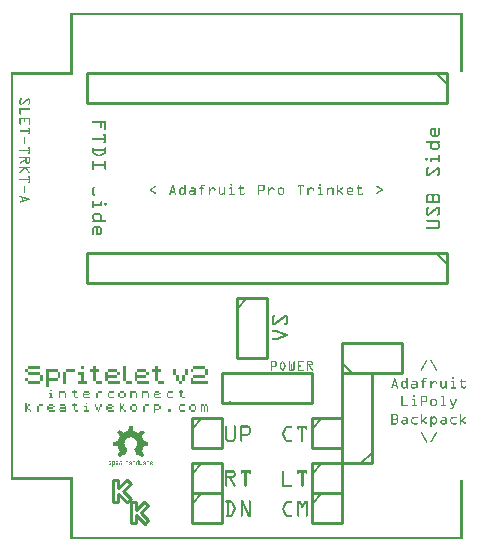
<source format=gto>
G04 MADE WITH FRITZING*
G04 WWW.FRITZING.ORG*
G04 DOUBLE SIDED*
G04 HOLES PLATED*
G04 CONTOUR ON CENTER OF CONTOUR VECTOR*
%ASAXBY*%
%FSLAX23Y23*%
%MOIN*%
%OFA0B0*%
%SFA1.0B1.0*%
%ADD10C,0.010000*%
%ADD11C,0.005000*%
%ADD12R,0.001000X0.001000*%
%LNSILK1*%
G90*
G70*
G54D10*
X1000Y150D02*
X1000Y50D01*
D02*
X1000Y50D02*
X1100Y50D01*
D02*
X1100Y50D02*
X1100Y150D01*
D02*
X1100Y150D02*
X1000Y150D01*
G54D11*
D02*
X1000Y115D02*
X1035Y150D01*
G54D10*
D02*
X600Y150D02*
X600Y50D01*
D02*
X600Y50D02*
X700Y50D01*
D02*
X700Y50D02*
X700Y150D01*
D02*
X700Y150D02*
X600Y150D01*
G54D11*
D02*
X600Y115D02*
X635Y150D01*
G54D10*
D02*
X600Y400D02*
X600Y300D01*
D02*
X600Y300D02*
X700Y300D01*
D02*
X700Y300D02*
X700Y400D01*
D02*
X700Y400D02*
X600Y400D01*
G54D11*
D02*
X600Y365D02*
X635Y400D01*
G54D10*
D02*
X1000Y250D02*
X1000Y150D01*
D02*
X1000Y150D02*
X1100Y150D01*
D02*
X1100Y150D02*
X1100Y250D01*
D02*
X1100Y250D02*
X1000Y250D01*
G54D11*
D02*
X1000Y215D02*
X1035Y250D01*
G54D10*
D02*
X1000Y400D02*
X1000Y300D01*
D02*
X1000Y300D02*
X1100Y300D01*
D02*
X1100Y300D02*
X1100Y400D01*
D02*
X1100Y400D02*
X1000Y400D01*
G54D11*
D02*
X1000Y365D02*
X1035Y400D01*
G54D10*
D02*
X600Y250D02*
X600Y150D01*
D02*
X600Y150D02*
X700Y150D01*
D02*
X700Y150D02*
X700Y250D01*
D02*
X700Y250D02*
X600Y250D01*
G54D11*
D02*
X600Y215D02*
X635Y250D01*
G54D10*
D02*
X1450Y950D02*
X250Y950D01*
D02*
X250Y950D02*
X250Y850D01*
D02*
X250Y850D02*
X1450Y850D01*
D02*
X1450Y850D02*
X1450Y950D01*
G54D11*
D02*
X1415Y950D02*
X1450Y915D01*
G54D10*
D02*
X1450Y1550D02*
X250Y1550D01*
D02*
X250Y1550D02*
X250Y1450D01*
D02*
X250Y1450D02*
X1450Y1450D01*
D02*
X1450Y1450D02*
X1450Y1550D01*
G54D11*
D02*
X1415Y1550D02*
X1450Y1515D01*
G54D10*
D02*
X750Y800D02*
X750Y600D01*
D02*
X750Y600D02*
X850Y600D01*
D02*
X850Y600D02*
X850Y800D01*
D02*
X850Y800D02*
X750Y800D01*
G54D11*
D02*
X750Y765D02*
X785Y800D01*
G54D10*
D02*
X1100Y551D02*
X1300Y551D01*
D02*
X1300Y551D02*
X1300Y651D01*
D02*
X1300Y651D02*
X1100Y651D01*
D02*
X1100Y651D02*
X1100Y551D01*
G54D11*
D02*
X1135Y551D02*
X1100Y586D01*
G54D10*
D02*
X1200Y250D02*
X1200Y550D01*
D02*
X1200Y550D02*
X1100Y550D01*
D02*
X1100Y550D02*
X1100Y250D01*
D02*
X1100Y250D02*
X1200Y250D01*
G54D11*
D02*
X1200Y285D02*
X1165Y250D01*
G54D10*
D02*
X700Y450D02*
X1000Y450D01*
X1000Y450D02*
X1000Y550D01*
X1000Y550D02*
X700Y550D01*
X700Y550D02*
X700Y450D01*
G36*
X55Y575D02*
X55Y565D01*
X95Y565D01*
X95Y575D01*
X55Y575D01*
G37*
D02*
G36*
X232Y575D02*
X232Y565D01*
X242Y565D01*
X242Y575D01*
X232Y575D01*
G37*
D02*
G36*
X272Y575D02*
X272Y565D01*
X262Y565D01*
X262Y555D01*
X272Y555D01*
X272Y526D01*
X282Y526D01*
X282Y555D01*
X291Y555D01*
X291Y565D01*
X282Y565D01*
X282Y575D01*
X272Y575D01*
G37*
D02*
G36*
X370Y575D02*
X370Y526D01*
X380Y526D01*
X380Y575D01*
X370Y575D01*
G37*
D02*
G36*
X478Y575D02*
X478Y565D01*
X469Y565D01*
X469Y555D01*
X478Y555D01*
X478Y526D01*
X488Y526D01*
X488Y555D01*
X498Y555D01*
X498Y565D01*
X488Y565D01*
X488Y575D01*
X478Y575D01*
G37*
D02*
G36*
X606Y575D02*
X606Y565D01*
X646Y565D01*
X646Y575D01*
X606Y575D01*
G37*
D02*
G36*
X45Y565D02*
X45Y555D01*
X55Y555D01*
X55Y565D01*
X45Y565D01*
G37*
D02*
G36*
X114Y565D02*
X114Y506D01*
X124Y506D01*
X124Y526D01*
X154Y526D01*
X154Y536D01*
X124Y536D01*
X124Y555D01*
X154Y555D01*
X154Y565D01*
X114Y565D01*
G37*
D02*
G36*
X183Y565D02*
X183Y555D01*
X213Y555D01*
X213Y565D01*
X183Y565D01*
G37*
D02*
G36*
X321Y565D02*
X321Y555D01*
X350Y555D01*
X350Y565D01*
X321Y565D01*
G37*
D02*
G36*
X419Y565D02*
X419Y555D01*
X449Y555D01*
X449Y565D01*
X419Y565D01*
G37*
D02*
G36*
X537Y565D02*
X537Y545D01*
X547Y545D01*
X547Y565D01*
X537Y565D01*
G37*
D02*
G36*
X577Y565D02*
X577Y545D01*
X587Y545D01*
X587Y565D01*
X577Y565D01*
G37*
D02*
G36*
X597Y565D02*
X597Y555D01*
X606Y555D01*
X606Y565D01*
X597Y565D01*
G37*
D02*
G36*
X646Y565D02*
X646Y545D01*
X656Y545D01*
X656Y565D01*
X646Y565D01*
G37*
D02*
G36*
X55Y555D02*
X55Y545D01*
X95Y545D01*
X95Y555D01*
X55Y555D01*
G37*
D02*
G36*
X154Y555D02*
X154Y536D01*
X163Y536D01*
X163Y555D01*
X154Y555D01*
G37*
D02*
G36*
X173Y555D02*
X173Y516D01*
X183Y516D01*
X183Y555D01*
X173Y555D01*
G37*
D02*
G36*
X223Y555D02*
X223Y545D01*
X232Y545D01*
X232Y526D01*
X223Y526D01*
X223Y516D01*
X252Y516D01*
X252Y526D01*
X242Y526D01*
X242Y555D01*
X223Y555D01*
G37*
D02*
G36*
X311Y555D02*
X311Y526D01*
X321Y526D01*
X321Y536D01*
X350Y536D01*
X350Y545D01*
X321Y545D01*
X321Y555D01*
X311Y555D01*
G37*
D02*
G36*
X350Y555D02*
X350Y545D01*
X360Y545D01*
X360Y555D01*
X350Y555D01*
G37*
D02*
G36*
X410Y555D02*
X410Y526D01*
X419Y526D01*
X419Y536D01*
X449Y536D01*
X449Y545D01*
X419Y545D01*
X419Y555D01*
X410Y555D01*
G37*
D02*
G36*
X449Y555D02*
X449Y545D01*
X459Y545D01*
X459Y555D01*
X449Y555D01*
G37*
D02*
G36*
X95Y545D02*
X95Y526D01*
X104Y526D01*
X104Y545D01*
X95Y545D01*
G37*
D02*
G36*
X547Y545D02*
X547Y526D01*
X557Y526D01*
X557Y545D01*
X547Y545D01*
G37*
D02*
G36*
X567Y545D02*
X567Y526D01*
X577Y526D01*
X577Y545D01*
X567Y545D01*
G37*
D02*
G36*
X606Y545D02*
X606Y536D01*
X646Y536D01*
X646Y545D01*
X606Y545D01*
G37*
D02*
G36*
X45Y536D02*
X45Y526D01*
X55Y526D01*
X55Y536D01*
X45Y536D01*
G37*
D02*
G36*
X597Y536D02*
X597Y516D01*
X656Y516D01*
X656Y526D01*
X606Y526D01*
X606Y536D01*
X597Y536D01*
G37*
D02*
G36*
X55Y526D02*
X55Y516D01*
X95Y516D01*
X95Y526D01*
X55Y526D01*
G37*
D02*
G36*
X282Y526D02*
X282Y516D01*
X301Y516D01*
X301Y526D01*
X282Y526D01*
G37*
D02*
G36*
X321Y526D02*
X321Y516D01*
X360Y516D01*
X360Y526D01*
X321Y526D01*
G37*
D02*
G36*
X380Y526D02*
X380Y516D01*
X400Y516D01*
X400Y526D01*
X380Y526D01*
G37*
D02*
G36*
X419Y526D02*
X419Y516D01*
X459Y516D01*
X459Y526D01*
X419Y526D01*
G37*
D02*
G36*
X488Y526D02*
X488Y516D01*
X508Y516D01*
X508Y526D01*
X488Y526D01*
G37*
D02*
G36*
X557Y526D02*
X557Y516D01*
X567Y516D01*
X567Y526D01*
X557Y526D01*
G37*
D02*
G36*
X129Y496D02*
X129Y491D01*
X134Y491D01*
X134Y496D01*
X129Y496D01*
G37*
D02*
G36*
X208Y496D02*
X208Y491D01*
X203Y491D01*
X203Y486D01*
X208Y486D01*
X208Y472D01*
X213Y472D01*
X213Y486D01*
X218Y486D01*
X218Y491D01*
X213Y491D01*
X213Y496D01*
X208Y496D01*
G37*
D02*
G36*
X562Y496D02*
X562Y491D01*
X557Y491D01*
X557Y486D01*
X562Y486D01*
X562Y472D01*
X567Y472D01*
X567Y486D01*
X572Y486D01*
X572Y491D01*
X567Y491D01*
X567Y496D01*
X562Y496D01*
G37*
D02*
G36*
X159Y491D02*
X159Y467D01*
X163Y467D01*
X163Y486D01*
X178Y486D01*
X178Y491D01*
X159Y491D01*
G37*
D02*
G36*
X242Y491D02*
X242Y486D01*
X257Y486D01*
X257Y491D01*
X242Y491D01*
G37*
D02*
G36*
X287Y491D02*
X287Y486D01*
X301Y486D01*
X301Y491D01*
X287Y491D01*
G37*
D02*
G36*
X326Y491D02*
X326Y486D01*
X341Y486D01*
X341Y491D01*
X326Y491D01*
G37*
D02*
G36*
X360Y491D02*
X360Y486D01*
X375Y486D01*
X375Y491D01*
X360Y491D01*
G37*
D02*
G36*
X395Y491D02*
X395Y467D01*
X400Y467D01*
X400Y486D01*
X414Y486D01*
X414Y491D01*
X395Y491D01*
G37*
D02*
G36*
X434Y491D02*
X434Y467D01*
X439Y467D01*
X439Y486D01*
X454Y486D01*
X454Y491D01*
X434Y491D01*
G37*
D02*
G36*
X478Y491D02*
X478Y486D01*
X493Y486D01*
X493Y491D01*
X478Y491D01*
G37*
D02*
G36*
X523Y491D02*
X523Y486D01*
X537Y486D01*
X537Y491D01*
X523Y491D01*
G37*
D02*
G36*
X124Y486D02*
X124Y482D01*
X129Y482D01*
X129Y472D01*
X124Y472D01*
X124Y467D01*
X139Y467D01*
X139Y472D01*
X134Y472D01*
X134Y486D01*
X124Y486D01*
G37*
D02*
G36*
X178Y486D02*
X178Y467D01*
X183Y467D01*
X183Y486D01*
X178Y486D01*
G37*
D02*
G36*
X237Y486D02*
X237Y472D01*
X242Y472D01*
X242Y477D01*
X257Y477D01*
X257Y482D01*
X242Y482D01*
X242Y486D01*
X237Y486D01*
G37*
D02*
G36*
X257Y486D02*
X257Y482D01*
X262Y482D01*
X262Y486D01*
X257Y486D01*
G37*
D02*
G36*
X282Y486D02*
X282Y467D01*
X287Y467D01*
X287Y486D01*
X282Y486D01*
G37*
D02*
G36*
X321Y486D02*
X321Y472D01*
X326Y472D01*
X326Y486D01*
X321Y486D01*
G37*
D02*
G36*
X355Y486D02*
X355Y472D01*
X360Y472D01*
X360Y486D01*
X355Y486D01*
G37*
D02*
G36*
X375Y486D02*
X375Y472D01*
X380Y472D01*
X380Y486D01*
X375Y486D01*
G37*
D02*
G36*
X414Y486D02*
X414Y467D01*
X419Y467D01*
X419Y486D01*
X414Y486D01*
G37*
D02*
G36*
X454Y486D02*
X454Y467D01*
X459Y467D01*
X459Y486D01*
X454Y486D01*
G37*
D02*
G36*
X474Y486D02*
X474Y472D01*
X478Y472D01*
X478Y477D01*
X493Y477D01*
X493Y482D01*
X478Y482D01*
X478Y486D01*
X474Y486D01*
G37*
D02*
G36*
X493Y486D02*
X493Y482D01*
X498Y482D01*
X498Y486D01*
X493Y486D01*
G37*
D02*
G36*
X518Y486D02*
X518Y472D01*
X523Y472D01*
X523Y486D01*
X518Y486D01*
G37*
D02*
G36*
X213Y472D02*
X213Y467D01*
X223Y467D01*
X223Y472D01*
X213Y472D01*
G37*
D02*
G36*
X242Y472D02*
X242Y467D01*
X262Y467D01*
X262Y472D01*
X242Y472D01*
G37*
D02*
G36*
X326Y472D02*
X326Y467D01*
X341Y467D01*
X341Y472D01*
X326Y472D01*
G37*
D02*
G36*
X360Y472D02*
X360Y467D01*
X375Y467D01*
X375Y472D01*
X360Y472D01*
G37*
D02*
G36*
X478Y472D02*
X478Y467D01*
X498Y467D01*
X498Y472D01*
X478Y472D01*
G37*
D02*
G36*
X523Y472D02*
X523Y467D01*
X537Y467D01*
X537Y472D01*
X523Y472D01*
G37*
D02*
G36*
X567Y472D02*
X567Y467D01*
X577Y467D01*
X577Y472D01*
X567Y472D01*
G37*
D02*
G36*
X45Y452D02*
X45Y422D01*
X50Y422D01*
X50Y432D01*
X55Y432D01*
X55Y442D01*
X50Y442D01*
X50Y452D01*
X45Y452D01*
G37*
D02*
G36*
X208Y452D02*
X208Y447D01*
X203Y447D01*
X203Y442D01*
X208Y442D01*
X208Y427D01*
X213Y427D01*
X213Y442D01*
X218Y442D01*
X218Y447D01*
X213Y447D01*
X213Y452D01*
X208Y452D01*
G37*
D02*
G36*
X247Y452D02*
X247Y447D01*
X252Y447D01*
X252Y452D01*
X247Y452D01*
G37*
D02*
G36*
X360Y452D02*
X360Y422D01*
X365Y422D01*
X365Y432D01*
X370Y432D01*
X370Y442D01*
X365Y442D01*
X365Y452D01*
X360Y452D01*
G37*
D02*
G36*
X55Y447D02*
X55Y442D01*
X60Y442D01*
X60Y447D01*
X55Y447D01*
G37*
D02*
G36*
X90Y447D02*
X90Y442D01*
X104Y442D01*
X104Y447D01*
X90Y447D01*
G37*
D02*
G36*
X124Y447D02*
X124Y442D01*
X139Y442D01*
X139Y447D01*
X124Y447D01*
G37*
D02*
G36*
X163Y447D02*
X163Y442D01*
X178Y442D01*
X178Y447D01*
X163Y447D01*
G37*
D02*
G36*
X277Y447D02*
X277Y437D01*
X282Y437D01*
X282Y447D01*
X277Y447D01*
G37*
D02*
G36*
X296Y447D02*
X296Y437D01*
X301Y437D01*
X301Y447D01*
X296Y447D01*
G37*
D02*
G36*
X321Y447D02*
X321Y442D01*
X336Y442D01*
X336Y447D01*
X321Y447D01*
G37*
D02*
G36*
X370Y447D02*
X370Y442D01*
X375Y442D01*
X375Y447D01*
X370Y447D01*
G37*
D02*
G36*
X400Y447D02*
X400Y442D01*
X414Y442D01*
X414Y447D01*
X400Y447D01*
G37*
D02*
G36*
X444Y447D02*
X444Y442D01*
X459Y442D01*
X459Y447D01*
X444Y447D01*
G37*
D02*
G36*
X474Y447D02*
X474Y418D01*
X478Y418D01*
X478Y427D01*
X493Y427D01*
X493Y432D01*
X478Y432D01*
X478Y442D01*
X493Y442D01*
X493Y447D01*
X474Y447D01*
G37*
D02*
G36*
X562Y447D02*
X562Y442D01*
X577Y442D01*
X577Y447D01*
X562Y447D01*
G37*
D02*
G36*
X597Y447D02*
X597Y442D01*
X611Y442D01*
X611Y447D01*
X597Y447D01*
G37*
D02*
G36*
X631Y447D02*
X631Y422D01*
X636Y422D01*
X636Y442D01*
X641Y442D01*
X641Y447D01*
X631Y447D01*
G37*
D02*
G36*
X646Y447D02*
X646Y442D01*
X651Y442D01*
X651Y447D01*
X646Y447D01*
G37*
D02*
G36*
X85Y442D02*
X85Y422D01*
X90Y422D01*
X90Y442D01*
X85Y442D01*
G37*
D02*
G36*
X119Y442D02*
X119Y427D01*
X124Y427D01*
X124Y432D01*
X139Y432D01*
X139Y437D01*
X124Y437D01*
X124Y442D01*
X119Y442D01*
G37*
D02*
G36*
X139Y442D02*
X139Y437D01*
X144Y437D01*
X144Y442D01*
X139Y442D01*
G37*
D02*
G36*
X178Y442D02*
X178Y437D01*
X163Y437D01*
X163Y432D01*
X178Y432D01*
X178Y427D01*
X163Y427D01*
X163Y422D01*
X183Y422D01*
X183Y442D01*
X178Y442D01*
G37*
D02*
G36*
X242Y442D02*
X242Y437D01*
X247Y437D01*
X247Y427D01*
X242Y427D01*
X242Y422D01*
X257Y422D01*
X257Y427D01*
X252Y427D01*
X252Y442D01*
X242Y442D01*
G37*
D02*
G36*
X316Y442D02*
X316Y427D01*
X321Y427D01*
X321Y432D01*
X336Y432D01*
X336Y437D01*
X321Y437D01*
X321Y442D01*
X316Y442D01*
G37*
D02*
G36*
X336Y442D02*
X336Y437D01*
X341Y437D01*
X341Y442D01*
X336Y442D01*
G37*
D02*
G36*
X395Y442D02*
X395Y427D01*
X400Y427D01*
X400Y442D01*
X395Y442D01*
G37*
D02*
G36*
X414Y442D02*
X414Y427D01*
X419Y427D01*
X419Y442D01*
X414Y442D01*
G37*
D02*
G36*
X439Y442D02*
X439Y422D01*
X444Y422D01*
X444Y442D01*
X439Y442D01*
G37*
D02*
G36*
X493Y442D02*
X493Y432D01*
X498Y432D01*
X498Y442D01*
X493Y442D01*
G37*
D02*
G36*
X557Y442D02*
X557Y427D01*
X562Y427D01*
X562Y442D01*
X557Y442D01*
G37*
D02*
G36*
X592Y442D02*
X592Y427D01*
X597Y427D01*
X597Y442D01*
X592Y442D01*
G37*
D02*
G36*
X611Y442D02*
X611Y427D01*
X616Y427D01*
X616Y442D01*
X611Y442D01*
G37*
D02*
G36*
X641Y442D02*
X641Y422D01*
X646Y422D01*
X646Y442D01*
X641Y442D01*
G37*
D02*
G36*
X651Y442D02*
X651Y422D01*
X656Y422D01*
X656Y442D01*
X651Y442D01*
G37*
D02*
G36*
X282Y437D02*
X282Y427D01*
X287Y427D01*
X287Y437D01*
X282Y437D01*
G37*
D02*
G36*
X291Y437D02*
X291Y427D01*
X296Y427D01*
X296Y437D01*
X291Y437D01*
G37*
D02*
G36*
X55Y432D02*
X55Y427D01*
X60Y427D01*
X60Y432D01*
X55Y432D01*
G37*
D02*
G36*
X159Y432D02*
X159Y427D01*
X163Y427D01*
X163Y432D01*
X159Y432D01*
G37*
D02*
G36*
X370Y432D02*
X370Y427D01*
X375Y427D01*
X375Y432D01*
X370Y432D01*
G37*
D02*
G36*
X523Y432D02*
X523Y422D01*
X533Y422D01*
X533Y432D01*
X523Y432D01*
G37*
D02*
G36*
X60Y427D02*
X60Y422D01*
X65Y422D01*
X65Y427D01*
X60Y427D01*
G37*
D02*
G36*
X124Y427D02*
X124Y422D01*
X144Y422D01*
X144Y427D01*
X124Y427D01*
G37*
D02*
G36*
X213Y427D02*
X213Y422D01*
X223Y422D01*
X223Y427D01*
X213Y427D01*
G37*
D02*
G36*
X287Y427D02*
X287Y422D01*
X291Y422D01*
X291Y427D01*
X287Y427D01*
G37*
D02*
G36*
X321Y427D02*
X321Y422D01*
X341Y422D01*
X341Y427D01*
X321Y427D01*
G37*
D02*
G36*
X375Y427D02*
X375Y422D01*
X380Y422D01*
X380Y427D01*
X375Y427D01*
G37*
D02*
G36*
X400Y427D02*
X400Y422D01*
X414Y422D01*
X414Y427D01*
X400Y427D01*
G37*
D02*
G36*
X562Y427D02*
X562Y422D01*
X577Y422D01*
X577Y427D01*
X562Y427D01*
G37*
D02*
G36*
X597Y427D02*
X597Y422D01*
X611Y422D01*
X611Y427D01*
X597Y427D01*
G37*
D02*
X398Y132D02*
X386Y120D01*
X356Y149D01*
X356Y122D01*
X339Y121D01*
X339Y194D01*
X356Y194D01*
X356Y167D01*
X385Y195D01*
X397Y183D01*
X372Y158D01*
X398Y132D01*
D02*
X431Y85D02*
X456Y60D01*
X444Y48D01*
X415Y77D01*
X415Y50D01*
X398Y50D01*
X398Y121D01*
X415Y121D01*
X415Y94D01*
X443Y122D01*
X455Y110D01*
X431Y85D01*
D02*
G54D12*
X195Y1750D02*
X1504Y1750D01*
X195Y1749D02*
X1504Y1749D01*
X195Y1748D02*
X1504Y1748D01*
X195Y1747D02*
X1504Y1747D01*
X195Y1746D02*
X1504Y1746D01*
X195Y1745D02*
X204Y1745D01*
X1495Y1745D02*
X1504Y1745D01*
X195Y1744D02*
X204Y1744D01*
X1495Y1744D02*
X1504Y1744D01*
X195Y1743D02*
X204Y1743D01*
X1495Y1743D02*
X1504Y1743D01*
X195Y1742D02*
X204Y1742D01*
X1495Y1742D02*
X1504Y1742D01*
X195Y1741D02*
X204Y1741D01*
X1495Y1741D02*
X1504Y1741D01*
X195Y1740D02*
X204Y1740D01*
X1495Y1740D02*
X1504Y1740D01*
X195Y1739D02*
X204Y1739D01*
X1495Y1739D02*
X1504Y1739D01*
X195Y1738D02*
X204Y1738D01*
X1495Y1738D02*
X1504Y1738D01*
X195Y1737D02*
X204Y1737D01*
X1495Y1737D02*
X1504Y1737D01*
X195Y1736D02*
X204Y1736D01*
X1495Y1736D02*
X1504Y1736D01*
X195Y1735D02*
X204Y1735D01*
X1495Y1735D02*
X1504Y1735D01*
X195Y1734D02*
X204Y1734D01*
X1495Y1734D02*
X1504Y1734D01*
X195Y1733D02*
X204Y1733D01*
X1495Y1733D02*
X1504Y1733D01*
X195Y1732D02*
X204Y1732D01*
X1495Y1732D02*
X1504Y1732D01*
X195Y1731D02*
X204Y1731D01*
X1495Y1731D02*
X1504Y1731D01*
X195Y1730D02*
X204Y1730D01*
X1495Y1730D02*
X1504Y1730D01*
X195Y1729D02*
X204Y1729D01*
X1495Y1729D02*
X1504Y1729D01*
X195Y1728D02*
X204Y1728D01*
X1495Y1728D02*
X1504Y1728D01*
X195Y1727D02*
X204Y1727D01*
X1495Y1727D02*
X1504Y1727D01*
X195Y1726D02*
X204Y1726D01*
X1495Y1726D02*
X1504Y1726D01*
X195Y1725D02*
X204Y1725D01*
X1495Y1725D02*
X1504Y1725D01*
X195Y1724D02*
X204Y1724D01*
X1495Y1724D02*
X1504Y1724D01*
X195Y1723D02*
X204Y1723D01*
X1495Y1723D02*
X1504Y1723D01*
X195Y1722D02*
X204Y1722D01*
X1495Y1722D02*
X1504Y1722D01*
X195Y1721D02*
X204Y1721D01*
X1495Y1721D02*
X1504Y1721D01*
X195Y1720D02*
X204Y1720D01*
X1495Y1720D02*
X1504Y1720D01*
X195Y1719D02*
X204Y1719D01*
X1495Y1719D02*
X1504Y1719D01*
X195Y1718D02*
X204Y1718D01*
X1495Y1718D02*
X1504Y1718D01*
X195Y1717D02*
X204Y1717D01*
X1495Y1717D02*
X1504Y1717D01*
X195Y1716D02*
X204Y1716D01*
X1495Y1716D02*
X1504Y1716D01*
X195Y1715D02*
X204Y1715D01*
X1495Y1715D02*
X1504Y1715D01*
X195Y1714D02*
X204Y1714D01*
X1495Y1714D02*
X1504Y1714D01*
X195Y1713D02*
X204Y1713D01*
X1495Y1713D02*
X1504Y1713D01*
X195Y1712D02*
X204Y1712D01*
X1495Y1712D02*
X1504Y1712D01*
X195Y1711D02*
X204Y1711D01*
X1495Y1711D02*
X1504Y1711D01*
X195Y1710D02*
X204Y1710D01*
X1495Y1710D02*
X1504Y1710D01*
X195Y1709D02*
X204Y1709D01*
X1495Y1709D02*
X1504Y1709D01*
X195Y1708D02*
X204Y1708D01*
X1495Y1708D02*
X1504Y1708D01*
X195Y1707D02*
X204Y1707D01*
X1495Y1707D02*
X1504Y1707D01*
X195Y1706D02*
X204Y1706D01*
X1495Y1706D02*
X1504Y1706D01*
X195Y1705D02*
X204Y1705D01*
X1495Y1705D02*
X1504Y1705D01*
X195Y1704D02*
X204Y1704D01*
X1495Y1704D02*
X1504Y1704D01*
X195Y1703D02*
X204Y1703D01*
X1495Y1703D02*
X1504Y1703D01*
X195Y1702D02*
X204Y1702D01*
X1495Y1702D02*
X1504Y1702D01*
X195Y1701D02*
X204Y1701D01*
X1495Y1701D02*
X1504Y1701D01*
X195Y1700D02*
X204Y1700D01*
X1495Y1700D02*
X1504Y1700D01*
X195Y1699D02*
X204Y1699D01*
X1495Y1699D02*
X1504Y1699D01*
X195Y1698D02*
X204Y1698D01*
X1495Y1698D02*
X1504Y1698D01*
X195Y1697D02*
X204Y1697D01*
X1495Y1697D02*
X1504Y1697D01*
X195Y1696D02*
X204Y1696D01*
X1495Y1696D02*
X1504Y1696D01*
X195Y1695D02*
X204Y1695D01*
X1495Y1695D02*
X1504Y1695D01*
X195Y1694D02*
X204Y1694D01*
X1495Y1694D02*
X1504Y1694D01*
X195Y1693D02*
X204Y1693D01*
X1495Y1693D02*
X1504Y1693D01*
X195Y1692D02*
X204Y1692D01*
X1495Y1692D02*
X1504Y1692D01*
X195Y1691D02*
X204Y1691D01*
X1495Y1691D02*
X1504Y1691D01*
X195Y1690D02*
X204Y1690D01*
X1495Y1690D02*
X1504Y1690D01*
X195Y1689D02*
X204Y1689D01*
X1495Y1689D02*
X1504Y1689D01*
X195Y1688D02*
X204Y1688D01*
X1495Y1688D02*
X1504Y1688D01*
X195Y1687D02*
X204Y1687D01*
X1495Y1687D02*
X1504Y1687D01*
X195Y1686D02*
X204Y1686D01*
X1495Y1686D02*
X1504Y1686D01*
X195Y1685D02*
X204Y1685D01*
X1495Y1685D02*
X1504Y1685D01*
X195Y1684D02*
X204Y1684D01*
X1495Y1684D02*
X1504Y1684D01*
X195Y1683D02*
X204Y1683D01*
X1495Y1683D02*
X1504Y1683D01*
X195Y1682D02*
X204Y1682D01*
X1495Y1682D02*
X1504Y1682D01*
X195Y1681D02*
X204Y1681D01*
X1495Y1681D02*
X1504Y1681D01*
X195Y1680D02*
X204Y1680D01*
X1495Y1680D02*
X1504Y1680D01*
X195Y1679D02*
X204Y1679D01*
X1495Y1679D02*
X1504Y1679D01*
X195Y1678D02*
X204Y1678D01*
X1495Y1678D02*
X1504Y1678D01*
X195Y1677D02*
X204Y1677D01*
X1495Y1677D02*
X1504Y1677D01*
X195Y1676D02*
X204Y1676D01*
X1495Y1676D02*
X1504Y1676D01*
X195Y1675D02*
X204Y1675D01*
X1495Y1675D02*
X1504Y1675D01*
X195Y1674D02*
X204Y1674D01*
X1495Y1674D02*
X1504Y1674D01*
X195Y1673D02*
X204Y1673D01*
X1495Y1673D02*
X1504Y1673D01*
X195Y1672D02*
X204Y1672D01*
X1495Y1672D02*
X1504Y1672D01*
X195Y1671D02*
X204Y1671D01*
X1495Y1671D02*
X1504Y1671D01*
X195Y1670D02*
X204Y1670D01*
X1495Y1670D02*
X1504Y1670D01*
X195Y1669D02*
X204Y1669D01*
X1495Y1669D02*
X1504Y1669D01*
X195Y1668D02*
X204Y1668D01*
X1495Y1668D02*
X1504Y1668D01*
X195Y1667D02*
X204Y1667D01*
X1495Y1667D02*
X1504Y1667D01*
X195Y1666D02*
X204Y1666D01*
X1495Y1666D02*
X1504Y1666D01*
X195Y1665D02*
X204Y1665D01*
X1495Y1665D02*
X1504Y1665D01*
X195Y1664D02*
X204Y1664D01*
X1495Y1664D02*
X1504Y1664D01*
X195Y1663D02*
X204Y1663D01*
X1495Y1663D02*
X1504Y1663D01*
X195Y1662D02*
X204Y1662D01*
X1495Y1662D02*
X1504Y1662D01*
X195Y1661D02*
X204Y1661D01*
X1495Y1661D02*
X1504Y1661D01*
X195Y1660D02*
X204Y1660D01*
X1495Y1660D02*
X1504Y1660D01*
X195Y1659D02*
X204Y1659D01*
X1495Y1659D02*
X1504Y1659D01*
X195Y1658D02*
X204Y1658D01*
X1495Y1658D02*
X1504Y1658D01*
X195Y1657D02*
X204Y1657D01*
X1495Y1657D02*
X1504Y1657D01*
X195Y1656D02*
X204Y1656D01*
X1495Y1656D02*
X1504Y1656D01*
X195Y1655D02*
X204Y1655D01*
X1495Y1655D02*
X1504Y1655D01*
X195Y1654D02*
X204Y1654D01*
X1495Y1654D02*
X1504Y1654D01*
X195Y1653D02*
X204Y1653D01*
X1495Y1653D02*
X1504Y1653D01*
X195Y1652D02*
X204Y1652D01*
X1495Y1652D02*
X1504Y1652D01*
X195Y1651D02*
X204Y1651D01*
X1495Y1651D02*
X1504Y1651D01*
X195Y1650D02*
X204Y1650D01*
X1495Y1650D02*
X1504Y1650D01*
X195Y1649D02*
X204Y1649D01*
X1495Y1649D02*
X1504Y1649D01*
X195Y1648D02*
X204Y1648D01*
X1495Y1648D02*
X1504Y1648D01*
X195Y1647D02*
X204Y1647D01*
X1495Y1647D02*
X1504Y1647D01*
X195Y1646D02*
X204Y1646D01*
X1495Y1646D02*
X1504Y1646D01*
X195Y1645D02*
X204Y1645D01*
X1495Y1645D02*
X1504Y1645D01*
X195Y1644D02*
X204Y1644D01*
X1495Y1644D02*
X1504Y1644D01*
X195Y1643D02*
X204Y1643D01*
X1495Y1643D02*
X1504Y1643D01*
X195Y1642D02*
X204Y1642D01*
X1495Y1642D02*
X1504Y1642D01*
X195Y1641D02*
X204Y1641D01*
X1495Y1641D02*
X1504Y1641D01*
X195Y1640D02*
X204Y1640D01*
X1495Y1640D02*
X1504Y1640D01*
X195Y1639D02*
X204Y1639D01*
X1495Y1639D02*
X1504Y1639D01*
X195Y1638D02*
X204Y1638D01*
X1495Y1638D02*
X1504Y1638D01*
X195Y1637D02*
X204Y1637D01*
X1495Y1637D02*
X1504Y1637D01*
X195Y1636D02*
X204Y1636D01*
X1495Y1636D02*
X1504Y1636D01*
X195Y1635D02*
X204Y1635D01*
X1495Y1635D02*
X1504Y1635D01*
X195Y1634D02*
X204Y1634D01*
X1495Y1634D02*
X1504Y1634D01*
X195Y1633D02*
X204Y1633D01*
X1495Y1633D02*
X1504Y1633D01*
X195Y1632D02*
X204Y1632D01*
X1495Y1632D02*
X1504Y1632D01*
X195Y1631D02*
X204Y1631D01*
X1495Y1631D02*
X1504Y1631D01*
X195Y1630D02*
X204Y1630D01*
X1495Y1630D02*
X1504Y1630D01*
X195Y1629D02*
X204Y1629D01*
X1495Y1629D02*
X1504Y1629D01*
X195Y1628D02*
X204Y1628D01*
X1495Y1628D02*
X1504Y1628D01*
X195Y1627D02*
X204Y1627D01*
X1495Y1627D02*
X1504Y1627D01*
X195Y1626D02*
X204Y1626D01*
X1495Y1626D02*
X1504Y1626D01*
X195Y1625D02*
X204Y1625D01*
X1495Y1625D02*
X1504Y1625D01*
X195Y1624D02*
X204Y1624D01*
X1495Y1624D02*
X1504Y1624D01*
X195Y1623D02*
X204Y1623D01*
X1495Y1623D02*
X1504Y1623D01*
X195Y1622D02*
X204Y1622D01*
X1495Y1622D02*
X1504Y1622D01*
X195Y1621D02*
X204Y1621D01*
X1495Y1621D02*
X1504Y1621D01*
X195Y1620D02*
X204Y1620D01*
X1495Y1620D02*
X1504Y1620D01*
X195Y1619D02*
X204Y1619D01*
X1495Y1619D02*
X1504Y1619D01*
X195Y1618D02*
X204Y1618D01*
X1495Y1618D02*
X1504Y1618D01*
X195Y1617D02*
X204Y1617D01*
X1495Y1617D02*
X1504Y1617D01*
X195Y1616D02*
X204Y1616D01*
X1495Y1616D02*
X1504Y1616D01*
X195Y1615D02*
X204Y1615D01*
X1495Y1615D02*
X1504Y1615D01*
X195Y1614D02*
X204Y1614D01*
X1495Y1614D02*
X1504Y1614D01*
X195Y1613D02*
X204Y1613D01*
X1495Y1613D02*
X1504Y1613D01*
X195Y1612D02*
X204Y1612D01*
X1495Y1612D02*
X1504Y1612D01*
X195Y1611D02*
X204Y1611D01*
X1495Y1611D02*
X1504Y1611D01*
X195Y1610D02*
X204Y1610D01*
X1495Y1610D02*
X1504Y1610D01*
X195Y1609D02*
X204Y1609D01*
X1495Y1609D02*
X1504Y1609D01*
X195Y1608D02*
X204Y1608D01*
X1495Y1608D02*
X1504Y1608D01*
X195Y1607D02*
X204Y1607D01*
X1495Y1607D02*
X1504Y1607D01*
X195Y1606D02*
X204Y1606D01*
X1495Y1606D02*
X1504Y1606D01*
X195Y1605D02*
X204Y1605D01*
X1495Y1605D02*
X1504Y1605D01*
X195Y1604D02*
X204Y1604D01*
X1495Y1604D02*
X1504Y1604D01*
X195Y1603D02*
X204Y1603D01*
X1495Y1603D02*
X1504Y1603D01*
X195Y1602D02*
X204Y1602D01*
X1495Y1602D02*
X1504Y1602D01*
X195Y1601D02*
X204Y1601D01*
X1495Y1601D02*
X1504Y1601D01*
X195Y1600D02*
X204Y1600D01*
X1495Y1600D02*
X1504Y1600D01*
X195Y1599D02*
X204Y1599D01*
X1495Y1599D02*
X1504Y1599D01*
X195Y1598D02*
X204Y1598D01*
X1495Y1598D02*
X1504Y1598D01*
X195Y1597D02*
X204Y1597D01*
X1495Y1597D02*
X1504Y1597D01*
X195Y1596D02*
X204Y1596D01*
X1495Y1596D02*
X1504Y1596D01*
X195Y1595D02*
X204Y1595D01*
X1495Y1595D02*
X1504Y1595D01*
X195Y1594D02*
X204Y1594D01*
X1495Y1594D02*
X1504Y1594D01*
X195Y1593D02*
X204Y1593D01*
X1495Y1593D02*
X1504Y1593D01*
X195Y1592D02*
X204Y1592D01*
X1495Y1592D02*
X1504Y1592D01*
X195Y1591D02*
X204Y1591D01*
X1495Y1591D02*
X1504Y1591D01*
X195Y1590D02*
X204Y1590D01*
X1495Y1590D02*
X1504Y1590D01*
X195Y1589D02*
X204Y1589D01*
X1495Y1589D02*
X1504Y1589D01*
X195Y1588D02*
X204Y1588D01*
X1495Y1588D02*
X1504Y1588D01*
X195Y1587D02*
X204Y1587D01*
X1495Y1587D02*
X1504Y1587D01*
X195Y1586D02*
X204Y1586D01*
X1495Y1586D02*
X1504Y1586D01*
X195Y1585D02*
X204Y1585D01*
X1495Y1585D02*
X1504Y1585D01*
X195Y1584D02*
X204Y1584D01*
X1495Y1584D02*
X1504Y1584D01*
X195Y1583D02*
X204Y1583D01*
X1495Y1583D02*
X1504Y1583D01*
X195Y1582D02*
X204Y1582D01*
X1495Y1582D02*
X1504Y1582D01*
X195Y1581D02*
X204Y1581D01*
X1495Y1581D02*
X1504Y1581D01*
X195Y1580D02*
X204Y1580D01*
X1495Y1580D02*
X1504Y1580D01*
X195Y1579D02*
X204Y1579D01*
X1495Y1579D02*
X1504Y1579D01*
X195Y1578D02*
X204Y1578D01*
X1495Y1578D02*
X1504Y1578D01*
X195Y1577D02*
X204Y1577D01*
X1495Y1577D02*
X1504Y1577D01*
X195Y1576D02*
X204Y1576D01*
X1495Y1576D02*
X1504Y1576D01*
X195Y1575D02*
X204Y1575D01*
X1495Y1575D02*
X1504Y1575D01*
X195Y1574D02*
X204Y1574D01*
X1495Y1574D02*
X1504Y1574D01*
X195Y1573D02*
X204Y1573D01*
X1495Y1573D02*
X1504Y1573D01*
X195Y1572D02*
X204Y1572D01*
X1495Y1572D02*
X1504Y1572D01*
X195Y1571D02*
X204Y1571D01*
X1495Y1571D02*
X1504Y1571D01*
X195Y1570D02*
X204Y1570D01*
X1495Y1570D02*
X1504Y1570D01*
X195Y1569D02*
X204Y1569D01*
X1495Y1569D02*
X1504Y1569D01*
X195Y1568D02*
X204Y1568D01*
X1495Y1568D02*
X1504Y1568D01*
X195Y1567D02*
X204Y1567D01*
X1495Y1567D02*
X1504Y1567D01*
X195Y1566D02*
X204Y1566D01*
X1495Y1566D02*
X1504Y1566D01*
X195Y1565D02*
X204Y1565D01*
X1495Y1565D02*
X1504Y1565D01*
X195Y1564D02*
X204Y1564D01*
X1495Y1564D02*
X1504Y1564D01*
X195Y1563D02*
X204Y1563D01*
X1495Y1563D02*
X1504Y1563D01*
X195Y1562D02*
X204Y1562D01*
X1495Y1562D02*
X1504Y1562D01*
X195Y1561D02*
X204Y1561D01*
X1495Y1561D02*
X1504Y1561D01*
X195Y1560D02*
X204Y1560D01*
X1495Y1560D02*
X1504Y1560D01*
X195Y1559D02*
X204Y1559D01*
X1495Y1559D02*
X1504Y1559D01*
X195Y1558D02*
X204Y1558D01*
X1495Y1558D02*
X1504Y1558D01*
X195Y1557D02*
X204Y1557D01*
X1495Y1557D02*
X1504Y1557D01*
X195Y1556D02*
X204Y1556D01*
X1495Y1556D02*
X1504Y1556D01*
X0Y1555D02*
X204Y1555D01*
X0Y1554D02*
X204Y1554D01*
X0Y1553D02*
X204Y1553D01*
X0Y1552D02*
X204Y1552D01*
X0Y1551D02*
X204Y1551D01*
X0Y1550D02*
X204Y1550D01*
X0Y1549D02*
X204Y1549D01*
X0Y1548D02*
X204Y1548D01*
X0Y1547D02*
X204Y1547D01*
X0Y1546D02*
X204Y1546D01*
X0Y1545D02*
X4Y1545D01*
X0Y1544D02*
X4Y1544D01*
X0Y1543D02*
X4Y1543D01*
X0Y1542D02*
X4Y1542D01*
X0Y1541D02*
X4Y1541D01*
X0Y1540D02*
X4Y1540D01*
X0Y1539D02*
X4Y1539D01*
X0Y1538D02*
X4Y1538D01*
X0Y1537D02*
X4Y1537D01*
X0Y1536D02*
X4Y1536D01*
X0Y1535D02*
X4Y1535D01*
X0Y1534D02*
X4Y1534D01*
X0Y1533D02*
X4Y1533D01*
X0Y1532D02*
X4Y1532D01*
X0Y1531D02*
X4Y1531D01*
X0Y1530D02*
X4Y1530D01*
X0Y1529D02*
X4Y1529D01*
X0Y1528D02*
X4Y1528D01*
X0Y1527D02*
X4Y1527D01*
X0Y1526D02*
X4Y1526D01*
X0Y1525D02*
X4Y1525D01*
X0Y1524D02*
X4Y1524D01*
X0Y1523D02*
X4Y1523D01*
X0Y1522D02*
X4Y1522D01*
X0Y1521D02*
X4Y1521D01*
X0Y1520D02*
X4Y1520D01*
X0Y1519D02*
X4Y1519D01*
X0Y1518D02*
X4Y1518D01*
X0Y1517D02*
X4Y1517D01*
X0Y1516D02*
X4Y1516D01*
X0Y1515D02*
X4Y1515D01*
X0Y1514D02*
X4Y1514D01*
X0Y1513D02*
X4Y1513D01*
X0Y1512D02*
X4Y1512D01*
X0Y1511D02*
X4Y1511D01*
X0Y1510D02*
X4Y1510D01*
X0Y1509D02*
X4Y1509D01*
X0Y1508D02*
X4Y1508D01*
X0Y1507D02*
X4Y1507D01*
X0Y1506D02*
X4Y1506D01*
X0Y1505D02*
X4Y1505D01*
X0Y1504D02*
X4Y1504D01*
X0Y1503D02*
X4Y1503D01*
X0Y1502D02*
X4Y1502D01*
X0Y1501D02*
X4Y1501D01*
X0Y1500D02*
X4Y1500D01*
X0Y1499D02*
X4Y1499D01*
X0Y1498D02*
X4Y1498D01*
X0Y1497D02*
X4Y1497D01*
X0Y1496D02*
X4Y1496D01*
X0Y1495D02*
X4Y1495D01*
X0Y1494D02*
X4Y1494D01*
X0Y1493D02*
X4Y1493D01*
X0Y1492D02*
X4Y1492D01*
X0Y1491D02*
X4Y1491D01*
X0Y1490D02*
X4Y1490D01*
X0Y1489D02*
X4Y1489D01*
X0Y1488D02*
X4Y1488D01*
X0Y1487D02*
X4Y1487D01*
X0Y1486D02*
X4Y1486D01*
X0Y1485D02*
X4Y1485D01*
X0Y1484D02*
X4Y1484D01*
X0Y1483D02*
X4Y1483D01*
X0Y1482D02*
X4Y1482D01*
X0Y1481D02*
X4Y1481D01*
X0Y1480D02*
X4Y1480D01*
X0Y1479D02*
X4Y1479D01*
X0Y1478D02*
X4Y1478D01*
X0Y1477D02*
X4Y1477D01*
X0Y1476D02*
X4Y1476D01*
X0Y1475D02*
X4Y1475D01*
X0Y1474D02*
X4Y1474D01*
X0Y1473D02*
X4Y1473D01*
X0Y1472D02*
X4Y1472D01*
X0Y1471D02*
X4Y1471D01*
X0Y1470D02*
X4Y1470D01*
X0Y1469D02*
X4Y1469D01*
X0Y1468D02*
X4Y1468D01*
X0Y1467D02*
X4Y1467D01*
X0Y1466D02*
X4Y1466D01*
X30Y1466D02*
X34Y1466D01*
X54Y1466D02*
X59Y1466D01*
X0Y1465D02*
X4Y1465D01*
X29Y1465D02*
X34Y1465D01*
X53Y1465D02*
X60Y1465D01*
X0Y1464D02*
X4Y1464D01*
X28Y1464D02*
X34Y1464D01*
X52Y1464D02*
X61Y1464D01*
X0Y1463D02*
X4Y1463D01*
X28Y1463D02*
X34Y1463D01*
X50Y1463D02*
X61Y1463D01*
X0Y1462D02*
X4Y1462D01*
X27Y1462D02*
X32Y1462D01*
X49Y1462D02*
X61Y1462D01*
X0Y1461D02*
X4Y1461D01*
X27Y1461D02*
X31Y1461D01*
X48Y1461D02*
X54Y1461D01*
X58Y1461D02*
X61Y1461D01*
X0Y1460D02*
X4Y1460D01*
X27Y1460D02*
X31Y1460D01*
X47Y1460D02*
X53Y1460D01*
X58Y1460D02*
X61Y1460D01*
X0Y1459D02*
X4Y1459D01*
X27Y1459D02*
X31Y1459D01*
X45Y1459D02*
X52Y1459D01*
X58Y1459D02*
X61Y1459D01*
X0Y1458D02*
X4Y1458D01*
X27Y1458D02*
X31Y1458D01*
X44Y1458D02*
X50Y1458D01*
X58Y1458D02*
X61Y1458D01*
X0Y1457D02*
X4Y1457D01*
X27Y1457D02*
X31Y1457D01*
X43Y1457D02*
X49Y1457D01*
X58Y1457D02*
X61Y1457D01*
X0Y1456D02*
X4Y1456D01*
X27Y1456D02*
X31Y1456D01*
X41Y1456D02*
X48Y1456D01*
X58Y1456D02*
X61Y1456D01*
X0Y1455D02*
X4Y1455D01*
X27Y1455D02*
X31Y1455D01*
X40Y1455D02*
X47Y1455D01*
X58Y1455D02*
X61Y1455D01*
X0Y1454D02*
X4Y1454D01*
X27Y1454D02*
X31Y1454D01*
X39Y1454D02*
X45Y1454D01*
X58Y1454D02*
X61Y1454D01*
X0Y1453D02*
X4Y1453D01*
X27Y1453D02*
X31Y1453D01*
X38Y1453D02*
X44Y1453D01*
X58Y1453D02*
X61Y1453D01*
X0Y1452D02*
X4Y1452D01*
X27Y1452D02*
X31Y1452D01*
X36Y1452D02*
X43Y1452D01*
X58Y1452D02*
X61Y1452D01*
X0Y1451D02*
X4Y1451D01*
X27Y1451D02*
X31Y1451D01*
X35Y1451D02*
X41Y1451D01*
X58Y1451D02*
X61Y1451D01*
X0Y1450D02*
X4Y1450D01*
X27Y1450D02*
X31Y1450D01*
X34Y1450D02*
X40Y1450D01*
X58Y1450D02*
X61Y1450D01*
X0Y1449D02*
X4Y1449D01*
X27Y1449D02*
X39Y1449D01*
X56Y1449D02*
X61Y1449D01*
X0Y1448D02*
X4Y1448D01*
X27Y1448D02*
X38Y1448D01*
X54Y1448D02*
X61Y1448D01*
X0Y1447D02*
X4Y1447D01*
X28Y1447D02*
X36Y1447D01*
X54Y1447D02*
X60Y1447D01*
X0Y1446D02*
X4Y1446D01*
X29Y1446D02*
X35Y1446D01*
X54Y1446D02*
X59Y1446D01*
X0Y1445D02*
X4Y1445D01*
X30Y1445D02*
X34Y1445D01*
X55Y1445D02*
X58Y1445D01*
X0Y1444D02*
X4Y1444D01*
X0Y1443D02*
X4Y1443D01*
X0Y1442D02*
X4Y1442D01*
X0Y1441D02*
X4Y1441D01*
X0Y1440D02*
X4Y1440D01*
X0Y1439D02*
X4Y1439D01*
X0Y1438D02*
X4Y1438D01*
X0Y1437D02*
X4Y1437D01*
X0Y1436D02*
X4Y1436D01*
X0Y1435D02*
X4Y1435D01*
X0Y1434D02*
X4Y1434D01*
X27Y1434D02*
X60Y1434D01*
X0Y1433D02*
X4Y1433D01*
X27Y1433D02*
X61Y1433D01*
X0Y1432D02*
X4Y1432D01*
X27Y1432D02*
X61Y1432D01*
X0Y1431D02*
X4Y1431D01*
X27Y1431D02*
X61Y1431D01*
X0Y1430D02*
X4Y1430D01*
X27Y1430D02*
X60Y1430D01*
X0Y1429D02*
X4Y1429D01*
X27Y1429D02*
X31Y1429D01*
X0Y1428D02*
X4Y1428D01*
X27Y1428D02*
X31Y1428D01*
X0Y1427D02*
X4Y1427D01*
X27Y1427D02*
X31Y1427D01*
X0Y1426D02*
X4Y1426D01*
X27Y1426D02*
X31Y1426D01*
X0Y1425D02*
X4Y1425D01*
X27Y1425D02*
X31Y1425D01*
X0Y1424D02*
X4Y1424D01*
X27Y1424D02*
X31Y1424D01*
X0Y1423D02*
X4Y1423D01*
X27Y1423D02*
X31Y1423D01*
X0Y1422D02*
X4Y1422D01*
X27Y1422D02*
X31Y1422D01*
X0Y1421D02*
X4Y1421D01*
X27Y1421D02*
X31Y1421D01*
X0Y1420D02*
X4Y1420D01*
X27Y1420D02*
X31Y1420D01*
X0Y1419D02*
X4Y1419D01*
X27Y1419D02*
X31Y1419D01*
X0Y1418D02*
X4Y1418D01*
X27Y1418D02*
X31Y1418D01*
X0Y1417D02*
X4Y1417D01*
X27Y1417D02*
X31Y1417D01*
X0Y1416D02*
X4Y1416D01*
X27Y1416D02*
X31Y1416D01*
X0Y1415D02*
X4Y1415D01*
X27Y1415D02*
X31Y1415D01*
X0Y1414D02*
X4Y1414D01*
X27Y1414D02*
X31Y1414D01*
X0Y1413D02*
X4Y1413D01*
X28Y1413D02*
X30Y1413D01*
X0Y1412D02*
X4Y1412D01*
X29Y1412D02*
X29Y1412D01*
X0Y1411D02*
X4Y1411D01*
X0Y1410D02*
X4Y1410D01*
X0Y1409D02*
X4Y1409D01*
X0Y1408D02*
X4Y1408D01*
X0Y1407D02*
X4Y1407D01*
X0Y1406D02*
X4Y1406D01*
X0Y1405D02*
X4Y1405D01*
X0Y1404D02*
X4Y1404D01*
X0Y1403D02*
X4Y1403D01*
X0Y1402D02*
X4Y1402D01*
X0Y1401D02*
X4Y1401D01*
X27Y1401D02*
X61Y1401D01*
X0Y1400D02*
X4Y1400D01*
X27Y1400D02*
X61Y1400D01*
X0Y1399D02*
X4Y1399D01*
X27Y1399D02*
X61Y1399D01*
X0Y1398D02*
X4Y1398D01*
X27Y1398D02*
X61Y1398D01*
X0Y1397D02*
X4Y1397D01*
X27Y1397D02*
X31Y1397D01*
X42Y1397D02*
X46Y1397D01*
X58Y1397D02*
X61Y1397D01*
X0Y1396D02*
X4Y1396D01*
X27Y1396D02*
X31Y1396D01*
X42Y1396D02*
X46Y1396D01*
X58Y1396D02*
X61Y1396D01*
X0Y1395D02*
X4Y1395D01*
X27Y1395D02*
X31Y1395D01*
X42Y1395D02*
X46Y1395D01*
X58Y1395D02*
X61Y1395D01*
X0Y1394D02*
X4Y1394D01*
X27Y1394D02*
X31Y1394D01*
X42Y1394D02*
X46Y1394D01*
X58Y1394D02*
X61Y1394D01*
X0Y1393D02*
X4Y1393D01*
X27Y1393D02*
X31Y1393D01*
X42Y1393D02*
X46Y1393D01*
X58Y1393D02*
X61Y1393D01*
X0Y1392D02*
X4Y1392D01*
X27Y1392D02*
X31Y1392D01*
X42Y1392D02*
X46Y1392D01*
X58Y1392D02*
X61Y1392D01*
X0Y1391D02*
X4Y1391D01*
X27Y1391D02*
X31Y1391D01*
X42Y1391D02*
X46Y1391D01*
X58Y1391D02*
X61Y1391D01*
X0Y1390D02*
X4Y1390D01*
X27Y1390D02*
X31Y1390D01*
X43Y1390D02*
X46Y1390D01*
X58Y1390D02*
X61Y1390D01*
X270Y1390D02*
X315Y1390D01*
X0Y1389D02*
X4Y1389D01*
X27Y1389D02*
X31Y1389D01*
X43Y1389D02*
X45Y1389D01*
X58Y1389D02*
X61Y1389D01*
X269Y1389D02*
X315Y1389D01*
X0Y1388D02*
X4Y1388D01*
X27Y1388D02*
X31Y1388D01*
X58Y1388D02*
X61Y1388D01*
X269Y1388D02*
X315Y1388D01*
X0Y1387D02*
X4Y1387D01*
X27Y1387D02*
X31Y1387D01*
X58Y1387D02*
X61Y1387D01*
X269Y1387D02*
X315Y1387D01*
X0Y1386D02*
X4Y1386D01*
X27Y1386D02*
X31Y1386D01*
X58Y1386D02*
X61Y1386D01*
X270Y1386D02*
X315Y1386D01*
X0Y1385D02*
X4Y1385D01*
X27Y1385D02*
X31Y1385D01*
X58Y1385D02*
X61Y1385D01*
X271Y1385D02*
X315Y1385D01*
X0Y1384D02*
X4Y1384D01*
X27Y1384D02*
X31Y1384D01*
X58Y1384D02*
X61Y1384D01*
X295Y1384D02*
X300Y1384D01*
X310Y1384D02*
X315Y1384D01*
X0Y1383D02*
X4Y1383D01*
X27Y1383D02*
X31Y1383D01*
X58Y1383D02*
X61Y1383D01*
X295Y1383D02*
X300Y1383D01*
X310Y1383D02*
X315Y1383D01*
X0Y1382D02*
X4Y1382D01*
X27Y1382D02*
X31Y1382D01*
X58Y1382D02*
X61Y1382D01*
X295Y1382D02*
X300Y1382D01*
X310Y1382D02*
X315Y1382D01*
X0Y1381D02*
X4Y1381D01*
X27Y1381D02*
X31Y1381D01*
X58Y1381D02*
X61Y1381D01*
X295Y1381D02*
X300Y1381D01*
X310Y1381D02*
X315Y1381D01*
X0Y1380D02*
X4Y1380D01*
X28Y1380D02*
X30Y1380D01*
X59Y1380D02*
X60Y1380D01*
X295Y1380D02*
X300Y1380D01*
X310Y1380D02*
X315Y1380D01*
X0Y1379D02*
X4Y1379D01*
X295Y1379D02*
X300Y1379D01*
X310Y1379D02*
X315Y1379D01*
X0Y1378D02*
X4Y1378D01*
X295Y1378D02*
X300Y1378D01*
X310Y1378D02*
X315Y1378D01*
X0Y1377D02*
X4Y1377D01*
X295Y1377D02*
X300Y1377D01*
X310Y1377D02*
X315Y1377D01*
X0Y1376D02*
X4Y1376D01*
X295Y1376D02*
X300Y1376D01*
X310Y1376D02*
X315Y1376D01*
X0Y1375D02*
X4Y1375D01*
X295Y1375D02*
X300Y1375D01*
X310Y1375D02*
X315Y1375D01*
X0Y1374D02*
X4Y1374D01*
X295Y1374D02*
X300Y1374D01*
X310Y1374D02*
X315Y1374D01*
X0Y1373D02*
X4Y1373D01*
X295Y1373D02*
X300Y1373D01*
X310Y1373D02*
X315Y1373D01*
X0Y1372D02*
X4Y1372D01*
X295Y1372D02*
X300Y1372D01*
X310Y1372D02*
X315Y1372D01*
X0Y1371D02*
X4Y1371D01*
X295Y1371D02*
X300Y1371D01*
X310Y1371D02*
X315Y1371D01*
X0Y1370D02*
X4Y1370D01*
X295Y1370D02*
X300Y1370D01*
X310Y1370D02*
X315Y1370D01*
X0Y1369D02*
X4Y1369D01*
X55Y1369D02*
X61Y1369D01*
X295Y1369D02*
X300Y1369D01*
X310Y1369D02*
X315Y1369D01*
X0Y1368D02*
X4Y1368D01*
X54Y1368D02*
X61Y1368D01*
X295Y1368D02*
X299Y1368D01*
X310Y1368D02*
X315Y1368D01*
X1403Y1368D02*
X1414Y1368D01*
X1424Y1368D02*
X1427Y1368D01*
X0Y1367D02*
X4Y1367D01*
X54Y1367D02*
X61Y1367D01*
X296Y1367D02*
X298Y1367D01*
X310Y1367D02*
X315Y1367D01*
X1401Y1367D02*
X1415Y1367D01*
X1423Y1367D02*
X1428Y1367D01*
X0Y1366D02*
X4Y1366D01*
X54Y1366D02*
X61Y1366D01*
X310Y1366D02*
X315Y1366D01*
X1399Y1366D02*
X1415Y1366D01*
X1423Y1366D02*
X1428Y1366D01*
X0Y1365D02*
X4Y1365D01*
X55Y1365D02*
X61Y1365D01*
X310Y1365D02*
X315Y1365D01*
X1398Y1365D02*
X1415Y1365D01*
X1423Y1365D02*
X1428Y1365D01*
X0Y1364D02*
X4Y1364D01*
X58Y1364D02*
X61Y1364D01*
X310Y1364D02*
X315Y1364D01*
X1398Y1364D02*
X1415Y1364D01*
X1423Y1364D02*
X1428Y1364D01*
X0Y1363D02*
X4Y1363D01*
X58Y1363D02*
X61Y1363D01*
X310Y1363D02*
X315Y1363D01*
X1397Y1363D02*
X1415Y1363D01*
X1423Y1363D02*
X1428Y1363D01*
X0Y1362D02*
X4Y1362D01*
X58Y1362D02*
X61Y1362D01*
X311Y1362D02*
X315Y1362D01*
X1396Y1362D02*
X1403Y1362D01*
X1410Y1362D02*
X1415Y1362D01*
X1423Y1362D02*
X1428Y1362D01*
X0Y1361D02*
X4Y1361D01*
X58Y1361D02*
X61Y1361D01*
X312Y1361D02*
X314Y1361D01*
X1396Y1361D02*
X1402Y1361D01*
X1410Y1361D02*
X1415Y1361D01*
X1423Y1361D02*
X1428Y1361D01*
X0Y1360D02*
X4Y1360D01*
X28Y1360D02*
X61Y1360D01*
X1395Y1360D02*
X1401Y1360D01*
X1410Y1360D02*
X1415Y1360D01*
X1423Y1360D02*
X1428Y1360D01*
X0Y1359D02*
X4Y1359D01*
X27Y1359D02*
X61Y1359D01*
X1395Y1359D02*
X1400Y1359D01*
X1410Y1359D02*
X1415Y1359D01*
X1423Y1359D02*
X1428Y1359D01*
X0Y1358D02*
X4Y1358D01*
X27Y1358D02*
X61Y1358D01*
X1395Y1358D02*
X1400Y1358D01*
X1410Y1358D02*
X1415Y1358D01*
X1423Y1358D02*
X1428Y1358D01*
X0Y1357D02*
X4Y1357D01*
X27Y1357D02*
X61Y1357D01*
X1395Y1357D02*
X1400Y1357D01*
X1410Y1357D02*
X1415Y1357D01*
X1423Y1357D02*
X1428Y1357D01*
X0Y1356D02*
X4Y1356D01*
X29Y1356D02*
X61Y1356D01*
X1395Y1356D02*
X1400Y1356D01*
X1410Y1356D02*
X1415Y1356D01*
X1423Y1356D02*
X1428Y1356D01*
X0Y1355D02*
X4Y1355D01*
X58Y1355D02*
X61Y1355D01*
X1395Y1355D02*
X1400Y1355D01*
X1410Y1355D02*
X1415Y1355D01*
X1423Y1355D02*
X1428Y1355D01*
X0Y1354D02*
X4Y1354D01*
X58Y1354D02*
X61Y1354D01*
X1395Y1354D02*
X1400Y1354D01*
X1410Y1354D02*
X1415Y1354D01*
X1423Y1354D02*
X1428Y1354D01*
X0Y1353D02*
X4Y1353D01*
X58Y1353D02*
X61Y1353D01*
X1395Y1353D02*
X1400Y1353D01*
X1410Y1353D02*
X1415Y1353D01*
X1423Y1353D02*
X1428Y1353D01*
X0Y1352D02*
X4Y1352D01*
X58Y1352D02*
X61Y1352D01*
X1395Y1352D02*
X1400Y1352D01*
X1410Y1352D02*
X1415Y1352D01*
X1423Y1352D02*
X1428Y1352D01*
X0Y1351D02*
X4Y1351D01*
X55Y1351D02*
X61Y1351D01*
X1395Y1351D02*
X1400Y1351D01*
X1410Y1351D02*
X1415Y1351D01*
X1423Y1351D02*
X1428Y1351D01*
X0Y1350D02*
X4Y1350D01*
X54Y1350D02*
X61Y1350D01*
X1395Y1350D02*
X1400Y1350D01*
X1410Y1350D02*
X1415Y1350D01*
X1423Y1350D02*
X1428Y1350D01*
X0Y1349D02*
X4Y1349D01*
X54Y1349D02*
X61Y1349D01*
X1395Y1349D02*
X1400Y1349D01*
X1410Y1349D02*
X1415Y1349D01*
X1423Y1349D02*
X1428Y1349D01*
X0Y1348D02*
X4Y1348D01*
X54Y1348D02*
X61Y1348D01*
X1395Y1348D02*
X1400Y1348D01*
X1410Y1348D02*
X1415Y1348D01*
X1422Y1348D02*
X1428Y1348D01*
X0Y1347D02*
X4Y1347D01*
X56Y1347D02*
X61Y1347D01*
X1395Y1347D02*
X1401Y1347D01*
X1410Y1347D02*
X1415Y1347D01*
X1422Y1347D02*
X1428Y1347D01*
X0Y1346D02*
X4Y1346D01*
X306Y1346D02*
X315Y1346D01*
X1396Y1346D02*
X1402Y1346D01*
X1410Y1346D02*
X1415Y1346D01*
X1421Y1346D02*
X1427Y1346D01*
X0Y1345D02*
X4Y1345D01*
X305Y1345D02*
X315Y1345D01*
X1396Y1345D02*
X1403Y1345D01*
X1410Y1345D02*
X1415Y1345D01*
X1420Y1345D02*
X1427Y1345D01*
X0Y1344D02*
X4Y1344D01*
X305Y1344D02*
X315Y1344D01*
X1397Y1344D02*
X1426Y1344D01*
X0Y1343D02*
X4Y1343D01*
X305Y1343D02*
X315Y1343D01*
X1398Y1343D02*
X1425Y1343D01*
X0Y1342D02*
X4Y1342D01*
X306Y1342D02*
X315Y1342D01*
X1398Y1342D02*
X1424Y1342D01*
X0Y1341D02*
X4Y1341D01*
X307Y1341D02*
X315Y1341D01*
X1399Y1341D02*
X1424Y1341D01*
X0Y1340D02*
X4Y1340D01*
X310Y1340D02*
X315Y1340D01*
X1401Y1340D02*
X1422Y1340D01*
X0Y1339D02*
X4Y1339D01*
X310Y1339D02*
X315Y1339D01*
X1403Y1339D02*
X1420Y1339D01*
X0Y1338D02*
X4Y1338D01*
X310Y1338D02*
X315Y1338D01*
X0Y1337D02*
X4Y1337D01*
X310Y1337D02*
X315Y1337D01*
X0Y1336D02*
X4Y1336D01*
X41Y1336D02*
X45Y1336D01*
X310Y1336D02*
X315Y1336D01*
X0Y1335D02*
X4Y1335D01*
X41Y1335D02*
X46Y1335D01*
X310Y1335D02*
X315Y1335D01*
X0Y1334D02*
X4Y1334D01*
X41Y1334D02*
X46Y1334D01*
X270Y1334D02*
X315Y1334D01*
X0Y1333D02*
X4Y1333D01*
X41Y1333D02*
X46Y1333D01*
X269Y1333D02*
X315Y1333D01*
X0Y1332D02*
X4Y1332D01*
X41Y1332D02*
X46Y1332D01*
X269Y1332D02*
X315Y1332D01*
X0Y1331D02*
X4Y1331D01*
X41Y1331D02*
X46Y1331D01*
X269Y1331D02*
X315Y1331D01*
X0Y1330D02*
X4Y1330D01*
X41Y1330D02*
X46Y1330D01*
X270Y1330D02*
X315Y1330D01*
X0Y1329D02*
X4Y1329D01*
X41Y1329D02*
X46Y1329D01*
X271Y1329D02*
X315Y1329D01*
X0Y1328D02*
X4Y1328D01*
X41Y1328D02*
X46Y1328D01*
X310Y1328D02*
X315Y1328D01*
X0Y1327D02*
X4Y1327D01*
X41Y1327D02*
X46Y1327D01*
X310Y1327D02*
X315Y1327D01*
X0Y1326D02*
X4Y1326D01*
X41Y1326D02*
X46Y1326D01*
X310Y1326D02*
X315Y1326D01*
X0Y1325D02*
X4Y1325D01*
X41Y1325D02*
X46Y1325D01*
X310Y1325D02*
X315Y1325D01*
X0Y1324D02*
X4Y1324D01*
X41Y1324D02*
X46Y1324D01*
X310Y1324D02*
X315Y1324D01*
X1383Y1324D02*
X1427Y1324D01*
X0Y1323D02*
X4Y1323D01*
X41Y1323D02*
X46Y1323D01*
X310Y1323D02*
X315Y1323D01*
X1382Y1323D02*
X1428Y1323D01*
X0Y1322D02*
X4Y1322D01*
X41Y1322D02*
X46Y1322D01*
X306Y1322D02*
X315Y1322D01*
X1382Y1322D02*
X1428Y1322D01*
X0Y1321D02*
X4Y1321D01*
X41Y1321D02*
X46Y1321D01*
X305Y1321D02*
X315Y1321D01*
X1382Y1321D02*
X1428Y1321D01*
X0Y1320D02*
X4Y1320D01*
X41Y1320D02*
X46Y1320D01*
X305Y1320D02*
X315Y1320D01*
X1383Y1320D02*
X1428Y1320D01*
X0Y1319D02*
X4Y1319D01*
X41Y1319D02*
X46Y1319D01*
X305Y1319D02*
X315Y1319D01*
X1384Y1319D02*
X1426Y1319D01*
X0Y1318D02*
X4Y1318D01*
X41Y1318D02*
X46Y1318D01*
X306Y1318D02*
X315Y1318D01*
X1398Y1318D02*
X1406Y1318D01*
X1417Y1318D02*
X1425Y1318D01*
X0Y1317D02*
X4Y1317D01*
X41Y1317D02*
X46Y1317D01*
X307Y1317D02*
X315Y1317D01*
X1397Y1317D02*
X1405Y1317D01*
X1418Y1317D02*
X1426Y1317D01*
X0Y1316D02*
X4Y1316D01*
X41Y1316D02*
X46Y1316D01*
X1397Y1316D02*
X1404Y1316D01*
X1419Y1316D02*
X1426Y1316D01*
X0Y1315D02*
X4Y1315D01*
X41Y1315D02*
X45Y1315D01*
X1396Y1315D02*
X1403Y1315D01*
X1420Y1315D02*
X1427Y1315D01*
X0Y1314D02*
X4Y1314D01*
X1396Y1314D02*
X1402Y1314D01*
X1421Y1314D02*
X1427Y1314D01*
X0Y1313D02*
X4Y1313D01*
X1395Y1313D02*
X1401Y1313D01*
X1422Y1313D02*
X1428Y1313D01*
X0Y1312D02*
X4Y1312D01*
X1395Y1312D02*
X1400Y1312D01*
X1423Y1312D02*
X1428Y1312D01*
X0Y1311D02*
X4Y1311D01*
X1395Y1311D02*
X1400Y1311D01*
X1423Y1311D02*
X1428Y1311D01*
X0Y1310D02*
X4Y1310D01*
X1395Y1310D02*
X1400Y1310D01*
X1423Y1310D02*
X1428Y1310D01*
X0Y1309D02*
X4Y1309D01*
X1395Y1309D02*
X1400Y1309D01*
X1423Y1309D02*
X1428Y1309D01*
X0Y1308D02*
X4Y1308D01*
X1395Y1308D02*
X1400Y1308D01*
X1423Y1308D02*
X1428Y1308D01*
X0Y1307D02*
X4Y1307D01*
X1395Y1307D02*
X1400Y1307D01*
X1423Y1307D02*
X1428Y1307D01*
X0Y1306D02*
X4Y1306D01*
X1395Y1306D02*
X1400Y1306D01*
X1423Y1306D02*
X1428Y1306D01*
X0Y1305D02*
X4Y1305D01*
X1395Y1305D02*
X1400Y1305D01*
X1423Y1305D02*
X1428Y1305D01*
X0Y1304D02*
X4Y1304D01*
X55Y1304D02*
X61Y1304D01*
X1395Y1304D02*
X1401Y1304D01*
X1422Y1304D02*
X1428Y1304D01*
X0Y1303D02*
X4Y1303D01*
X54Y1303D02*
X61Y1303D01*
X271Y1303D02*
X272Y1303D01*
X313Y1303D02*
X313Y1303D01*
X1395Y1303D02*
X1401Y1303D01*
X1422Y1303D02*
X1428Y1303D01*
X0Y1302D02*
X4Y1302D01*
X54Y1302D02*
X61Y1302D01*
X270Y1302D02*
X273Y1302D01*
X311Y1302D02*
X314Y1302D01*
X1396Y1302D02*
X1402Y1302D01*
X1421Y1302D02*
X1427Y1302D01*
X0Y1301D02*
X4Y1301D01*
X54Y1301D02*
X61Y1301D01*
X269Y1301D02*
X274Y1301D01*
X310Y1301D02*
X315Y1301D01*
X1396Y1301D02*
X1404Y1301D01*
X1419Y1301D02*
X1427Y1301D01*
X0Y1300D02*
X4Y1300D01*
X55Y1300D02*
X61Y1300D01*
X269Y1300D02*
X274Y1300D01*
X310Y1300D02*
X315Y1300D01*
X1397Y1300D02*
X1426Y1300D01*
X0Y1299D02*
X4Y1299D01*
X58Y1299D02*
X61Y1299D01*
X269Y1299D02*
X274Y1299D01*
X310Y1299D02*
X315Y1299D01*
X1398Y1299D02*
X1425Y1299D01*
X0Y1298D02*
X4Y1298D01*
X58Y1298D02*
X61Y1298D01*
X269Y1298D02*
X274Y1298D01*
X310Y1298D02*
X315Y1298D01*
X1399Y1298D02*
X1424Y1298D01*
X0Y1297D02*
X4Y1297D01*
X58Y1297D02*
X61Y1297D01*
X269Y1297D02*
X315Y1297D01*
X1400Y1297D02*
X1423Y1297D01*
X0Y1296D02*
X4Y1296D01*
X58Y1296D02*
X61Y1296D01*
X269Y1296D02*
X315Y1296D01*
X1401Y1296D02*
X1422Y1296D01*
X0Y1295D02*
X4Y1295D01*
X28Y1295D02*
X61Y1295D01*
X269Y1295D02*
X315Y1295D01*
X1403Y1295D02*
X1420Y1295D01*
X0Y1294D02*
X4Y1294D01*
X27Y1294D02*
X61Y1294D01*
X269Y1294D02*
X315Y1294D01*
X0Y1293D02*
X4Y1293D01*
X27Y1293D02*
X61Y1293D01*
X269Y1293D02*
X315Y1293D01*
X0Y1292D02*
X4Y1292D01*
X27Y1292D02*
X61Y1292D01*
X269Y1292D02*
X315Y1292D01*
X0Y1291D02*
X4Y1291D01*
X29Y1291D02*
X61Y1291D01*
X269Y1291D02*
X315Y1291D01*
X0Y1290D02*
X4Y1290D01*
X58Y1290D02*
X61Y1290D01*
X269Y1290D02*
X274Y1290D01*
X310Y1290D02*
X315Y1290D01*
X0Y1289D02*
X4Y1289D01*
X58Y1289D02*
X61Y1289D01*
X269Y1289D02*
X274Y1289D01*
X310Y1289D02*
X315Y1289D01*
X0Y1288D02*
X4Y1288D01*
X58Y1288D02*
X61Y1288D01*
X269Y1288D02*
X274Y1288D01*
X310Y1288D02*
X315Y1288D01*
X0Y1287D02*
X4Y1287D01*
X58Y1287D02*
X61Y1287D01*
X269Y1287D02*
X275Y1287D01*
X309Y1287D02*
X315Y1287D01*
X0Y1286D02*
X4Y1286D01*
X55Y1286D02*
X61Y1286D01*
X269Y1286D02*
X276Y1286D01*
X308Y1286D02*
X315Y1286D01*
X0Y1285D02*
X4Y1285D01*
X54Y1285D02*
X61Y1285D01*
X270Y1285D02*
X278Y1285D01*
X306Y1285D02*
X314Y1285D01*
X0Y1284D02*
X4Y1284D01*
X54Y1284D02*
X61Y1284D01*
X270Y1284D02*
X280Y1284D01*
X304Y1284D02*
X314Y1284D01*
X0Y1283D02*
X4Y1283D01*
X54Y1283D02*
X61Y1283D01*
X271Y1283D02*
X282Y1283D01*
X302Y1283D02*
X313Y1283D01*
X0Y1282D02*
X4Y1282D01*
X55Y1282D02*
X61Y1282D01*
X272Y1282D02*
X284Y1282D01*
X300Y1282D02*
X312Y1282D01*
X0Y1281D02*
X4Y1281D01*
X273Y1281D02*
X286Y1281D01*
X298Y1281D02*
X311Y1281D01*
X0Y1280D02*
X4Y1280D01*
X275Y1280D02*
X288Y1280D01*
X296Y1280D02*
X309Y1280D01*
X0Y1279D02*
X4Y1279D01*
X277Y1279D02*
X307Y1279D01*
X0Y1278D02*
X4Y1278D01*
X279Y1278D02*
X305Y1278D01*
X0Y1277D02*
X4Y1277D01*
X281Y1277D02*
X303Y1277D01*
X1424Y1277D02*
X1427Y1277D01*
X0Y1276D02*
X4Y1276D01*
X283Y1276D02*
X301Y1276D01*
X1423Y1276D02*
X1428Y1276D01*
X0Y1275D02*
X4Y1275D01*
X285Y1275D02*
X299Y1275D01*
X1423Y1275D02*
X1428Y1275D01*
X0Y1274D02*
X4Y1274D01*
X288Y1274D02*
X297Y1274D01*
X1423Y1274D02*
X1428Y1274D01*
X0Y1273D02*
X4Y1273D01*
X292Y1273D02*
X292Y1273D01*
X1423Y1273D02*
X1428Y1273D01*
X0Y1272D02*
X4Y1272D01*
X1423Y1272D02*
X1428Y1272D01*
X0Y1271D02*
X4Y1271D01*
X28Y1271D02*
X61Y1271D01*
X1423Y1271D02*
X1428Y1271D01*
X0Y1270D02*
X4Y1270D01*
X27Y1270D02*
X61Y1270D01*
X1423Y1270D02*
X1428Y1270D01*
X0Y1269D02*
X4Y1269D01*
X27Y1269D02*
X61Y1269D01*
X1423Y1269D02*
X1428Y1269D01*
X0Y1268D02*
X4Y1268D01*
X28Y1268D02*
X61Y1268D01*
X1380Y1268D02*
X1386Y1268D01*
X1396Y1268D02*
X1428Y1268D01*
X0Y1267D02*
X4Y1267D01*
X46Y1267D02*
X50Y1267D01*
X57Y1267D02*
X61Y1267D01*
X1380Y1267D02*
X1387Y1267D01*
X1395Y1267D02*
X1428Y1267D01*
X0Y1266D02*
X4Y1266D01*
X46Y1266D02*
X50Y1266D01*
X58Y1266D02*
X61Y1266D01*
X1379Y1266D02*
X1387Y1266D01*
X1395Y1266D02*
X1428Y1266D01*
X0Y1265D02*
X4Y1265D01*
X46Y1265D02*
X50Y1265D01*
X58Y1265D02*
X61Y1265D01*
X1379Y1265D02*
X1387Y1265D01*
X1395Y1265D02*
X1428Y1265D01*
X0Y1264D02*
X4Y1264D01*
X46Y1264D02*
X50Y1264D01*
X58Y1264D02*
X61Y1264D01*
X1379Y1264D02*
X1387Y1264D01*
X1395Y1264D02*
X1428Y1264D01*
X0Y1263D02*
X4Y1263D01*
X44Y1263D02*
X50Y1263D01*
X58Y1263D02*
X61Y1263D01*
X1379Y1263D02*
X1387Y1263D01*
X1395Y1263D02*
X1428Y1263D01*
X0Y1262D02*
X4Y1262D01*
X43Y1262D02*
X50Y1262D01*
X58Y1262D02*
X61Y1262D01*
X1380Y1262D02*
X1387Y1262D01*
X1395Y1262D02*
X1400Y1262D01*
X1423Y1262D02*
X1428Y1262D01*
X0Y1261D02*
X4Y1261D01*
X41Y1261D02*
X50Y1261D01*
X58Y1261D02*
X61Y1261D01*
X1380Y1261D02*
X1386Y1261D01*
X1395Y1261D02*
X1400Y1261D01*
X1423Y1261D02*
X1428Y1261D01*
X0Y1260D02*
X4Y1260D01*
X39Y1260D02*
X50Y1260D01*
X58Y1260D02*
X61Y1260D01*
X1381Y1260D02*
X1385Y1260D01*
X1395Y1260D02*
X1400Y1260D01*
X1423Y1260D02*
X1428Y1260D01*
X0Y1259D02*
X4Y1259D01*
X38Y1259D02*
X50Y1259D01*
X58Y1259D02*
X61Y1259D01*
X271Y1259D02*
X272Y1259D01*
X312Y1259D02*
X313Y1259D01*
X1395Y1259D02*
X1400Y1259D01*
X1423Y1259D02*
X1428Y1259D01*
X0Y1258D02*
X4Y1258D01*
X36Y1258D02*
X44Y1258D01*
X46Y1258D02*
X50Y1258D01*
X58Y1258D02*
X61Y1258D01*
X270Y1258D02*
X274Y1258D01*
X311Y1258D02*
X315Y1258D01*
X1395Y1258D02*
X1400Y1258D01*
X1423Y1258D02*
X1428Y1258D01*
X0Y1257D02*
X4Y1257D01*
X34Y1257D02*
X42Y1257D01*
X46Y1257D02*
X50Y1257D01*
X58Y1257D02*
X61Y1257D01*
X269Y1257D02*
X274Y1257D01*
X310Y1257D02*
X315Y1257D01*
X1395Y1257D02*
X1400Y1257D01*
X1423Y1257D02*
X1428Y1257D01*
X0Y1256D02*
X4Y1256D01*
X32Y1256D02*
X40Y1256D01*
X46Y1256D02*
X50Y1256D01*
X58Y1256D02*
X61Y1256D01*
X269Y1256D02*
X274Y1256D01*
X310Y1256D02*
X315Y1256D01*
X1395Y1256D02*
X1400Y1256D01*
X1423Y1256D02*
X1428Y1256D01*
X0Y1255D02*
X4Y1255D01*
X31Y1255D02*
X39Y1255D01*
X46Y1255D02*
X50Y1255D01*
X57Y1255D02*
X61Y1255D01*
X269Y1255D02*
X274Y1255D01*
X310Y1255D02*
X315Y1255D01*
X1395Y1255D02*
X1399Y1255D01*
X1424Y1255D02*
X1427Y1255D01*
X0Y1254D02*
X4Y1254D01*
X29Y1254D02*
X37Y1254D01*
X47Y1254D02*
X52Y1254D01*
X56Y1254D02*
X61Y1254D01*
X269Y1254D02*
X274Y1254D01*
X310Y1254D02*
X315Y1254D01*
X1397Y1254D02*
X1398Y1254D01*
X1425Y1254D02*
X1426Y1254D01*
X0Y1253D02*
X4Y1253D01*
X28Y1253D02*
X35Y1253D01*
X47Y1253D02*
X60Y1253D01*
X269Y1253D02*
X274Y1253D01*
X310Y1253D02*
X315Y1253D01*
X0Y1252D02*
X4Y1252D01*
X27Y1252D02*
X34Y1252D01*
X48Y1252D02*
X60Y1252D01*
X269Y1252D02*
X274Y1252D01*
X310Y1252D02*
X315Y1252D01*
X0Y1251D02*
X4Y1251D01*
X27Y1251D02*
X32Y1251D01*
X49Y1251D02*
X59Y1251D01*
X269Y1251D02*
X274Y1251D01*
X310Y1251D02*
X315Y1251D01*
X0Y1250D02*
X4Y1250D01*
X28Y1250D02*
X30Y1250D01*
X50Y1250D02*
X57Y1250D01*
X269Y1250D02*
X274Y1250D01*
X310Y1250D02*
X315Y1250D01*
X0Y1249D02*
X4Y1249D01*
X269Y1249D02*
X274Y1249D01*
X310Y1249D02*
X315Y1249D01*
X0Y1248D02*
X4Y1248D01*
X269Y1248D02*
X274Y1248D01*
X310Y1248D02*
X315Y1248D01*
X0Y1247D02*
X4Y1247D01*
X269Y1247D02*
X315Y1247D01*
X0Y1246D02*
X4Y1246D01*
X269Y1246D02*
X315Y1246D01*
X0Y1245D02*
X4Y1245D01*
X269Y1245D02*
X315Y1245D01*
X0Y1244D02*
X4Y1244D01*
X269Y1244D02*
X315Y1244D01*
X0Y1243D02*
X4Y1243D01*
X269Y1243D02*
X315Y1243D01*
X0Y1242D02*
X4Y1242D01*
X269Y1242D02*
X315Y1242D01*
X0Y1241D02*
X4Y1241D01*
X269Y1241D02*
X274Y1241D01*
X310Y1241D02*
X315Y1241D01*
X0Y1240D02*
X4Y1240D01*
X269Y1240D02*
X274Y1240D01*
X310Y1240D02*
X315Y1240D01*
X0Y1239D02*
X4Y1239D01*
X29Y1239D02*
X60Y1239D01*
X269Y1239D02*
X274Y1239D01*
X310Y1239D02*
X315Y1239D01*
X0Y1238D02*
X4Y1238D01*
X27Y1238D02*
X61Y1238D01*
X269Y1238D02*
X274Y1238D01*
X310Y1238D02*
X315Y1238D01*
X0Y1237D02*
X4Y1237D01*
X27Y1237D02*
X61Y1237D01*
X269Y1237D02*
X274Y1237D01*
X310Y1237D02*
X315Y1237D01*
X1388Y1237D02*
X1390Y1237D01*
X1421Y1237D02*
X1423Y1237D01*
X0Y1236D02*
X4Y1236D01*
X27Y1236D02*
X61Y1236D01*
X269Y1236D02*
X274Y1236D01*
X310Y1236D02*
X315Y1236D01*
X1386Y1236D02*
X1391Y1236D01*
X1419Y1236D02*
X1425Y1236D01*
X0Y1235D02*
X4Y1235D01*
X28Y1235D02*
X60Y1235D01*
X269Y1235D02*
X274Y1235D01*
X310Y1235D02*
X315Y1235D01*
X1385Y1235D02*
X1392Y1235D01*
X1417Y1235D02*
X1426Y1235D01*
X0Y1234D02*
X4Y1234D01*
X39Y1234D02*
X49Y1234D01*
X269Y1234D02*
X274Y1234D01*
X310Y1234D02*
X315Y1234D01*
X1384Y1234D02*
X1392Y1234D01*
X1416Y1234D02*
X1427Y1234D01*
X0Y1233D02*
X4Y1233D01*
X38Y1233D02*
X43Y1233D01*
X45Y1233D02*
X50Y1233D01*
X269Y1233D02*
X274Y1233D01*
X310Y1233D02*
X315Y1233D01*
X1383Y1233D02*
X1392Y1233D01*
X1415Y1233D02*
X1428Y1233D01*
X0Y1232D02*
X4Y1232D01*
X37Y1232D02*
X42Y1232D01*
X46Y1232D02*
X51Y1232D01*
X269Y1232D02*
X274Y1232D01*
X310Y1232D02*
X315Y1232D01*
X1383Y1232D02*
X1391Y1232D01*
X1413Y1232D02*
X1428Y1232D01*
X0Y1231D02*
X4Y1231D01*
X37Y1231D02*
X42Y1231D01*
X47Y1231D02*
X52Y1231D01*
X269Y1231D02*
X274Y1231D01*
X310Y1231D02*
X315Y1231D01*
X1382Y1231D02*
X1389Y1231D01*
X1412Y1231D02*
X1428Y1231D01*
X0Y1230D02*
X4Y1230D01*
X36Y1230D02*
X41Y1230D01*
X48Y1230D02*
X53Y1230D01*
X270Y1230D02*
X273Y1230D01*
X311Y1230D02*
X314Y1230D01*
X1382Y1230D02*
X1387Y1230D01*
X1411Y1230D02*
X1420Y1230D01*
X1423Y1230D02*
X1428Y1230D01*
X0Y1229D02*
X4Y1229D01*
X35Y1229D02*
X40Y1229D01*
X49Y1229D02*
X54Y1229D01*
X1382Y1229D02*
X1387Y1229D01*
X1409Y1229D02*
X1419Y1229D01*
X1423Y1229D02*
X1428Y1229D01*
X0Y1228D02*
X4Y1228D01*
X34Y1228D02*
X39Y1228D01*
X49Y1228D02*
X54Y1228D01*
X1382Y1228D02*
X1387Y1228D01*
X1408Y1228D02*
X1417Y1228D01*
X1423Y1228D02*
X1428Y1228D01*
X0Y1227D02*
X4Y1227D01*
X33Y1227D02*
X38Y1227D01*
X50Y1227D02*
X55Y1227D01*
X1382Y1227D02*
X1387Y1227D01*
X1407Y1227D02*
X1416Y1227D01*
X1423Y1227D02*
X1428Y1227D01*
X0Y1226D02*
X4Y1226D01*
X32Y1226D02*
X37Y1226D01*
X51Y1226D02*
X56Y1226D01*
X1382Y1226D02*
X1387Y1226D01*
X1406Y1226D02*
X1415Y1226D01*
X1423Y1226D02*
X1428Y1226D01*
X0Y1225D02*
X4Y1225D01*
X31Y1225D02*
X36Y1225D01*
X52Y1225D02*
X57Y1225D01*
X1382Y1225D02*
X1387Y1225D01*
X1404Y1225D02*
X1413Y1225D01*
X1423Y1225D02*
X1428Y1225D01*
X0Y1224D02*
X4Y1224D01*
X31Y1224D02*
X36Y1224D01*
X53Y1224D02*
X58Y1224D01*
X1382Y1224D02*
X1387Y1224D01*
X1403Y1224D02*
X1412Y1224D01*
X1423Y1224D02*
X1428Y1224D01*
X0Y1223D02*
X4Y1223D01*
X30Y1223D02*
X35Y1223D01*
X54Y1223D02*
X59Y1223D01*
X1382Y1223D02*
X1387Y1223D01*
X1402Y1223D02*
X1411Y1223D01*
X1423Y1223D02*
X1428Y1223D01*
X0Y1222D02*
X4Y1222D01*
X29Y1222D02*
X34Y1222D01*
X55Y1222D02*
X60Y1222D01*
X1382Y1222D02*
X1387Y1222D01*
X1400Y1222D02*
X1410Y1222D01*
X1423Y1222D02*
X1428Y1222D01*
X0Y1221D02*
X4Y1221D01*
X28Y1221D02*
X33Y1221D01*
X55Y1221D02*
X60Y1221D01*
X1382Y1221D02*
X1387Y1221D01*
X1399Y1221D02*
X1408Y1221D01*
X1423Y1221D02*
X1428Y1221D01*
X0Y1220D02*
X4Y1220D01*
X27Y1220D02*
X32Y1220D01*
X56Y1220D02*
X61Y1220D01*
X1382Y1220D02*
X1387Y1220D01*
X1398Y1220D02*
X1407Y1220D01*
X1423Y1220D02*
X1428Y1220D01*
X0Y1219D02*
X4Y1219D01*
X27Y1219D02*
X31Y1219D01*
X57Y1219D02*
X61Y1219D01*
X1382Y1219D02*
X1387Y1219D01*
X1397Y1219D02*
X1406Y1219D01*
X1423Y1219D02*
X1428Y1219D01*
X0Y1218D02*
X4Y1218D01*
X28Y1218D02*
X30Y1218D01*
X58Y1218D02*
X61Y1218D01*
X1382Y1218D02*
X1387Y1218D01*
X1395Y1218D02*
X1404Y1218D01*
X1423Y1218D02*
X1428Y1218D01*
X0Y1217D02*
X4Y1217D01*
X29Y1217D02*
X29Y1217D01*
X59Y1217D02*
X60Y1217D01*
X1382Y1217D02*
X1387Y1217D01*
X1394Y1217D02*
X1403Y1217D01*
X1423Y1217D02*
X1428Y1217D01*
X0Y1216D02*
X4Y1216D01*
X1382Y1216D02*
X1387Y1216D01*
X1393Y1216D02*
X1402Y1216D01*
X1423Y1216D02*
X1428Y1216D01*
X0Y1215D02*
X4Y1215D01*
X1382Y1215D02*
X1387Y1215D01*
X1391Y1215D02*
X1400Y1215D01*
X1423Y1215D02*
X1428Y1215D01*
X0Y1214D02*
X4Y1214D01*
X1382Y1214D02*
X1387Y1214D01*
X1390Y1214D02*
X1399Y1214D01*
X1423Y1214D02*
X1428Y1214D01*
X0Y1213D02*
X4Y1213D01*
X1382Y1213D02*
X1398Y1213D01*
X1420Y1213D02*
X1428Y1213D01*
X0Y1212D02*
X4Y1212D01*
X1382Y1212D02*
X1397Y1212D01*
X1419Y1212D02*
X1427Y1212D01*
X0Y1211D02*
X4Y1211D01*
X1383Y1211D02*
X1395Y1211D01*
X1418Y1211D02*
X1427Y1211D01*
X0Y1210D02*
X4Y1210D01*
X1383Y1210D02*
X1394Y1210D01*
X1418Y1210D02*
X1426Y1210D01*
X0Y1209D02*
X4Y1209D01*
X1384Y1209D02*
X1393Y1209D01*
X1418Y1209D02*
X1425Y1209D01*
X0Y1208D02*
X4Y1208D01*
X1385Y1208D02*
X1391Y1208D01*
X1419Y1208D02*
X1424Y1208D01*
X0Y1207D02*
X4Y1207D01*
X0Y1206D02*
X4Y1206D01*
X55Y1206D02*
X61Y1206D01*
X0Y1205D02*
X4Y1205D01*
X54Y1205D02*
X61Y1205D01*
X0Y1204D02*
X4Y1204D01*
X54Y1204D02*
X61Y1204D01*
X0Y1203D02*
X4Y1203D01*
X54Y1203D02*
X61Y1203D01*
X0Y1202D02*
X4Y1202D01*
X57Y1202D02*
X61Y1202D01*
X0Y1201D02*
X4Y1201D01*
X58Y1201D02*
X61Y1201D01*
X0Y1200D02*
X4Y1200D01*
X58Y1200D02*
X61Y1200D01*
X0Y1199D02*
X4Y1199D01*
X58Y1199D02*
X61Y1199D01*
X0Y1198D02*
X4Y1198D01*
X57Y1198D02*
X61Y1198D01*
X0Y1197D02*
X4Y1197D01*
X28Y1197D02*
X61Y1197D01*
X0Y1196D02*
X4Y1196D01*
X27Y1196D02*
X61Y1196D01*
X0Y1195D02*
X4Y1195D01*
X27Y1195D02*
X61Y1195D01*
X0Y1194D02*
X4Y1194D01*
X28Y1194D02*
X61Y1194D01*
X0Y1193D02*
X4Y1193D01*
X58Y1193D02*
X61Y1193D01*
X0Y1192D02*
X4Y1192D01*
X58Y1192D02*
X61Y1192D01*
X0Y1191D02*
X4Y1191D01*
X58Y1191D02*
X61Y1191D01*
X0Y1190D02*
X4Y1190D01*
X58Y1190D02*
X61Y1190D01*
X0Y1189D02*
X4Y1189D01*
X57Y1189D02*
X61Y1189D01*
X0Y1188D02*
X4Y1188D01*
X54Y1188D02*
X61Y1188D01*
X0Y1187D02*
X4Y1187D01*
X54Y1187D02*
X61Y1187D01*
X0Y1186D02*
X4Y1186D01*
X54Y1186D02*
X61Y1186D01*
X0Y1185D02*
X4Y1185D01*
X55Y1185D02*
X61Y1185D01*
X0Y1184D02*
X4Y1184D01*
X0Y1183D02*
X4Y1183D01*
X0Y1182D02*
X4Y1182D01*
X0Y1181D02*
X4Y1181D01*
X731Y1181D02*
X735Y1181D01*
X1027Y1181D02*
X1031Y1181D01*
X0Y1180D02*
X4Y1180D01*
X730Y1180D02*
X736Y1180D01*
X1026Y1180D02*
X1032Y1180D01*
X0Y1179D02*
X4Y1179D01*
X536Y1179D02*
X539Y1179D01*
X578Y1179D02*
X580Y1179D01*
X635Y1179D02*
X645Y1179D01*
X730Y1179D02*
X736Y1179D01*
X822Y1179D02*
X840Y1179D01*
X954Y1179D02*
X975Y1179D01*
X1026Y1179D02*
X1032Y1179D01*
X1086Y1179D02*
X1088Y1179D01*
X0Y1178D02*
X4Y1178D01*
X536Y1178D02*
X539Y1178D01*
X578Y1178D02*
X581Y1178D01*
X634Y1178D02*
X645Y1178D01*
X730Y1178D02*
X736Y1178D01*
X822Y1178D02*
X841Y1178D01*
X954Y1178D02*
X975Y1178D01*
X1026Y1178D02*
X1032Y1178D01*
X1085Y1178D02*
X1088Y1178D01*
X0Y1177D02*
X4Y1177D01*
X535Y1177D02*
X539Y1177D01*
X577Y1177D02*
X581Y1177D01*
X633Y1177D02*
X645Y1177D01*
X730Y1177D02*
X736Y1177D01*
X762Y1177D02*
X764Y1177D01*
X822Y1177D02*
X842Y1177D01*
X954Y1177D02*
X975Y1177D01*
X1026Y1177D02*
X1032Y1177D01*
X1085Y1177D02*
X1088Y1177D01*
X1156Y1177D02*
X1158Y1177D01*
X0Y1176D02*
X4Y1176D01*
X535Y1176D02*
X540Y1176D01*
X577Y1176D02*
X581Y1176D01*
X632Y1176D02*
X645Y1176D01*
X731Y1176D02*
X736Y1176D01*
X761Y1176D02*
X764Y1176D01*
X822Y1176D02*
X843Y1176D01*
X954Y1176D02*
X975Y1176D01*
X1027Y1176D02*
X1031Y1176D01*
X1085Y1176D02*
X1088Y1176D01*
X1155Y1176D02*
X1159Y1176D01*
X0Y1175D02*
X4Y1175D01*
X479Y1175D02*
X482Y1175D01*
X535Y1175D02*
X540Y1175D01*
X577Y1175D02*
X581Y1175D01*
X631Y1175D02*
X637Y1175D01*
X761Y1175D02*
X765Y1175D01*
X822Y1175D02*
X826Y1175D01*
X839Y1175D02*
X843Y1175D01*
X954Y1175D02*
X957Y1175D01*
X962Y1175D02*
X966Y1175D01*
X971Y1175D02*
X975Y1175D01*
X1085Y1175D02*
X1088Y1175D01*
X1155Y1175D02*
X1159Y1175D01*
X1217Y1175D02*
X1220Y1175D01*
X0Y1174D02*
X4Y1174D01*
X42Y1174D02*
X45Y1174D01*
X477Y1174D02*
X482Y1174D01*
X534Y1174D02*
X540Y1174D01*
X577Y1174D02*
X581Y1174D01*
X631Y1174D02*
X635Y1174D01*
X761Y1174D02*
X765Y1174D01*
X822Y1174D02*
X826Y1174D01*
X840Y1174D02*
X844Y1174D01*
X954Y1174D02*
X957Y1174D01*
X963Y1174D02*
X966Y1174D01*
X972Y1174D02*
X975Y1174D01*
X1085Y1174D02*
X1088Y1174D01*
X1155Y1174D02*
X1159Y1174D01*
X1216Y1174D02*
X1221Y1174D01*
X0Y1173D02*
X4Y1173D01*
X41Y1173D02*
X46Y1173D01*
X476Y1173D02*
X482Y1173D01*
X534Y1173D02*
X541Y1173D01*
X577Y1173D02*
X581Y1173D01*
X631Y1173D02*
X635Y1173D01*
X761Y1173D02*
X765Y1173D01*
X822Y1173D02*
X826Y1173D01*
X840Y1173D02*
X844Y1173D01*
X954Y1173D02*
X957Y1173D01*
X963Y1173D02*
X966Y1173D01*
X972Y1173D02*
X975Y1173D01*
X1085Y1173D02*
X1088Y1173D01*
X1155Y1173D02*
X1159Y1173D01*
X1216Y1173D02*
X1223Y1173D01*
X0Y1172D02*
X4Y1172D01*
X41Y1172D02*
X46Y1172D01*
X474Y1172D02*
X482Y1172D01*
X534Y1172D02*
X541Y1172D01*
X577Y1172D02*
X581Y1172D01*
X631Y1172D02*
X634Y1172D01*
X761Y1172D02*
X765Y1172D01*
X822Y1172D02*
X826Y1172D01*
X840Y1172D02*
X844Y1172D01*
X954Y1172D02*
X956Y1172D01*
X963Y1172D02*
X966Y1172D01*
X972Y1172D02*
X974Y1172D01*
X1085Y1172D02*
X1088Y1172D01*
X1155Y1172D02*
X1159Y1172D01*
X1217Y1172D02*
X1225Y1172D01*
X0Y1171D02*
X4Y1171D01*
X41Y1171D02*
X46Y1171D01*
X274Y1171D02*
X278Y1171D01*
X472Y1171D02*
X480Y1171D01*
X534Y1171D02*
X541Y1171D01*
X577Y1171D02*
X581Y1171D01*
X631Y1171D02*
X634Y1171D01*
X761Y1171D02*
X765Y1171D01*
X822Y1171D02*
X826Y1171D01*
X840Y1171D02*
X844Y1171D01*
X963Y1171D02*
X966Y1171D01*
X1085Y1171D02*
X1088Y1171D01*
X1155Y1171D02*
X1159Y1171D01*
X1218Y1171D02*
X1227Y1171D01*
X0Y1170D02*
X4Y1170D01*
X41Y1170D02*
X46Y1170D01*
X272Y1170D02*
X278Y1170D01*
X471Y1170D02*
X479Y1170D01*
X533Y1170D02*
X541Y1170D01*
X567Y1170D02*
X571Y1170D01*
X577Y1170D02*
X581Y1170D01*
X598Y1170D02*
X608Y1170D01*
X628Y1170D02*
X639Y1170D01*
X660Y1170D02*
X660Y1170D01*
X669Y1170D02*
X674Y1170D01*
X692Y1170D02*
X693Y1170D01*
X710Y1170D02*
X711Y1170D01*
X728Y1170D02*
X735Y1170D01*
X758Y1170D02*
X774Y1170D01*
X822Y1170D02*
X826Y1170D01*
X840Y1170D02*
X844Y1170D01*
X857Y1170D02*
X857Y1170D01*
X866Y1170D02*
X871Y1170D01*
X896Y1170D02*
X902Y1170D01*
X963Y1170D02*
X966Y1170D01*
X988Y1170D02*
X988Y1170D01*
X997Y1170D02*
X1002Y1170D01*
X1023Y1170D02*
X1030Y1170D01*
X1054Y1170D02*
X1054Y1170D01*
X1064Y1170D02*
X1067Y1170D01*
X1085Y1170D02*
X1088Y1170D01*
X1102Y1170D02*
X1103Y1170D01*
X1125Y1170D02*
X1132Y1170D01*
X1152Y1170D02*
X1168Y1170D01*
X1220Y1170D02*
X1228Y1170D01*
X0Y1169D02*
X4Y1169D01*
X41Y1169D02*
X46Y1169D01*
X271Y1169D02*
X277Y1169D01*
X469Y1169D02*
X477Y1169D01*
X533Y1169D02*
X542Y1169D01*
X564Y1169D02*
X574Y1169D01*
X577Y1169D02*
X581Y1169D01*
X597Y1169D02*
X610Y1169D01*
X627Y1169D02*
X641Y1169D01*
X658Y1169D02*
X661Y1169D01*
X667Y1169D02*
X676Y1169D01*
X691Y1169D02*
X694Y1169D01*
X709Y1169D02*
X712Y1169D01*
X726Y1169D02*
X736Y1169D01*
X757Y1169D02*
X775Y1169D01*
X822Y1169D02*
X826Y1169D01*
X840Y1169D02*
X844Y1169D01*
X855Y1169D02*
X858Y1169D01*
X864Y1169D02*
X873Y1169D01*
X893Y1169D02*
X905Y1169D01*
X963Y1169D02*
X966Y1169D01*
X987Y1169D02*
X990Y1169D01*
X995Y1169D02*
X1005Y1169D01*
X1022Y1169D02*
X1031Y1169D01*
X1052Y1169D02*
X1055Y1169D01*
X1061Y1169D02*
X1070Y1169D01*
X1085Y1169D02*
X1088Y1169D01*
X1101Y1169D02*
X1104Y1169D01*
X1123Y1169D02*
X1135Y1169D01*
X1151Y1169D02*
X1170Y1169D01*
X1222Y1169D02*
X1230Y1169D01*
X0Y1168D02*
X4Y1168D01*
X41Y1168D02*
X46Y1168D01*
X270Y1168D02*
X277Y1168D01*
X467Y1168D02*
X475Y1168D01*
X533Y1168D02*
X536Y1168D01*
X538Y1168D02*
X542Y1168D01*
X563Y1168D02*
X575Y1168D01*
X577Y1168D02*
X581Y1168D01*
X597Y1168D02*
X611Y1168D01*
X626Y1168D02*
X641Y1168D01*
X658Y1168D02*
X662Y1168D01*
X666Y1168D02*
X678Y1168D01*
X691Y1168D02*
X694Y1168D01*
X709Y1168D02*
X712Y1168D01*
X726Y1168D02*
X736Y1168D01*
X757Y1168D02*
X776Y1168D01*
X822Y1168D02*
X826Y1168D01*
X840Y1168D02*
X844Y1168D01*
X855Y1168D02*
X859Y1168D01*
X863Y1168D02*
X875Y1168D01*
X891Y1168D02*
X906Y1168D01*
X963Y1168D02*
X966Y1168D01*
X986Y1168D02*
X990Y1168D01*
X994Y1168D02*
X1006Y1168D01*
X1021Y1168D02*
X1032Y1168D01*
X1052Y1168D02*
X1056Y1168D01*
X1059Y1168D02*
X1071Y1168D01*
X1085Y1168D02*
X1088Y1168D01*
X1100Y1168D02*
X1104Y1168D01*
X1121Y1168D02*
X1136Y1168D01*
X1151Y1168D02*
X1170Y1168D01*
X1224Y1168D02*
X1232Y1168D01*
X0Y1167D02*
X4Y1167D01*
X41Y1167D02*
X46Y1167D01*
X270Y1167D02*
X276Y1167D01*
X465Y1167D02*
X474Y1167D01*
X532Y1167D02*
X536Y1167D01*
X539Y1167D02*
X542Y1167D01*
X562Y1167D02*
X581Y1167D01*
X597Y1167D02*
X612Y1167D01*
X626Y1167D02*
X641Y1167D01*
X658Y1167D02*
X662Y1167D01*
X665Y1167D02*
X678Y1167D01*
X691Y1167D02*
X694Y1167D01*
X709Y1167D02*
X712Y1167D01*
X726Y1167D02*
X736Y1167D01*
X757Y1167D02*
X776Y1167D01*
X822Y1167D02*
X826Y1167D01*
X840Y1167D02*
X844Y1167D01*
X855Y1167D02*
X859Y1167D01*
X862Y1167D02*
X875Y1167D01*
X890Y1167D02*
X907Y1167D01*
X963Y1167D02*
X966Y1167D01*
X986Y1167D02*
X990Y1167D01*
X993Y1167D02*
X1007Y1167D01*
X1022Y1167D02*
X1032Y1167D01*
X1052Y1167D02*
X1056Y1167D01*
X1058Y1167D02*
X1072Y1167D01*
X1085Y1167D02*
X1088Y1167D01*
X1098Y1167D02*
X1104Y1167D01*
X1120Y1167D02*
X1137Y1167D01*
X1151Y1167D02*
X1170Y1167D01*
X1225Y1167D02*
X1233Y1167D01*
X0Y1166D02*
X4Y1166D01*
X41Y1166D02*
X46Y1166D01*
X269Y1166D02*
X276Y1166D01*
X464Y1166D02*
X472Y1166D01*
X532Y1166D02*
X536Y1166D01*
X539Y1166D02*
X543Y1166D01*
X561Y1166D02*
X581Y1166D01*
X598Y1166D02*
X613Y1166D01*
X627Y1166D02*
X640Y1166D01*
X658Y1166D02*
X662Y1166D01*
X664Y1166D02*
X679Y1166D01*
X691Y1166D02*
X694Y1166D01*
X709Y1166D02*
X712Y1166D01*
X727Y1166D02*
X736Y1166D01*
X757Y1166D02*
X775Y1166D01*
X822Y1166D02*
X826Y1166D01*
X840Y1166D02*
X844Y1166D01*
X855Y1166D02*
X859Y1166D01*
X861Y1166D02*
X876Y1166D01*
X889Y1166D02*
X908Y1166D01*
X963Y1166D02*
X966Y1166D01*
X986Y1166D02*
X990Y1166D01*
X992Y1166D02*
X1007Y1166D01*
X1022Y1166D02*
X1032Y1166D01*
X1052Y1166D02*
X1073Y1166D01*
X1085Y1166D02*
X1088Y1166D01*
X1097Y1166D02*
X1103Y1166D01*
X1119Y1166D02*
X1138Y1166D01*
X1152Y1166D02*
X1169Y1166D01*
X1227Y1166D02*
X1235Y1166D01*
X0Y1165D02*
X4Y1165D01*
X41Y1165D02*
X46Y1165D01*
X269Y1165D02*
X275Y1165D01*
X462Y1165D02*
X470Y1165D01*
X532Y1165D02*
X536Y1165D01*
X539Y1165D02*
X543Y1165D01*
X560Y1165D02*
X565Y1165D01*
X573Y1165D02*
X581Y1165D01*
X609Y1165D02*
X613Y1165D01*
X631Y1165D02*
X634Y1165D01*
X658Y1165D02*
X668Y1165D01*
X675Y1165D02*
X679Y1165D01*
X691Y1165D02*
X694Y1165D01*
X709Y1165D02*
X712Y1165D01*
X733Y1165D02*
X736Y1165D01*
X761Y1165D02*
X765Y1165D01*
X822Y1165D02*
X826Y1165D01*
X840Y1165D02*
X844Y1165D01*
X855Y1165D02*
X866Y1165D01*
X872Y1165D02*
X876Y1165D01*
X889Y1165D02*
X894Y1165D01*
X904Y1165D02*
X909Y1165D01*
X963Y1165D02*
X966Y1165D01*
X986Y1165D02*
X997Y1165D01*
X1004Y1165D02*
X1008Y1165D01*
X1028Y1165D02*
X1032Y1165D01*
X1052Y1165D02*
X1062Y1165D01*
X1069Y1165D02*
X1073Y1165D01*
X1085Y1165D02*
X1088Y1165D01*
X1096Y1165D02*
X1102Y1165D01*
X1119Y1165D02*
X1124Y1165D01*
X1133Y1165D02*
X1139Y1165D01*
X1155Y1165D02*
X1159Y1165D01*
X1229Y1165D02*
X1237Y1165D01*
X0Y1164D02*
X4Y1164D01*
X41Y1164D02*
X46Y1164D01*
X269Y1164D02*
X274Y1164D01*
X461Y1164D02*
X468Y1164D01*
X532Y1164D02*
X535Y1164D01*
X539Y1164D02*
X543Y1164D01*
X560Y1164D02*
X564Y1164D01*
X574Y1164D02*
X581Y1164D01*
X609Y1164D02*
X613Y1164D01*
X631Y1164D02*
X634Y1164D01*
X658Y1164D02*
X667Y1164D01*
X676Y1164D02*
X680Y1164D01*
X691Y1164D02*
X694Y1164D01*
X709Y1164D02*
X712Y1164D01*
X733Y1164D02*
X736Y1164D01*
X761Y1164D02*
X765Y1164D01*
X822Y1164D02*
X826Y1164D01*
X840Y1164D02*
X844Y1164D01*
X855Y1164D02*
X864Y1164D01*
X873Y1164D02*
X877Y1164D01*
X888Y1164D02*
X893Y1164D01*
X905Y1164D02*
X909Y1164D01*
X963Y1164D02*
X966Y1164D01*
X986Y1164D02*
X996Y1164D01*
X1004Y1164D02*
X1008Y1164D01*
X1028Y1164D02*
X1032Y1164D01*
X1052Y1164D02*
X1061Y1164D01*
X1069Y1164D02*
X1073Y1164D01*
X1085Y1164D02*
X1088Y1164D01*
X1095Y1164D02*
X1101Y1164D01*
X1118Y1164D02*
X1123Y1164D01*
X1135Y1164D02*
X1139Y1164D01*
X1155Y1164D02*
X1159Y1164D01*
X1230Y1164D02*
X1238Y1164D01*
X0Y1163D02*
X4Y1163D01*
X41Y1163D02*
X46Y1163D01*
X269Y1163D02*
X274Y1163D01*
X461Y1163D02*
X467Y1163D01*
X531Y1163D02*
X535Y1163D01*
X540Y1163D02*
X543Y1163D01*
X560Y1163D02*
X563Y1163D01*
X575Y1163D02*
X581Y1163D01*
X610Y1163D02*
X613Y1163D01*
X631Y1163D02*
X634Y1163D01*
X658Y1163D02*
X666Y1163D01*
X676Y1163D02*
X680Y1163D01*
X691Y1163D02*
X695Y1163D01*
X709Y1163D02*
X712Y1163D01*
X733Y1163D02*
X736Y1163D01*
X761Y1163D02*
X765Y1163D01*
X822Y1163D02*
X826Y1163D01*
X839Y1163D02*
X844Y1163D01*
X855Y1163D02*
X863Y1163D01*
X873Y1163D02*
X877Y1163D01*
X888Y1163D02*
X892Y1163D01*
X906Y1163D02*
X909Y1163D01*
X963Y1163D02*
X966Y1163D01*
X986Y1163D02*
X995Y1163D01*
X1004Y1163D02*
X1008Y1163D01*
X1028Y1163D02*
X1032Y1163D01*
X1052Y1163D02*
X1059Y1163D01*
X1070Y1163D02*
X1073Y1163D01*
X1085Y1163D02*
X1088Y1163D01*
X1094Y1163D02*
X1100Y1163D01*
X1118Y1163D02*
X1122Y1163D01*
X1135Y1163D02*
X1139Y1163D01*
X1155Y1163D02*
X1159Y1163D01*
X1232Y1163D02*
X1238Y1163D01*
X0Y1162D02*
X4Y1162D01*
X41Y1162D02*
X46Y1162D01*
X269Y1162D02*
X274Y1162D01*
X461Y1162D02*
X466Y1162D01*
X531Y1162D02*
X535Y1162D01*
X540Y1162D02*
X544Y1162D01*
X559Y1162D02*
X563Y1162D01*
X576Y1162D02*
X581Y1162D01*
X610Y1162D02*
X613Y1162D01*
X631Y1162D02*
X634Y1162D01*
X658Y1162D02*
X665Y1162D01*
X676Y1162D02*
X680Y1162D01*
X691Y1162D02*
X695Y1162D01*
X709Y1162D02*
X712Y1162D01*
X733Y1162D02*
X736Y1162D01*
X761Y1162D02*
X765Y1162D01*
X822Y1162D02*
X843Y1162D01*
X855Y1162D02*
X862Y1162D01*
X873Y1162D02*
X877Y1162D01*
X888Y1162D02*
X891Y1162D01*
X906Y1162D02*
X909Y1162D01*
X963Y1162D02*
X966Y1162D01*
X986Y1162D02*
X993Y1162D01*
X1004Y1162D02*
X1008Y1162D01*
X1028Y1162D02*
X1032Y1162D01*
X1052Y1162D02*
X1058Y1162D01*
X1070Y1162D02*
X1073Y1162D01*
X1085Y1162D02*
X1088Y1162D01*
X1093Y1162D02*
X1099Y1162D01*
X1118Y1162D02*
X1121Y1162D01*
X1136Y1162D02*
X1139Y1162D01*
X1155Y1162D02*
X1159Y1162D01*
X1233Y1162D02*
X1238Y1162D01*
X0Y1161D02*
X4Y1161D01*
X41Y1161D02*
X46Y1161D01*
X269Y1161D02*
X274Y1161D01*
X461Y1161D02*
X467Y1161D01*
X531Y1161D02*
X534Y1161D01*
X540Y1161D02*
X544Y1161D01*
X559Y1161D02*
X563Y1161D01*
X577Y1161D02*
X581Y1161D01*
X610Y1161D02*
X613Y1161D01*
X631Y1161D02*
X634Y1161D01*
X658Y1161D02*
X664Y1161D01*
X676Y1161D02*
X679Y1161D01*
X691Y1161D02*
X695Y1161D01*
X709Y1161D02*
X712Y1161D01*
X733Y1161D02*
X736Y1161D01*
X761Y1161D02*
X765Y1161D01*
X822Y1161D02*
X843Y1161D01*
X855Y1161D02*
X861Y1161D01*
X873Y1161D02*
X876Y1161D01*
X888Y1161D02*
X891Y1161D01*
X906Y1161D02*
X909Y1161D01*
X963Y1161D02*
X966Y1161D01*
X986Y1161D02*
X992Y1161D01*
X1005Y1161D02*
X1008Y1161D01*
X1028Y1161D02*
X1032Y1161D01*
X1052Y1161D02*
X1056Y1161D01*
X1070Y1161D02*
X1073Y1161D01*
X1085Y1161D02*
X1088Y1161D01*
X1091Y1161D02*
X1098Y1161D01*
X1118Y1161D02*
X1121Y1161D01*
X1136Y1161D02*
X1139Y1161D01*
X1155Y1161D02*
X1159Y1161D01*
X1232Y1161D02*
X1238Y1161D01*
X0Y1160D02*
X4Y1160D01*
X41Y1160D02*
X46Y1160D01*
X269Y1160D02*
X274Y1160D01*
X461Y1160D02*
X469Y1160D01*
X530Y1160D02*
X534Y1160D01*
X541Y1160D02*
X544Y1160D01*
X559Y1160D02*
X563Y1160D01*
X577Y1160D02*
X581Y1160D01*
X597Y1160D02*
X613Y1160D01*
X631Y1160D02*
X634Y1160D01*
X658Y1160D02*
X663Y1160D01*
X677Y1160D02*
X678Y1160D01*
X691Y1160D02*
X695Y1160D01*
X709Y1160D02*
X712Y1160D01*
X733Y1160D02*
X736Y1160D01*
X761Y1160D02*
X765Y1160D01*
X822Y1160D02*
X842Y1160D01*
X855Y1160D02*
X860Y1160D01*
X874Y1160D02*
X875Y1160D01*
X888Y1160D02*
X891Y1160D01*
X906Y1160D02*
X909Y1160D01*
X963Y1160D02*
X966Y1160D01*
X986Y1160D02*
X991Y1160D01*
X1006Y1160D02*
X1007Y1160D01*
X1028Y1160D02*
X1032Y1160D01*
X1052Y1160D02*
X1056Y1160D01*
X1070Y1160D02*
X1073Y1160D01*
X1085Y1160D02*
X1096Y1160D01*
X1118Y1160D02*
X1121Y1160D01*
X1136Y1160D02*
X1139Y1160D01*
X1155Y1160D02*
X1159Y1160D01*
X1230Y1160D02*
X1238Y1160D01*
X0Y1159D02*
X4Y1159D01*
X41Y1159D02*
X46Y1159D01*
X269Y1159D02*
X274Y1159D01*
X462Y1159D02*
X470Y1159D01*
X530Y1159D02*
X534Y1159D01*
X541Y1159D02*
X545Y1159D01*
X559Y1159D02*
X563Y1159D01*
X577Y1159D02*
X581Y1159D01*
X595Y1159D02*
X613Y1159D01*
X631Y1159D02*
X634Y1159D01*
X658Y1159D02*
X662Y1159D01*
X691Y1159D02*
X695Y1159D01*
X709Y1159D02*
X712Y1159D01*
X733Y1159D02*
X736Y1159D01*
X761Y1159D02*
X765Y1159D01*
X822Y1159D02*
X841Y1159D01*
X855Y1159D02*
X859Y1159D01*
X888Y1159D02*
X891Y1159D01*
X906Y1159D02*
X909Y1159D01*
X963Y1159D02*
X966Y1159D01*
X986Y1159D02*
X990Y1159D01*
X1028Y1159D02*
X1032Y1159D01*
X1052Y1159D02*
X1056Y1159D01*
X1070Y1159D02*
X1073Y1159D01*
X1085Y1159D02*
X1095Y1159D01*
X1118Y1159D02*
X1121Y1159D01*
X1136Y1159D02*
X1139Y1159D01*
X1155Y1159D02*
X1159Y1159D01*
X1229Y1159D02*
X1237Y1159D01*
X0Y1158D02*
X4Y1158D01*
X41Y1158D02*
X46Y1158D01*
X269Y1158D02*
X274Y1158D01*
X464Y1158D02*
X472Y1158D01*
X530Y1158D02*
X534Y1158D01*
X541Y1158D02*
X545Y1158D01*
X559Y1158D02*
X563Y1158D01*
X577Y1158D02*
X581Y1158D01*
X594Y1158D02*
X613Y1158D01*
X631Y1158D02*
X634Y1158D01*
X658Y1158D02*
X662Y1158D01*
X691Y1158D02*
X695Y1158D01*
X709Y1158D02*
X712Y1158D01*
X733Y1158D02*
X736Y1158D01*
X761Y1158D02*
X765Y1158D01*
X822Y1158D02*
X838Y1158D01*
X855Y1158D02*
X859Y1158D01*
X888Y1158D02*
X891Y1158D01*
X906Y1158D02*
X909Y1158D01*
X963Y1158D02*
X966Y1158D01*
X986Y1158D02*
X990Y1158D01*
X1028Y1158D02*
X1032Y1158D01*
X1052Y1158D02*
X1056Y1158D01*
X1070Y1158D02*
X1073Y1158D01*
X1085Y1158D02*
X1095Y1158D01*
X1118Y1158D02*
X1139Y1158D01*
X1155Y1158D02*
X1159Y1158D01*
X1227Y1158D02*
X1235Y1158D01*
X0Y1157D02*
X4Y1157D01*
X41Y1157D02*
X46Y1157D01*
X269Y1157D02*
X274Y1157D01*
X466Y1157D02*
X474Y1157D01*
X529Y1157D02*
X533Y1157D01*
X541Y1157D02*
X545Y1157D01*
X559Y1157D02*
X563Y1157D01*
X577Y1157D02*
X581Y1157D01*
X593Y1157D02*
X614Y1157D01*
X631Y1157D02*
X634Y1157D01*
X658Y1157D02*
X662Y1157D01*
X691Y1157D02*
X695Y1157D01*
X709Y1157D02*
X712Y1157D01*
X733Y1157D02*
X736Y1157D01*
X761Y1157D02*
X765Y1157D01*
X822Y1157D02*
X826Y1157D01*
X855Y1157D02*
X859Y1157D01*
X888Y1157D02*
X891Y1157D01*
X906Y1157D02*
X909Y1157D01*
X963Y1157D02*
X966Y1157D01*
X986Y1157D02*
X990Y1157D01*
X1028Y1157D02*
X1032Y1157D01*
X1052Y1157D02*
X1056Y1157D01*
X1070Y1157D02*
X1073Y1157D01*
X1085Y1157D02*
X1096Y1157D01*
X1118Y1157D02*
X1139Y1157D01*
X1155Y1157D02*
X1159Y1157D01*
X1225Y1157D02*
X1233Y1157D01*
X0Y1156D02*
X4Y1156D01*
X41Y1156D02*
X46Y1156D01*
X269Y1156D02*
X274Y1156D01*
X467Y1156D02*
X475Y1156D01*
X529Y1156D02*
X546Y1156D01*
X559Y1156D02*
X563Y1156D01*
X577Y1156D02*
X581Y1156D01*
X593Y1156D02*
X614Y1156D01*
X631Y1156D02*
X634Y1156D01*
X658Y1156D02*
X662Y1156D01*
X691Y1156D02*
X695Y1156D01*
X709Y1156D02*
X712Y1156D01*
X733Y1156D02*
X736Y1156D01*
X761Y1156D02*
X765Y1156D01*
X822Y1156D02*
X826Y1156D01*
X855Y1156D02*
X859Y1156D01*
X888Y1156D02*
X891Y1156D01*
X906Y1156D02*
X909Y1156D01*
X963Y1156D02*
X966Y1156D01*
X986Y1156D02*
X990Y1156D01*
X1028Y1156D02*
X1032Y1156D01*
X1052Y1156D02*
X1056Y1156D01*
X1070Y1156D02*
X1073Y1156D01*
X1085Y1156D02*
X1097Y1156D01*
X1118Y1156D02*
X1139Y1156D01*
X1155Y1156D02*
X1159Y1156D01*
X1223Y1156D02*
X1231Y1156D01*
X0Y1155D02*
X4Y1155D01*
X41Y1155D02*
X46Y1155D01*
X269Y1155D02*
X274Y1155D01*
X469Y1155D02*
X477Y1155D01*
X529Y1155D02*
X546Y1155D01*
X559Y1155D02*
X563Y1155D01*
X577Y1155D02*
X581Y1155D01*
X592Y1155D02*
X596Y1155D01*
X609Y1155D02*
X614Y1155D01*
X631Y1155D02*
X634Y1155D01*
X658Y1155D02*
X662Y1155D01*
X691Y1155D02*
X695Y1155D01*
X709Y1155D02*
X712Y1155D01*
X733Y1155D02*
X736Y1155D01*
X761Y1155D02*
X765Y1155D01*
X822Y1155D02*
X826Y1155D01*
X855Y1155D02*
X859Y1155D01*
X888Y1155D02*
X891Y1155D01*
X906Y1155D02*
X909Y1155D01*
X963Y1155D02*
X966Y1155D01*
X986Y1155D02*
X990Y1155D01*
X1028Y1155D02*
X1032Y1155D01*
X1052Y1155D02*
X1056Y1155D01*
X1070Y1155D02*
X1073Y1155D01*
X1085Y1155D02*
X1098Y1155D01*
X1118Y1155D02*
X1139Y1155D01*
X1155Y1155D02*
X1159Y1155D01*
X1222Y1155D02*
X1230Y1155D01*
X0Y1154D02*
X4Y1154D01*
X41Y1154D02*
X46Y1154D01*
X269Y1154D02*
X274Y1154D01*
X471Y1154D02*
X479Y1154D01*
X529Y1154D02*
X546Y1154D01*
X559Y1154D02*
X563Y1154D01*
X577Y1154D02*
X581Y1154D01*
X592Y1154D02*
X596Y1154D01*
X610Y1154D02*
X614Y1154D01*
X631Y1154D02*
X634Y1154D01*
X658Y1154D02*
X662Y1154D01*
X691Y1154D02*
X695Y1154D01*
X709Y1154D02*
X712Y1154D01*
X733Y1154D02*
X736Y1154D01*
X761Y1154D02*
X765Y1154D01*
X822Y1154D02*
X826Y1154D01*
X855Y1154D02*
X859Y1154D01*
X888Y1154D02*
X891Y1154D01*
X906Y1154D02*
X909Y1154D01*
X963Y1154D02*
X966Y1154D01*
X986Y1154D02*
X990Y1154D01*
X1028Y1154D02*
X1032Y1154D01*
X1052Y1154D02*
X1056Y1154D01*
X1070Y1154D02*
X1073Y1154D01*
X1085Y1154D02*
X1089Y1154D01*
X1093Y1154D02*
X1099Y1154D01*
X1118Y1154D02*
X1137Y1154D01*
X1155Y1154D02*
X1159Y1154D01*
X1220Y1154D02*
X1228Y1154D01*
X0Y1153D02*
X4Y1153D01*
X41Y1153D02*
X46Y1153D01*
X269Y1153D02*
X274Y1153D01*
X472Y1153D02*
X480Y1153D01*
X528Y1153D02*
X546Y1153D01*
X559Y1153D02*
X563Y1153D01*
X577Y1153D02*
X581Y1153D01*
X592Y1153D02*
X596Y1153D01*
X610Y1153D02*
X614Y1153D01*
X631Y1153D02*
X634Y1153D01*
X658Y1153D02*
X662Y1153D01*
X691Y1153D02*
X695Y1153D01*
X708Y1153D02*
X712Y1153D01*
X733Y1153D02*
X736Y1153D01*
X761Y1153D02*
X765Y1153D01*
X822Y1153D02*
X826Y1153D01*
X855Y1153D02*
X859Y1153D01*
X888Y1153D02*
X891Y1153D01*
X906Y1153D02*
X909Y1153D01*
X963Y1153D02*
X966Y1153D01*
X986Y1153D02*
X990Y1153D01*
X1028Y1153D02*
X1032Y1153D01*
X1052Y1153D02*
X1056Y1153D01*
X1070Y1153D02*
X1073Y1153D01*
X1085Y1153D02*
X1089Y1153D01*
X1094Y1153D02*
X1100Y1153D01*
X1118Y1153D02*
X1121Y1153D01*
X1155Y1153D02*
X1159Y1153D01*
X1218Y1153D02*
X1226Y1153D01*
X0Y1152D02*
X4Y1152D01*
X42Y1152D02*
X44Y1152D01*
X269Y1152D02*
X274Y1152D01*
X474Y1152D02*
X482Y1152D01*
X528Y1152D02*
X532Y1152D01*
X543Y1152D02*
X547Y1152D01*
X559Y1152D02*
X563Y1152D01*
X576Y1152D02*
X581Y1152D01*
X592Y1152D02*
X596Y1152D01*
X610Y1152D02*
X614Y1152D01*
X631Y1152D02*
X634Y1152D01*
X658Y1152D02*
X662Y1152D01*
X691Y1152D02*
X695Y1152D01*
X706Y1152D02*
X712Y1152D01*
X733Y1152D02*
X736Y1152D01*
X761Y1152D02*
X765Y1152D01*
X775Y1152D02*
X777Y1152D01*
X822Y1152D02*
X826Y1152D01*
X855Y1152D02*
X859Y1152D01*
X888Y1152D02*
X892Y1152D01*
X906Y1152D02*
X909Y1152D01*
X963Y1152D02*
X966Y1152D01*
X986Y1152D02*
X990Y1152D01*
X1028Y1152D02*
X1032Y1152D01*
X1052Y1152D02*
X1056Y1152D01*
X1070Y1152D02*
X1073Y1152D01*
X1085Y1152D02*
X1088Y1152D01*
X1095Y1152D02*
X1101Y1152D01*
X1118Y1152D02*
X1121Y1152D01*
X1155Y1152D02*
X1159Y1152D01*
X1169Y1152D02*
X1172Y1152D01*
X1217Y1152D02*
X1225Y1152D01*
X0Y1151D02*
X4Y1151D01*
X269Y1151D02*
X274Y1151D01*
X476Y1151D02*
X482Y1151D01*
X528Y1151D02*
X532Y1151D01*
X543Y1151D02*
X547Y1151D01*
X560Y1151D02*
X564Y1151D01*
X575Y1151D02*
X581Y1151D01*
X592Y1151D02*
X596Y1151D01*
X609Y1151D02*
X614Y1151D01*
X631Y1151D02*
X634Y1151D01*
X658Y1151D02*
X662Y1151D01*
X691Y1151D02*
X695Y1151D01*
X705Y1151D02*
X712Y1151D01*
X733Y1151D02*
X736Y1151D01*
X761Y1151D02*
X765Y1151D01*
X775Y1151D02*
X778Y1151D01*
X822Y1151D02*
X826Y1151D01*
X855Y1151D02*
X859Y1151D01*
X888Y1151D02*
X892Y1151D01*
X905Y1151D02*
X909Y1151D01*
X963Y1151D02*
X966Y1151D01*
X986Y1151D02*
X990Y1151D01*
X1028Y1151D02*
X1032Y1151D01*
X1052Y1151D02*
X1056Y1151D01*
X1070Y1151D02*
X1074Y1151D01*
X1085Y1151D02*
X1088Y1151D01*
X1097Y1151D02*
X1103Y1151D01*
X1118Y1151D02*
X1122Y1151D01*
X1155Y1151D02*
X1159Y1151D01*
X1169Y1151D02*
X1172Y1151D01*
X1216Y1151D02*
X1223Y1151D01*
X0Y1150D02*
X4Y1150D01*
X269Y1150D02*
X274Y1150D01*
X477Y1150D02*
X482Y1150D01*
X527Y1150D02*
X531Y1150D01*
X544Y1150D02*
X547Y1150D01*
X560Y1150D02*
X565Y1150D01*
X573Y1150D02*
X581Y1150D01*
X592Y1150D02*
X596Y1150D01*
X607Y1150D02*
X614Y1150D01*
X631Y1150D02*
X634Y1150D01*
X658Y1150D02*
X662Y1150D01*
X691Y1150D02*
X695Y1150D01*
X703Y1150D02*
X712Y1150D01*
X733Y1150D02*
X736Y1150D01*
X761Y1150D02*
X765Y1150D01*
X774Y1150D02*
X778Y1150D01*
X822Y1150D02*
X826Y1150D01*
X855Y1150D02*
X859Y1150D01*
X888Y1150D02*
X893Y1150D01*
X904Y1150D02*
X909Y1150D01*
X963Y1150D02*
X966Y1150D01*
X986Y1150D02*
X990Y1150D01*
X1028Y1150D02*
X1032Y1150D01*
X1052Y1150D02*
X1056Y1150D01*
X1070Y1150D02*
X1074Y1150D01*
X1085Y1150D02*
X1088Y1150D01*
X1098Y1150D02*
X1104Y1150D01*
X1118Y1150D02*
X1123Y1150D01*
X1155Y1150D02*
X1159Y1150D01*
X1168Y1150D02*
X1172Y1150D01*
X1216Y1150D02*
X1221Y1150D01*
X0Y1149D02*
X4Y1149D01*
X269Y1149D02*
X274Y1149D01*
X479Y1149D02*
X482Y1149D01*
X527Y1149D02*
X531Y1149D01*
X544Y1149D02*
X548Y1149D01*
X560Y1149D02*
X566Y1149D01*
X572Y1149D02*
X581Y1149D01*
X593Y1149D02*
X598Y1149D01*
X605Y1149D02*
X614Y1149D01*
X631Y1149D02*
X634Y1149D01*
X658Y1149D02*
X662Y1149D01*
X692Y1149D02*
X697Y1149D01*
X701Y1149D02*
X712Y1149D01*
X732Y1149D02*
X737Y1149D01*
X761Y1149D02*
X766Y1149D01*
X773Y1149D02*
X778Y1149D01*
X822Y1149D02*
X826Y1149D01*
X855Y1149D02*
X859Y1149D01*
X889Y1149D02*
X895Y1149D01*
X902Y1149D02*
X908Y1149D01*
X963Y1149D02*
X966Y1149D01*
X986Y1149D02*
X990Y1149D01*
X1028Y1149D02*
X1032Y1149D01*
X1052Y1149D02*
X1056Y1149D01*
X1070Y1149D02*
X1074Y1149D01*
X1085Y1149D02*
X1088Y1149D01*
X1099Y1149D02*
X1105Y1149D01*
X1119Y1149D02*
X1125Y1149D01*
X1155Y1149D02*
X1160Y1149D01*
X1167Y1149D02*
X1172Y1149D01*
X1217Y1149D02*
X1220Y1149D01*
X1390Y1149D02*
X1399Y1149D01*
X1411Y1149D02*
X1420Y1149D01*
X0Y1148D02*
X4Y1148D01*
X269Y1148D02*
X274Y1148D01*
X276Y1148D02*
X277Y1148D01*
X527Y1148D02*
X531Y1148D01*
X544Y1148D02*
X548Y1148D01*
X561Y1148D02*
X581Y1148D01*
X593Y1148D02*
X614Y1148D01*
X631Y1148D02*
X634Y1148D01*
X658Y1148D02*
X662Y1148D01*
X692Y1148D02*
X712Y1148D01*
X726Y1148D02*
X742Y1148D01*
X762Y1148D02*
X777Y1148D01*
X822Y1148D02*
X826Y1148D01*
X855Y1148D02*
X859Y1148D01*
X890Y1148D02*
X908Y1148D01*
X963Y1148D02*
X966Y1148D01*
X986Y1148D02*
X990Y1148D01*
X1022Y1148D02*
X1038Y1148D01*
X1052Y1148D02*
X1056Y1148D01*
X1070Y1148D02*
X1074Y1148D01*
X1085Y1148D02*
X1088Y1148D01*
X1100Y1148D02*
X1106Y1148D01*
X1119Y1148D02*
X1139Y1148D01*
X1156Y1148D02*
X1171Y1148D01*
X1388Y1148D02*
X1401Y1148D01*
X1409Y1148D02*
X1422Y1148D01*
X0Y1147D02*
X4Y1147D01*
X269Y1147D02*
X277Y1147D01*
X527Y1147D02*
X530Y1147D01*
X544Y1147D02*
X548Y1147D01*
X562Y1147D02*
X581Y1147D01*
X594Y1147D02*
X614Y1147D01*
X631Y1147D02*
X634Y1147D01*
X658Y1147D02*
X662Y1147D01*
X693Y1147D02*
X706Y1147D01*
X709Y1147D02*
X712Y1147D01*
X726Y1147D02*
X743Y1147D01*
X763Y1147D02*
X777Y1147D01*
X822Y1147D02*
X826Y1147D01*
X855Y1147D02*
X859Y1147D01*
X891Y1147D02*
X907Y1147D01*
X963Y1147D02*
X966Y1147D01*
X986Y1147D02*
X990Y1147D01*
X1022Y1147D02*
X1038Y1147D01*
X1052Y1147D02*
X1056Y1147D01*
X1070Y1147D02*
X1074Y1147D01*
X1085Y1147D02*
X1088Y1147D01*
X1101Y1147D02*
X1106Y1147D01*
X1121Y1147D02*
X1139Y1147D01*
X1157Y1147D02*
X1171Y1147D01*
X1387Y1147D02*
X1403Y1147D01*
X1407Y1147D02*
X1423Y1147D01*
X0Y1146D02*
X4Y1146D01*
X269Y1146D02*
X278Y1146D01*
X527Y1146D02*
X530Y1146D01*
X545Y1146D02*
X548Y1146D01*
X563Y1146D02*
X575Y1146D01*
X578Y1146D02*
X581Y1146D01*
X595Y1146D02*
X608Y1146D01*
X610Y1146D02*
X614Y1146D01*
X631Y1146D02*
X634Y1146D01*
X658Y1146D02*
X661Y1146D01*
X694Y1146D02*
X704Y1146D01*
X709Y1146D02*
X712Y1146D01*
X726Y1146D02*
X743Y1146D01*
X763Y1146D02*
X776Y1146D01*
X822Y1146D02*
X826Y1146D01*
X855Y1146D02*
X858Y1146D01*
X892Y1146D02*
X905Y1146D01*
X963Y1146D02*
X966Y1146D01*
X987Y1146D02*
X990Y1146D01*
X1022Y1146D02*
X1038Y1146D01*
X1052Y1146D02*
X1056Y1146D01*
X1070Y1146D02*
X1074Y1146D01*
X1085Y1146D02*
X1088Y1146D01*
X1102Y1146D02*
X1106Y1146D01*
X1122Y1146D02*
X1139Y1146D01*
X1157Y1146D02*
X1170Y1146D01*
X1386Y1146D02*
X1404Y1146D01*
X1406Y1146D02*
X1424Y1146D01*
X0Y1145D02*
X4Y1145D01*
X270Y1145D02*
X279Y1145D01*
X527Y1145D02*
X529Y1145D01*
X545Y1145D02*
X547Y1145D01*
X565Y1145D02*
X573Y1145D01*
X578Y1145D02*
X580Y1145D01*
X596Y1145D02*
X607Y1145D01*
X611Y1145D02*
X613Y1145D01*
X631Y1145D02*
X634Y1145D01*
X659Y1145D02*
X661Y1145D01*
X695Y1145D02*
X703Y1145D01*
X710Y1145D02*
X712Y1145D01*
X727Y1145D02*
X742Y1145D01*
X765Y1145D02*
X774Y1145D01*
X823Y1145D02*
X825Y1145D01*
X856Y1145D02*
X858Y1145D01*
X893Y1145D02*
X904Y1145D01*
X963Y1145D02*
X965Y1145D01*
X987Y1145D02*
X989Y1145D01*
X1022Y1145D02*
X1038Y1145D01*
X1053Y1145D02*
X1055Y1145D01*
X1071Y1145D02*
X1073Y1145D01*
X1086Y1145D02*
X1088Y1145D01*
X1104Y1145D02*
X1106Y1145D01*
X1123Y1145D02*
X1139Y1145D01*
X1159Y1145D02*
X1168Y1145D01*
X1385Y1145D02*
X1425Y1145D01*
X0Y1144D02*
X4Y1144D01*
X271Y1144D02*
X279Y1144D01*
X1384Y1144D02*
X1426Y1144D01*
X0Y1143D02*
X4Y1143D01*
X272Y1143D02*
X279Y1143D01*
X1383Y1143D02*
X1391Y1143D01*
X1399Y1143D02*
X1411Y1143D01*
X1419Y1143D02*
X1427Y1143D01*
X0Y1142D02*
X4Y1142D01*
X274Y1142D02*
X277Y1142D01*
X1383Y1142D02*
X1389Y1142D01*
X1400Y1142D02*
X1410Y1142D01*
X1421Y1142D02*
X1427Y1142D01*
X0Y1141D02*
X4Y1141D01*
X28Y1141D02*
X31Y1141D01*
X1382Y1141D02*
X1388Y1141D01*
X1401Y1141D02*
X1409Y1141D01*
X1422Y1141D02*
X1428Y1141D01*
X0Y1140D02*
X4Y1140D01*
X27Y1140D02*
X35Y1140D01*
X1382Y1140D02*
X1388Y1140D01*
X1402Y1140D02*
X1408Y1140D01*
X1422Y1140D02*
X1428Y1140D01*
X0Y1139D02*
X4Y1139D01*
X27Y1139D02*
X38Y1139D01*
X1382Y1139D02*
X1387Y1139D01*
X1402Y1139D02*
X1408Y1139D01*
X1423Y1139D02*
X1428Y1139D01*
X0Y1138D02*
X4Y1138D01*
X28Y1138D02*
X42Y1138D01*
X1382Y1138D02*
X1387Y1138D01*
X1402Y1138D02*
X1408Y1138D01*
X1423Y1138D02*
X1428Y1138D01*
X0Y1137D02*
X4Y1137D01*
X30Y1137D02*
X45Y1137D01*
X1382Y1137D02*
X1387Y1137D01*
X1402Y1137D02*
X1408Y1137D01*
X1423Y1137D02*
X1428Y1137D01*
X0Y1136D02*
X4Y1136D01*
X33Y1136D02*
X48Y1136D01*
X1382Y1136D02*
X1387Y1136D01*
X1402Y1136D02*
X1408Y1136D01*
X1423Y1136D02*
X1428Y1136D01*
X0Y1135D02*
X4Y1135D01*
X35Y1135D02*
X52Y1135D01*
X1382Y1135D02*
X1387Y1135D01*
X1402Y1135D02*
X1408Y1135D01*
X1423Y1135D02*
X1428Y1135D01*
X0Y1134D02*
X4Y1134D01*
X35Y1134D02*
X55Y1134D01*
X1382Y1134D02*
X1387Y1134D01*
X1402Y1134D02*
X1408Y1134D01*
X1423Y1134D02*
X1428Y1134D01*
X0Y1133D02*
X4Y1133D01*
X35Y1133D02*
X38Y1133D01*
X43Y1133D02*
X59Y1133D01*
X1382Y1133D02*
X1387Y1133D01*
X1402Y1133D02*
X1408Y1133D01*
X1423Y1133D02*
X1428Y1133D01*
X0Y1132D02*
X4Y1132D01*
X35Y1132D02*
X38Y1132D01*
X47Y1132D02*
X61Y1132D01*
X1382Y1132D02*
X1387Y1132D01*
X1402Y1132D02*
X1408Y1132D01*
X1423Y1132D02*
X1428Y1132D01*
X0Y1131D02*
X4Y1131D01*
X35Y1131D02*
X38Y1131D01*
X50Y1131D02*
X61Y1131D01*
X1382Y1131D02*
X1387Y1131D01*
X1402Y1131D02*
X1408Y1131D01*
X1423Y1131D02*
X1428Y1131D01*
X0Y1130D02*
X4Y1130D01*
X35Y1130D02*
X38Y1130D01*
X50Y1130D02*
X61Y1130D01*
X1382Y1130D02*
X1387Y1130D01*
X1402Y1130D02*
X1408Y1130D01*
X1423Y1130D02*
X1428Y1130D01*
X0Y1129D02*
X4Y1129D01*
X35Y1129D02*
X38Y1129D01*
X47Y1129D02*
X61Y1129D01*
X1382Y1129D02*
X1387Y1129D01*
X1402Y1129D02*
X1408Y1129D01*
X1423Y1129D02*
X1428Y1129D01*
X0Y1128D02*
X4Y1128D01*
X35Y1128D02*
X38Y1128D01*
X43Y1128D02*
X58Y1128D01*
X1382Y1128D02*
X1387Y1128D01*
X1402Y1128D02*
X1408Y1128D01*
X1423Y1128D02*
X1428Y1128D01*
X0Y1127D02*
X4Y1127D01*
X35Y1127D02*
X55Y1127D01*
X1382Y1127D02*
X1387Y1127D01*
X1402Y1127D02*
X1408Y1127D01*
X1423Y1127D02*
X1428Y1127D01*
X0Y1126D02*
X4Y1126D01*
X35Y1126D02*
X52Y1126D01*
X1382Y1126D02*
X1387Y1126D01*
X1402Y1126D02*
X1408Y1126D01*
X1423Y1126D02*
X1428Y1126D01*
X0Y1125D02*
X4Y1125D01*
X33Y1125D02*
X48Y1125D01*
X1382Y1125D02*
X1428Y1125D01*
X0Y1124D02*
X4Y1124D01*
X30Y1124D02*
X45Y1124D01*
X270Y1124D02*
X273Y1124D01*
X298Y1124D02*
X301Y1124D01*
X1382Y1124D02*
X1428Y1124D01*
X0Y1123D02*
X4Y1123D01*
X28Y1123D02*
X41Y1123D01*
X269Y1123D02*
X274Y1123D01*
X298Y1123D02*
X302Y1123D01*
X1382Y1123D02*
X1428Y1123D01*
X0Y1122D02*
X4Y1122D01*
X27Y1122D02*
X38Y1122D01*
X269Y1122D02*
X274Y1122D01*
X297Y1122D02*
X302Y1122D01*
X1382Y1122D02*
X1428Y1122D01*
X0Y1121D02*
X4Y1121D01*
X27Y1121D02*
X34Y1121D01*
X269Y1121D02*
X274Y1121D01*
X297Y1121D02*
X302Y1121D01*
X1382Y1121D02*
X1428Y1121D01*
X0Y1120D02*
X4Y1120D01*
X28Y1120D02*
X31Y1120D01*
X269Y1120D02*
X274Y1120D01*
X297Y1120D02*
X302Y1120D01*
X1382Y1120D02*
X1428Y1120D01*
X0Y1119D02*
X4Y1119D01*
X269Y1119D02*
X274Y1119D01*
X297Y1119D02*
X302Y1119D01*
X0Y1118D02*
X4Y1118D01*
X269Y1118D02*
X274Y1118D01*
X297Y1118D02*
X302Y1118D01*
X311Y1118D02*
X317Y1118D01*
X0Y1117D02*
X4Y1117D01*
X269Y1117D02*
X274Y1117D01*
X297Y1117D02*
X302Y1117D01*
X310Y1117D02*
X318Y1117D01*
X0Y1116D02*
X4Y1116D01*
X269Y1116D02*
X274Y1116D01*
X297Y1116D02*
X302Y1116D01*
X310Y1116D02*
X318Y1116D01*
X0Y1115D02*
X4Y1115D01*
X269Y1115D02*
X302Y1115D01*
X310Y1115D02*
X318Y1115D01*
X0Y1114D02*
X4Y1114D01*
X269Y1114D02*
X302Y1114D01*
X310Y1114D02*
X318Y1114D01*
X0Y1113D02*
X4Y1113D01*
X269Y1113D02*
X302Y1113D01*
X310Y1113D02*
X318Y1113D01*
X0Y1112D02*
X4Y1112D01*
X269Y1112D02*
X302Y1112D01*
X310Y1112D02*
X318Y1112D01*
X0Y1111D02*
X4Y1111D01*
X269Y1111D02*
X302Y1111D01*
X311Y1111D02*
X317Y1111D01*
X0Y1110D02*
X4Y1110D01*
X269Y1110D02*
X300Y1110D01*
X312Y1110D02*
X316Y1110D01*
X0Y1109D02*
X4Y1109D01*
X269Y1109D02*
X274Y1109D01*
X0Y1108D02*
X4Y1108D01*
X269Y1108D02*
X274Y1108D01*
X0Y1107D02*
X4Y1107D01*
X269Y1107D02*
X274Y1107D01*
X0Y1106D02*
X4Y1106D01*
X269Y1106D02*
X274Y1106D01*
X0Y1105D02*
X4Y1105D01*
X269Y1105D02*
X274Y1105D01*
X1387Y1105D02*
X1391Y1105D01*
X1419Y1105D02*
X1424Y1105D01*
X0Y1104D02*
X4Y1104D01*
X269Y1104D02*
X274Y1104D01*
X1385Y1104D02*
X1392Y1104D01*
X1418Y1104D02*
X1426Y1104D01*
X0Y1103D02*
X4Y1103D01*
X269Y1103D02*
X274Y1103D01*
X1384Y1103D02*
X1392Y1103D01*
X1416Y1103D02*
X1427Y1103D01*
X0Y1102D02*
X4Y1102D01*
X270Y1102D02*
X273Y1102D01*
X1383Y1102D02*
X1392Y1102D01*
X1415Y1102D02*
X1427Y1102D01*
X0Y1101D02*
X4Y1101D01*
X271Y1101D02*
X272Y1101D01*
X1383Y1101D02*
X1392Y1101D01*
X1414Y1101D02*
X1428Y1101D01*
X0Y1100D02*
X4Y1100D01*
X1382Y1100D02*
X1390Y1100D01*
X1412Y1100D02*
X1428Y1100D01*
X0Y1099D02*
X4Y1099D01*
X1382Y1099D02*
X1388Y1099D01*
X1411Y1099D02*
X1420Y1099D01*
X1423Y1099D02*
X1428Y1099D01*
X0Y1098D02*
X4Y1098D01*
X1382Y1098D02*
X1387Y1098D01*
X1410Y1098D02*
X1419Y1098D01*
X1423Y1098D02*
X1428Y1098D01*
X0Y1097D02*
X4Y1097D01*
X1382Y1097D02*
X1387Y1097D01*
X1409Y1097D02*
X1418Y1097D01*
X1423Y1097D02*
X1428Y1097D01*
X0Y1096D02*
X4Y1096D01*
X1382Y1096D02*
X1387Y1096D01*
X1407Y1096D02*
X1416Y1096D01*
X1423Y1096D02*
X1428Y1096D01*
X0Y1095D02*
X4Y1095D01*
X1382Y1095D02*
X1387Y1095D01*
X1406Y1095D02*
X1415Y1095D01*
X1423Y1095D02*
X1428Y1095D01*
X0Y1094D02*
X4Y1094D01*
X1382Y1094D02*
X1387Y1094D01*
X1405Y1094D02*
X1414Y1094D01*
X1423Y1094D02*
X1428Y1094D01*
X0Y1093D02*
X4Y1093D01*
X1382Y1093D02*
X1387Y1093D01*
X1403Y1093D02*
X1413Y1093D01*
X1423Y1093D02*
X1428Y1093D01*
X0Y1092D02*
X4Y1092D01*
X1382Y1092D02*
X1387Y1092D01*
X1402Y1092D02*
X1411Y1092D01*
X1423Y1092D02*
X1428Y1092D01*
X0Y1091D02*
X4Y1091D01*
X1382Y1091D02*
X1387Y1091D01*
X1401Y1091D02*
X1410Y1091D01*
X1423Y1091D02*
X1428Y1091D01*
X0Y1090D02*
X4Y1090D01*
X1382Y1090D02*
X1387Y1090D01*
X1400Y1090D02*
X1409Y1090D01*
X1423Y1090D02*
X1428Y1090D01*
X0Y1089D02*
X4Y1089D01*
X1382Y1089D02*
X1387Y1089D01*
X1398Y1089D02*
X1407Y1089D01*
X1423Y1089D02*
X1428Y1089D01*
X0Y1088D02*
X4Y1088D01*
X1382Y1088D02*
X1387Y1088D01*
X1397Y1088D02*
X1406Y1088D01*
X1423Y1088D02*
X1428Y1088D01*
X0Y1087D02*
X4Y1087D01*
X1382Y1087D02*
X1387Y1087D01*
X1396Y1087D02*
X1405Y1087D01*
X1423Y1087D02*
X1428Y1087D01*
X0Y1086D02*
X4Y1086D01*
X1382Y1086D02*
X1387Y1086D01*
X1394Y1086D02*
X1404Y1086D01*
X1423Y1086D02*
X1428Y1086D01*
X0Y1085D02*
X4Y1085D01*
X1382Y1085D02*
X1387Y1085D01*
X1393Y1085D02*
X1402Y1085D01*
X1423Y1085D02*
X1428Y1085D01*
X0Y1084D02*
X4Y1084D01*
X278Y1084D02*
X293Y1084D01*
X1382Y1084D02*
X1387Y1084D01*
X1392Y1084D02*
X1401Y1084D01*
X1423Y1084D02*
X1428Y1084D01*
X0Y1083D02*
X4Y1083D01*
X275Y1083D02*
X296Y1083D01*
X1382Y1083D02*
X1387Y1083D01*
X1391Y1083D02*
X1400Y1083D01*
X1423Y1083D02*
X1428Y1083D01*
X0Y1082D02*
X4Y1082D01*
X274Y1082D02*
X297Y1082D01*
X1382Y1082D02*
X1387Y1082D01*
X1389Y1082D02*
X1398Y1082D01*
X1422Y1082D02*
X1428Y1082D01*
X0Y1081D02*
X4Y1081D01*
X273Y1081D02*
X298Y1081D01*
X1382Y1081D02*
X1397Y1081D01*
X1419Y1081D02*
X1428Y1081D01*
X0Y1080D02*
X4Y1080D01*
X272Y1080D02*
X299Y1080D01*
X1382Y1080D02*
X1396Y1080D01*
X1418Y1080D02*
X1427Y1080D01*
X0Y1079D02*
X4Y1079D01*
X271Y1079D02*
X300Y1079D01*
X1383Y1079D02*
X1395Y1079D01*
X1418Y1079D02*
X1426Y1079D01*
X0Y1078D02*
X4Y1078D01*
X271Y1078D02*
X279Y1078D01*
X293Y1078D02*
X301Y1078D01*
X1384Y1078D02*
X1393Y1078D01*
X1418Y1078D02*
X1426Y1078D01*
X0Y1077D02*
X4Y1077D01*
X270Y1077D02*
X277Y1077D01*
X295Y1077D02*
X301Y1077D01*
X1385Y1077D02*
X1392Y1077D01*
X1418Y1077D02*
X1424Y1077D01*
X0Y1076D02*
X4Y1076D01*
X270Y1076D02*
X276Y1076D01*
X296Y1076D02*
X302Y1076D01*
X1387Y1076D02*
X1390Y1076D01*
X1420Y1076D02*
X1422Y1076D01*
X0Y1075D02*
X4Y1075D01*
X269Y1075D02*
X275Y1075D01*
X296Y1075D02*
X302Y1075D01*
X0Y1074D02*
X4Y1074D01*
X269Y1074D02*
X274Y1074D01*
X297Y1074D02*
X302Y1074D01*
X0Y1073D02*
X4Y1073D01*
X269Y1073D02*
X274Y1073D01*
X297Y1073D02*
X302Y1073D01*
X0Y1072D02*
X4Y1072D01*
X269Y1072D02*
X274Y1072D01*
X297Y1072D02*
X302Y1072D01*
X0Y1071D02*
X4Y1071D01*
X269Y1071D02*
X274Y1071D01*
X297Y1071D02*
X302Y1071D01*
X0Y1070D02*
X4Y1070D01*
X269Y1070D02*
X274Y1070D01*
X297Y1070D02*
X302Y1070D01*
X0Y1069D02*
X4Y1069D01*
X269Y1069D02*
X274Y1069D01*
X297Y1069D02*
X302Y1069D01*
X0Y1068D02*
X4Y1068D01*
X269Y1068D02*
X274Y1068D01*
X297Y1068D02*
X302Y1068D01*
X0Y1067D02*
X4Y1067D01*
X269Y1067D02*
X274Y1067D01*
X297Y1067D02*
X302Y1067D01*
X0Y1066D02*
X4Y1066D01*
X269Y1066D02*
X275Y1066D01*
X296Y1066D02*
X302Y1066D01*
X0Y1065D02*
X4Y1065D01*
X270Y1065D02*
X276Y1065D01*
X295Y1065D02*
X302Y1065D01*
X0Y1064D02*
X4Y1064D01*
X270Y1064D02*
X277Y1064D01*
X294Y1064D02*
X301Y1064D01*
X0Y1063D02*
X4Y1063D01*
X271Y1063D02*
X278Y1063D01*
X294Y1063D02*
X301Y1063D01*
X0Y1062D02*
X4Y1062D01*
X271Y1062D02*
X279Y1062D01*
X293Y1062D02*
X300Y1062D01*
X1385Y1062D02*
X1420Y1062D01*
X0Y1061D02*
X4Y1061D01*
X272Y1061D02*
X280Y1061D01*
X292Y1061D02*
X299Y1061D01*
X1383Y1061D02*
X1423Y1061D01*
X0Y1060D02*
X4Y1060D01*
X271Y1060D02*
X313Y1060D01*
X1382Y1060D02*
X1425Y1060D01*
X0Y1059D02*
X4Y1059D01*
X270Y1059D02*
X314Y1059D01*
X1382Y1059D02*
X1426Y1059D01*
X0Y1058D02*
X4Y1058D01*
X269Y1058D02*
X315Y1058D01*
X1382Y1058D02*
X1427Y1058D01*
X0Y1057D02*
X4Y1057D01*
X269Y1057D02*
X315Y1057D01*
X1383Y1057D02*
X1427Y1057D01*
X0Y1056D02*
X4Y1056D01*
X269Y1056D02*
X315Y1056D01*
X1385Y1056D02*
X1428Y1056D01*
X0Y1055D02*
X4Y1055D01*
X270Y1055D02*
X314Y1055D01*
X1422Y1055D02*
X1428Y1055D01*
X0Y1054D02*
X4Y1054D01*
X272Y1054D02*
X312Y1054D01*
X1423Y1054D02*
X1428Y1054D01*
X0Y1053D02*
X4Y1053D01*
X1423Y1053D02*
X1428Y1053D01*
X0Y1052D02*
X4Y1052D01*
X1423Y1052D02*
X1428Y1052D01*
X0Y1051D02*
X4Y1051D01*
X1423Y1051D02*
X1428Y1051D01*
X0Y1050D02*
X4Y1050D01*
X1423Y1050D02*
X1428Y1050D01*
X0Y1049D02*
X4Y1049D01*
X1423Y1049D02*
X1428Y1049D01*
X0Y1048D02*
X4Y1048D01*
X1423Y1048D02*
X1428Y1048D01*
X0Y1047D02*
X4Y1047D01*
X1423Y1047D02*
X1428Y1047D01*
X0Y1046D02*
X4Y1046D01*
X1423Y1046D02*
X1428Y1046D01*
X0Y1045D02*
X4Y1045D01*
X1423Y1045D02*
X1428Y1045D01*
X0Y1044D02*
X4Y1044D01*
X1423Y1044D02*
X1428Y1044D01*
X0Y1043D02*
X4Y1043D01*
X1423Y1043D02*
X1428Y1043D01*
X0Y1042D02*
X4Y1042D01*
X1423Y1042D02*
X1428Y1042D01*
X0Y1041D02*
X4Y1041D01*
X1423Y1041D02*
X1428Y1041D01*
X0Y1040D02*
X4Y1040D01*
X277Y1040D02*
X294Y1040D01*
X1423Y1040D02*
X1428Y1040D01*
X0Y1039D02*
X4Y1039D01*
X275Y1039D02*
X296Y1039D01*
X1422Y1039D02*
X1428Y1039D01*
X0Y1038D02*
X4Y1038D01*
X274Y1038D02*
X297Y1038D01*
X1385Y1038D02*
X1428Y1038D01*
X0Y1037D02*
X4Y1037D01*
X273Y1037D02*
X298Y1037D01*
X1383Y1037D02*
X1427Y1037D01*
X0Y1036D02*
X4Y1036D01*
X272Y1036D02*
X299Y1036D01*
X1382Y1036D02*
X1427Y1036D01*
X0Y1035D02*
X4Y1035D01*
X271Y1035D02*
X300Y1035D01*
X1382Y1035D02*
X1426Y1035D01*
X0Y1034D02*
X4Y1034D01*
X270Y1034D02*
X278Y1034D01*
X282Y1034D02*
X287Y1034D01*
X294Y1034D02*
X301Y1034D01*
X1382Y1034D02*
X1425Y1034D01*
X0Y1033D02*
X4Y1033D01*
X270Y1033D02*
X276Y1033D01*
X282Y1033D02*
X287Y1033D01*
X295Y1033D02*
X301Y1033D01*
X1383Y1033D02*
X1423Y1033D01*
X0Y1032D02*
X4Y1032D01*
X269Y1032D02*
X276Y1032D01*
X282Y1032D02*
X287Y1032D01*
X296Y1032D02*
X302Y1032D01*
X1384Y1032D02*
X1420Y1032D01*
X0Y1031D02*
X4Y1031D01*
X269Y1031D02*
X275Y1031D01*
X282Y1031D02*
X287Y1031D01*
X297Y1031D02*
X302Y1031D01*
X0Y1030D02*
X4Y1030D01*
X269Y1030D02*
X274Y1030D01*
X282Y1030D02*
X287Y1030D01*
X297Y1030D02*
X302Y1030D01*
X0Y1029D02*
X4Y1029D01*
X269Y1029D02*
X274Y1029D01*
X282Y1029D02*
X287Y1029D01*
X297Y1029D02*
X302Y1029D01*
X0Y1028D02*
X4Y1028D01*
X269Y1028D02*
X274Y1028D01*
X282Y1028D02*
X287Y1028D01*
X297Y1028D02*
X302Y1028D01*
X0Y1027D02*
X4Y1027D01*
X269Y1027D02*
X274Y1027D01*
X282Y1027D02*
X287Y1027D01*
X297Y1027D02*
X302Y1027D01*
X0Y1026D02*
X4Y1026D01*
X269Y1026D02*
X274Y1026D01*
X282Y1026D02*
X287Y1026D01*
X297Y1026D02*
X302Y1026D01*
X0Y1025D02*
X4Y1025D01*
X269Y1025D02*
X274Y1025D01*
X282Y1025D02*
X287Y1025D01*
X297Y1025D02*
X302Y1025D01*
X0Y1024D02*
X4Y1024D01*
X269Y1024D02*
X274Y1024D01*
X282Y1024D02*
X287Y1024D01*
X297Y1024D02*
X302Y1024D01*
X0Y1023D02*
X4Y1023D01*
X269Y1023D02*
X274Y1023D01*
X282Y1023D02*
X287Y1023D01*
X297Y1023D02*
X302Y1023D01*
X0Y1022D02*
X4Y1022D01*
X269Y1022D02*
X274Y1022D01*
X282Y1022D02*
X287Y1022D01*
X297Y1022D02*
X302Y1022D01*
X0Y1021D02*
X4Y1021D01*
X269Y1021D02*
X274Y1021D01*
X282Y1021D02*
X287Y1021D01*
X297Y1021D02*
X302Y1021D01*
X0Y1020D02*
X4Y1020D01*
X269Y1020D02*
X274Y1020D01*
X282Y1020D02*
X287Y1020D01*
X297Y1020D02*
X302Y1020D01*
X0Y1019D02*
X4Y1019D01*
X269Y1019D02*
X274Y1019D01*
X282Y1019D02*
X287Y1019D01*
X296Y1019D02*
X302Y1019D01*
X0Y1018D02*
X4Y1018D01*
X269Y1018D02*
X274Y1018D01*
X282Y1018D02*
X287Y1018D01*
X295Y1018D02*
X302Y1018D01*
X0Y1017D02*
X4Y1017D01*
X269Y1017D02*
X274Y1017D01*
X282Y1017D02*
X287Y1017D01*
X294Y1017D02*
X301Y1017D01*
X0Y1016D02*
X4Y1016D01*
X269Y1016D02*
X274Y1016D01*
X282Y1016D02*
X300Y1016D01*
X0Y1015D02*
X4Y1015D01*
X269Y1015D02*
X274Y1015D01*
X282Y1015D02*
X300Y1015D01*
X0Y1014D02*
X4Y1014D01*
X269Y1014D02*
X274Y1014D01*
X282Y1014D02*
X299Y1014D01*
X0Y1013D02*
X4Y1013D01*
X269Y1013D02*
X274Y1013D01*
X282Y1013D02*
X298Y1013D01*
X0Y1012D02*
X4Y1012D01*
X269Y1012D02*
X274Y1012D01*
X282Y1012D02*
X297Y1012D01*
X0Y1011D02*
X4Y1011D01*
X270Y1011D02*
X273Y1011D01*
X283Y1011D02*
X295Y1011D01*
X0Y1010D02*
X4Y1010D01*
X0Y1009D02*
X4Y1009D01*
X0Y1008D02*
X4Y1008D01*
X0Y1007D02*
X4Y1007D01*
X0Y1006D02*
X4Y1006D01*
X0Y1005D02*
X4Y1005D01*
X0Y1004D02*
X4Y1004D01*
X0Y1003D02*
X4Y1003D01*
X0Y1002D02*
X4Y1002D01*
X0Y1001D02*
X4Y1001D01*
X0Y1000D02*
X4Y1000D01*
X0Y999D02*
X4Y999D01*
X0Y998D02*
X4Y998D01*
X0Y997D02*
X4Y997D01*
X0Y996D02*
X4Y996D01*
X0Y995D02*
X4Y995D01*
X0Y994D02*
X4Y994D01*
X0Y993D02*
X4Y993D01*
X0Y992D02*
X4Y992D01*
X0Y991D02*
X4Y991D01*
X0Y990D02*
X4Y990D01*
X0Y989D02*
X4Y989D01*
X0Y988D02*
X4Y988D01*
X0Y987D02*
X4Y987D01*
X0Y986D02*
X4Y986D01*
X0Y985D02*
X4Y985D01*
X0Y984D02*
X4Y984D01*
X0Y983D02*
X4Y983D01*
X0Y982D02*
X4Y982D01*
X0Y981D02*
X4Y981D01*
X0Y980D02*
X4Y980D01*
X0Y979D02*
X4Y979D01*
X0Y978D02*
X4Y978D01*
X0Y977D02*
X4Y977D01*
X0Y976D02*
X4Y976D01*
X0Y975D02*
X4Y975D01*
X0Y974D02*
X4Y974D01*
X0Y973D02*
X4Y973D01*
X0Y972D02*
X4Y972D01*
X0Y971D02*
X4Y971D01*
X0Y970D02*
X4Y970D01*
X0Y969D02*
X4Y969D01*
X0Y968D02*
X4Y968D01*
X0Y967D02*
X4Y967D01*
X0Y966D02*
X4Y966D01*
X0Y965D02*
X4Y965D01*
X0Y964D02*
X4Y964D01*
X0Y963D02*
X4Y963D01*
X0Y962D02*
X4Y962D01*
X0Y961D02*
X4Y961D01*
X0Y960D02*
X4Y960D01*
X0Y959D02*
X4Y959D01*
X0Y958D02*
X4Y958D01*
X0Y957D02*
X4Y957D01*
X0Y956D02*
X4Y956D01*
X0Y955D02*
X4Y955D01*
X0Y954D02*
X4Y954D01*
X0Y953D02*
X4Y953D01*
X0Y952D02*
X4Y952D01*
X0Y951D02*
X4Y951D01*
X0Y950D02*
X4Y950D01*
X0Y949D02*
X4Y949D01*
X0Y948D02*
X4Y948D01*
X0Y947D02*
X4Y947D01*
X0Y946D02*
X4Y946D01*
X0Y945D02*
X4Y945D01*
X0Y944D02*
X4Y944D01*
X0Y943D02*
X4Y943D01*
X0Y942D02*
X4Y942D01*
X0Y941D02*
X4Y941D01*
X0Y940D02*
X4Y940D01*
X0Y939D02*
X4Y939D01*
X0Y938D02*
X4Y938D01*
X0Y937D02*
X4Y937D01*
X0Y936D02*
X4Y936D01*
X0Y935D02*
X4Y935D01*
X0Y934D02*
X4Y934D01*
X0Y933D02*
X4Y933D01*
X0Y932D02*
X4Y932D01*
X0Y931D02*
X4Y931D01*
X0Y930D02*
X4Y930D01*
X0Y929D02*
X4Y929D01*
X0Y928D02*
X4Y928D01*
X0Y927D02*
X4Y927D01*
X0Y926D02*
X4Y926D01*
X0Y925D02*
X4Y925D01*
X0Y924D02*
X4Y924D01*
X0Y923D02*
X4Y923D01*
X0Y922D02*
X4Y922D01*
X0Y921D02*
X4Y921D01*
X0Y920D02*
X4Y920D01*
X0Y919D02*
X4Y919D01*
X0Y918D02*
X4Y918D01*
X0Y917D02*
X4Y917D01*
X0Y916D02*
X4Y916D01*
X0Y915D02*
X4Y915D01*
X0Y914D02*
X4Y914D01*
X0Y913D02*
X4Y913D01*
X0Y912D02*
X4Y912D01*
X0Y911D02*
X4Y911D01*
X0Y910D02*
X4Y910D01*
X0Y909D02*
X4Y909D01*
X0Y908D02*
X4Y908D01*
X0Y907D02*
X4Y907D01*
X0Y906D02*
X4Y906D01*
X0Y905D02*
X4Y905D01*
X0Y904D02*
X4Y904D01*
X0Y903D02*
X4Y903D01*
X0Y902D02*
X4Y902D01*
X0Y901D02*
X4Y901D01*
X0Y900D02*
X4Y900D01*
X0Y899D02*
X4Y899D01*
X0Y898D02*
X4Y898D01*
X0Y897D02*
X4Y897D01*
X0Y896D02*
X4Y896D01*
X0Y895D02*
X4Y895D01*
X0Y894D02*
X4Y894D01*
X0Y893D02*
X4Y893D01*
X0Y892D02*
X4Y892D01*
X0Y891D02*
X4Y891D01*
X0Y890D02*
X4Y890D01*
X0Y889D02*
X4Y889D01*
X0Y888D02*
X4Y888D01*
X0Y887D02*
X4Y887D01*
X0Y886D02*
X4Y886D01*
X0Y885D02*
X4Y885D01*
X0Y884D02*
X4Y884D01*
X0Y883D02*
X4Y883D01*
X0Y882D02*
X4Y882D01*
X0Y881D02*
X4Y881D01*
X0Y880D02*
X4Y880D01*
X0Y879D02*
X4Y879D01*
X0Y878D02*
X4Y878D01*
X0Y877D02*
X4Y877D01*
X0Y876D02*
X4Y876D01*
X0Y875D02*
X4Y875D01*
X0Y874D02*
X4Y874D01*
X0Y873D02*
X4Y873D01*
X0Y872D02*
X4Y872D01*
X0Y871D02*
X4Y871D01*
X0Y870D02*
X4Y870D01*
X0Y869D02*
X4Y869D01*
X0Y868D02*
X4Y868D01*
X0Y867D02*
X4Y867D01*
X0Y866D02*
X4Y866D01*
X0Y865D02*
X4Y865D01*
X0Y864D02*
X4Y864D01*
X0Y863D02*
X4Y863D01*
X0Y862D02*
X4Y862D01*
X0Y861D02*
X4Y861D01*
X0Y860D02*
X4Y860D01*
X0Y859D02*
X4Y859D01*
X0Y858D02*
X4Y858D01*
X0Y857D02*
X4Y857D01*
X0Y856D02*
X4Y856D01*
X0Y855D02*
X4Y855D01*
X0Y854D02*
X4Y854D01*
X0Y853D02*
X4Y853D01*
X0Y852D02*
X4Y852D01*
X0Y851D02*
X4Y851D01*
X0Y850D02*
X4Y850D01*
X0Y849D02*
X4Y849D01*
X0Y848D02*
X4Y848D01*
X0Y847D02*
X4Y847D01*
X0Y846D02*
X4Y846D01*
X0Y845D02*
X4Y845D01*
X0Y844D02*
X4Y844D01*
X0Y843D02*
X4Y843D01*
X0Y842D02*
X4Y842D01*
X0Y841D02*
X4Y841D01*
X0Y840D02*
X4Y840D01*
X0Y839D02*
X4Y839D01*
X0Y838D02*
X4Y838D01*
X0Y837D02*
X4Y837D01*
X0Y836D02*
X4Y836D01*
X0Y835D02*
X4Y835D01*
X0Y834D02*
X4Y834D01*
X0Y833D02*
X4Y833D01*
X0Y832D02*
X4Y832D01*
X0Y831D02*
X4Y831D01*
X0Y830D02*
X4Y830D01*
X0Y829D02*
X4Y829D01*
X0Y828D02*
X4Y828D01*
X0Y827D02*
X4Y827D01*
X0Y826D02*
X4Y826D01*
X0Y825D02*
X4Y825D01*
X0Y824D02*
X4Y824D01*
X0Y823D02*
X4Y823D01*
X0Y822D02*
X4Y822D01*
X0Y821D02*
X4Y821D01*
X0Y820D02*
X4Y820D01*
X0Y819D02*
X4Y819D01*
X0Y818D02*
X4Y818D01*
X0Y817D02*
X4Y817D01*
X0Y816D02*
X4Y816D01*
X0Y815D02*
X4Y815D01*
X0Y814D02*
X4Y814D01*
X0Y813D02*
X4Y813D01*
X0Y812D02*
X4Y812D01*
X0Y811D02*
X4Y811D01*
X0Y810D02*
X4Y810D01*
X0Y809D02*
X4Y809D01*
X0Y808D02*
X4Y808D01*
X0Y807D02*
X4Y807D01*
X0Y806D02*
X4Y806D01*
X0Y805D02*
X4Y805D01*
X0Y804D02*
X4Y804D01*
X0Y803D02*
X4Y803D01*
X0Y802D02*
X4Y802D01*
X0Y801D02*
X4Y801D01*
X0Y800D02*
X4Y800D01*
X0Y799D02*
X4Y799D01*
X0Y798D02*
X4Y798D01*
X0Y797D02*
X4Y797D01*
X0Y796D02*
X4Y796D01*
X0Y795D02*
X4Y795D01*
X0Y794D02*
X4Y794D01*
X0Y793D02*
X4Y793D01*
X0Y792D02*
X4Y792D01*
X0Y791D02*
X4Y791D01*
X0Y790D02*
X4Y790D01*
X0Y789D02*
X4Y789D01*
X0Y788D02*
X4Y788D01*
X0Y787D02*
X4Y787D01*
X0Y786D02*
X4Y786D01*
X0Y785D02*
X4Y785D01*
X0Y784D02*
X4Y784D01*
X0Y783D02*
X4Y783D01*
X0Y782D02*
X4Y782D01*
X0Y781D02*
X4Y781D01*
X0Y780D02*
X4Y780D01*
X0Y779D02*
X4Y779D01*
X0Y778D02*
X4Y778D01*
X0Y777D02*
X4Y777D01*
X0Y776D02*
X4Y776D01*
X0Y775D02*
X4Y775D01*
X0Y774D02*
X4Y774D01*
X0Y773D02*
X4Y773D01*
X0Y772D02*
X4Y772D01*
X0Y771D02*
X4Y771D01*
X0Y770D02*
X4Y770D01*
X0Y769D02*
X4Y769D01*
X0Y768D02*
X4Y768D01*
X0Y767D02*
X4Y767D01*
X0Y766D02*
X4Y766D01*
X0Y765D02*
X4Y765D01*
X0Y764D02*
X4Y764D01*
X0Y763D02*
X4Y763D01*
X0Y762D02*
X4Y762D01*
X0Y761D02*
X4Y761D01*
X0Y760D02*
X4Y760D01*
X0Y759D02*
X4Y759D01*
X0Y758D02*
X4Y758D01*
X0Y757D02*
X4Y757D01*
X0Y756D02*
X4Y756D01*
X0Y755D02*
X4Y755D01*
X0Y754D02*
X4Y754D01*
X0Y753D02*
X4Y753D01*
X0Y752D02*
X4Y752D01*
X0Y751D02*
X4Y751D01*
X0Y750D02*
X4Y750D01*
X0Y749D02*
X4Y749D01*
X0Y748D02*
X4Y748D01*
X0Y747D02*
X4Y747D01*
X0Y746D02*
X4Y746D01*
X0Y745D02*
X4Y745D01*
X876Y745D02*
X877Y745D01*
X913Y745D02*
X914Y745D01*
X0Y744D02*
X4Y744D01*
X873Y744D02*
X879Y744D01*
X910Y744D02*
X917Y744D01*
X0Y743D02*
X4Y743D01*
X872Y743D02*
X879Y743D01*
X909Y743D02*
X918Y743D01*
X0Y742D02*
X4Y742D01*
X870Y742D02*
X880Y742D01*
X908Y742D02*
X919Y742D01*
X0Y741D02*
X4Y741D01*
X870Y741D02*
X880Y741D01*
X906Y741D02*
X920Y741D01*
X0Y740D02*
X4Y740D01*
X869Y740D02*
X879Y740D01*
X905Y740D02*
X921Y740D01*
X0Y739D02*
X4Y739D01*
X869Y739D02*
X879Y739D01*
X904Y739D02*
X921Y739D01*
X0Y738D02*
X4Y738D01*
X868Y738D02*
X876Y738D01*
X902Y738D02*
X921Y738D01*
X0Y737D02*
X4Y737D01*
X868Y737D02*
X874Y737D01*
X901Y737D02*
X912Y737D01*
X915Y737D02*
X921Y737D01*
X0Y736D02*
X4Y736D01*
X868Y736D02*
X874Y736D01*
X900Y736D02*
X910Y736D01*
X915Y736D02*
X921Y736D01*
X0Y735D02*
X4Y735D01*
X868Y735D02*
X874Y735D01*
X899Y735D02*
X909Y735D01*
X915Y735D02*
X921Y735D01*
X0Y734D02*
X4Y734D01*
X868Y734D02*
X874Y734D01*
X897Y734D02*
X908Y734D01*
X915Y734D02*
X921Y734D01*
X0Y733D02*
X4Y733D01*
X868Y733D02*
X874Y733D01*
X896Y733D02*
X907Y733D01*
X915Y733D02*
X921Y733D01*
X0Y732D02*
X4Y732D01*
X868Y732D02*
X874Y732D01*
X895Y732D02*
X905Y732D01*
X915Y732D02*
X921Y732D01*
X0Y731D02*
X4Y731D01*
X868Y731D02*
X874Y731D01*
X893Y731D02*
X904Y731D01*
X915Y731D02*
X921Y731D01*
X0Y730D02*
X4Y730D01*
X868Y730D02*
X874Y730D01*
X892Y730D02*
X903Y730D01*
X915Y730D02*
X921Y730D01*
X0Y729D02*
X4Y729D01*
X868Y729D02*
X874Y729D01*
X891Y729D02*
X901Y729D01*
X915Y729D02*
X921Y729D01*
X0Y728D02*
X4Y728D01*
X868Y728D02*
X874Y728D01*
X890Y728D02*
X900Y728D01*
X915Y728D02*
X921Y728D01*
X0Y727D02*
X4Y727D01*
X868Y727D02*
X874Y727D01*
X888Y727D02*
X899Y727D01*
X915Y727D02*
X921Y727D01*
X0Y726D02*
X4Y726D01*
X868Y726D02*
X874Y726D01*
X887Y726D02*
X898Y726D01*
X915Y726D02*
X921Y726D01*
X0Y725D02*
X4Y725D01*
X868Y725D02*
X874Y725D01*
X886Y725D02*
X896Y725D01*
X915Y725D02*
X921Y725D01*
X0Y724D02*
X4Y724D01*
X868Y724D02*
X874Y724D01*
X884Y724D02*
X895Y724D01*
X915Y724D02*
X921Y724D01*
X0Y723D02*
X4Y723D01*
X868Y723D02*
X874Y723D01*
X883Y723D02*
X894Y723D01*
X915Y723D02*
X921Y723D01*
X0Y722D02*
X4Y722D01*
X868Y722D02*
X874Y722D01*
X882Y722D02*
X892Y722D01*
X915Y722D02*
X921Y722D01*
X0Y721D02*
X4Y721D01*
X868Y721D02*
X874Y721D01*
X881Y721D02*
X891Y721D01*
X915Y721D02*
X921Y721D01*
X0Y720D02*
X4Y720D01*
X868Y720D02*
X874Y720D01*
X879Y720D02*
X890Y720D01*
X915Y720D02*
X921Y720D01*
X0Y719D02*
X4Y719D01*
X868Y719D02*
X874Y719D01*
X878Y719D02*
X889Y719D01*
X915Y719D02*
X921Y719D01*
X0Y718D02*
X4Y718D01*
X868Y718D02*
X874Y718D01*
X877Y718D02*
X887Y718D01*
X914Y718D02*
X921Y718D01*
X0Y717D02*
X4Y717D01*
X868Y717D02*
X886Y717D01*
X911Y717D02*
X921Y717D01*
X0Y716D02*
X4Y716D01*
X868Y716D02*
X885Y716D01*
X910Y716D02*
X920Y716D01*
X0Y715D02*
X4Y715D01*
X869Y715D02*
X883Y715D01*
X909Y715D02*
X920Y715D01*
X0Y714D02*
X4Y714D01*
X869Y714D02*
X882Y714D01*
X909Y714D02*
X919Y714D01*
X0Y713D02*
X4Y713D01*
X870Y713D02*
X881Y713D01*
X909Y713D02*
X918Y713D01*
X0Y712D02*
X4Y712D01*
X871Y712D02*
X879Y712D01*
X910Y712D02*
X917Y712D01*
X0Y711D02*
X4Y711D01*
X873Y711D02*
X877Y711D01*
X911Y711D02*
X915Y711D01*
X0Y710D02*
X4Y710D01*
X0Y709D02*
X4Y709D01*
X0Y708D02*
X4Y708D01*
X0Y707D02*
X4Y707D01*
X0Y706D02*
X4Y706D01*
X0Y705D02*
X4Y705D01*
X0Y704D02*
X4Y704D01*
X0Y703D02*
X4Y703D01*
X0Y702D02*
X4Y702D01*
X0Y701D02*
X4Y701D01*
X0Y700D02*
X4Y700D01*
X0Y699D02*
X4Y699D01*
X0Y698D02*
X4Y698D01*
X0Y697D02*
X4Y697D01*
X0Y696D02*
X4Y696D01*
X0Y695D02*
X4Y695D01*
X0Y694D02*
X4Y694D01*
X869Y694D02*
X885Y694D01*
X0Y693D02*
X4Y693D01*
X868Y693D02*
X888Y693D01*
X0Y692D02*
X4Y692D01*
X868Y692D02*
X890Y692D01*
X0Y691D02*
X4Y691D01*
X868Y691D02*
X893Y691D01*
X0Y690D02*
X4Y690D01*
X868Y690D02*
X895Y690D01*
X0Y689D02*
X4Y689D01*
X869Y689D02*
X898Y689D01*
X0Y688D02*
X4Y688D01*
X871Y688D02*
X901Y688D01*
X0Y687D02*
X4Y687D01*
X885Y687D02*
X903Y687D01*
X0Y686D02*
X4Y686D01*
X887Y686D02*
X906Y686D01*
X0Y685D02*
X4Y685D01*
X890Y685D02*
X908Y685D01*
X0Y684D02*
X4Y684D01*
X892Y684D02*
X911Y684D01*
X0Y683D02*
X4Y683D01*
X895Y683D02*
X913Y683D01*
X0Y682D02*
X4Y682D01*
X898Y682D02*
X916Y682D01*
X0Y681D02*
X4Y681D01*
X900Y681D02*
X919Y681D01*
X0Y680D02*
X4Y680D01*
X903Y680D02*
X920Y680D01*
X0Y679D02*
X4Y679D01*
X905Y679D02*
X921Y679D01*
X0Y678D02*
X4Y678D01*
X908Y678D02*
X921Y678D01*
X0Y677D02*
X4Y677D01*
X907Y677D02*
X921Y677D01*
X0Y676D02*
X4Y676D01*
X905Y676D02*
X921Y676D01*
X0Y675D02*
X4Y675D01*
X902Y675D02*
X920Y675D01*
X0Y674D02*
X4Y674D01*
X900Y674D02*
X918Y674D01*
X0Y673D02*
X4Y673D01*
X897Y673D02*
X916Y673D01*
X0Y672D02*
X4Y672D01*
X894Y672D02*
X913Y672D01*
X0Y671D02*
X4Y671D01*
X892Y671D02*
X910Y671D01*
X0Y670D02*
X4Y670D01*
X889Y670D02*
X908Y670D01*
X0Y669D02*
X4Y669D01*
X887Y669D02*
X905Y669D01*
X0Y668D02*
X4Y668D01*
X884Y668D02*
X903Y668D01*
X0Y667D02*
X4Y667D01*
X870Y667D02*
X900Y667D01*
X0Y666D02*
X4Y666D01*
X869Y666D02*
X898Y666D01*
X0Y665D02*
X4Y665D01*
X868Y665D02*
X895Y665D01*
X0Y664D02*
X4Y664D01*
X868Y664D02*
X892Y664D01*
X0Y663D02*
X4Y663D01*
X868Y663D02*
X890Y663D01*
X0Y662D02*
X4Y662D01*
X868Y662D02*
X887Y662D01*
X0Y661D02*
X4Y661D01*
X869Y661D02*
X885Y661D01*
X0Y660D02*
X4Y660D01*
X0Y659D02*
X4Y659D01*
X0Y658D02*
X4Y658D01*
X0Y657D02*
X4Y657D01*
X0Y656D02*
X4Y656D01*
X0Y655D02*
X4Y655D01*
X0Y654D02*
X4Y654D01*
X0Y653D02*
X4Y653D01*
X0Y652D02*
X4Y652D01*
X0Y651D02*
X4Y651D01*
X0Y650D02*
X4Y650D01*
X0Y649D02*
X4Y649D01*
X0Y648D02*
X4Y648D01*
X0Y647D02*
X4Y647D01*
X0Y646D02*
X4Y646D01*
X0Y645D02*
X4Y645D01*
X0Y644D02*
X4Y644D01*
X0Y643D02*
X4Y643D01*
X0Y642D02*
X4Y642D01*
X0Y641D02*
X4Y641D01*
X0Y640D02*
X4Y640D01*
X0Y639D02*
X4Y639D01*
X0Y638D02*
X4Y638D01*
X0Y637D02*
X4Y637D01*
X0Y636D02*
X4Y636D01*
X0Y635D02*
X4Y635D01*
X0Y634D02*
X4Y634D01*
X0Y633D02*
X4Y633D01*
X0Y632D02*
X4Y632D01*
X0Y631D02*
X4Y631D01*
X0Y630D02*
X4Y630D01*
X0Y629D02*
X4Y629D01*
X0Y628D02*
X4Y628D01*
X0Y627D02*
X4Y627D01*
X0Y626D02*
X4Y626D01*
X0Y625D02*
X4Y625D01*
X0Y624D02*
X4Y624D01*
X0Y623D02*
X4Y623D01*
X0Y622D02*
X4Y622D01*
X0Y621D02*
X4Y621D01*
X0Y620D02*
X4Y620D01*
X0Y619D02*
X4Y619D01*
X0Y618D02*
X4Y618D01*
X0Y617D02*
X4Y617D01*
X0Y616D02*
X4Y616D01*
X0Y615D02*
X4Y615D01*
X0Y614D02*
X4Y614D01*
X0Y613D02*
X4Y613D01*
X0Y612D02*
X4Y612D01*
X0Y611D02*
X4Y611D01*
X0Y610D02*
X4Y610D01*
X0Y609D02*
X4Y609D01*
X0Y608D02*
X4Y608D01*
X0Y607D02*
X4Y607D01*
X0Y606D02*
X4Y606D01*
X0Y605D02*
X4Y605D01*
X0Y604D02*
X4Y604D01*
X0Y603D02*
X4Y603D01*
X0Y602D02*
X4Y602D01*
X0Y601D02*
X4Y601D01*
X0Y600D02*
X4Y600D01*
X0Y599D02*
X4Y599D01*
X0Y598D02*
X4Y598D01*
X0Y597D02*
X4Y597D01*
X0Y596D02*
X4Y596D01*
X0Y595D02*
X4Y595D01*
X0Y594D02*
X4Y594D01*
X1383Y594D02*
X1385Y594D01*
X1398Y594D02*
X1399Y594D01*
X0Y593D02*
X4Y593D01*
X1382Y593D02*
X1385Y593D01*
X1397Y593D02*
X1400Y593D01*
X0Y592D02*
X4Y592D01*
X1381Y592D02*
X1386Y592D01*
X1397Y592D02*
X1401Y592D01*
X0Y591D02*
X4Y591D01*
X864Y591D02*
X879Y591D01*
X903Y591D02*
X904Y591D01*
X925Y591D02*
X926Y591D01*
X942Y591D02*
X942Y591D01*
X954Y591D02*
X972Y591D01*
X984Y591D02*
X999Y591D01*
X1381Y591D02*
X1385Y591D01*
X1397Y591D02*
X1401Y591D01*
X0Y590D02*
X4Y590D01*
X864Y590D02*
X880Y590D01*
X901Y590D02*
X906Y590D01*
X924Y590D02*
X927Y590D01*
X941Y590D02*
X943Y590D01*
X954Y590D02*
X973Y590D01*
X984Y590D02*
X1001Y590D01*
X1380Y590D02*
X1385Y590D01*
X1398Y590D02*
X1402Y590D01*
X0Y589D02*
X4Y589D01*
X864Y589D02*
X882Y589D01*
X900Y589D02*
X907Y589D01*
X924Y589D02*
X927Y589D01*
X940Y589D02*
X944Y589D01*
X954Y589D02*
X974Y589D01*
X984Y589D02*
X1002Y589D01*
X1380Y589D02*
X1384Y589D01*
X1398Y589D02*
X1403Y589D01*
X0Y588D02*
X4Y588D01*
X864Y588D02*
X882Y588D01*
X899Y588D02*
X908Y588D01*
X924Y588D02*
X927Y588D01*
X940Y588D02*
X944Y588D01*
X954Y588D02*
X973Y588D01*
X984Y588D02*
X1003Y588D01*
X1379Y588D02*
X1383Y588D01*
X1399Y588D02*
X1403Y588D01*
X0Y587D02*
X4Y587D01*
X864Y587D02*
X883Y587D01*
X899Y587D02*
X909Y587D01*
X924Y587D02*
X927Y587D01*
X940Y587D02*
X944Y587D01*
X954Y587D02*
X971Y587D01*
X984Y587D02*
X1003Y587D01*
X1379Y587D02*
X1383Y587D01*
X1399Y587D02*
X1404Y587D01*
X0Y586D02*
X4Y586D01*
X864Y586D02*
X867Y586D01*
X880Y586D02*
X883Y586D01*
X898Y586D02*
X902Y586D01*
X905Y586D02*
X909Y586D01*
X924Y586D02*
X927Y586D01*
X940Y586D02*
X944Y586D01*
X954Y586D02*
X957Y586D01*
X984Y586D02*
X987Y586D01*
X1000Y586D02*
X1004Y586D01*
X1378Y586D02*
X1382Y586D01*
X1400Y586D02*
X1404Y586D01*
X0Y585D02*
X4Y585D01*
X864Y585D02*
X867Y585D01*
X880Y585D02*
X883Y585D01*
X898Y585D02*
X901Y585D01*
X906Y585D02*
X910Y585D01*
X924Y585D02*
X927Y585D01*
X940Y585D02*
X944Y585D01*
X954Y585D02*
X957Y585D01*
X984Y585D02*
X987Y585D01*
X1001Y585D02*
X1004Y585D01*
X1377Y585D02*
X1382Y585D01*
X1401Y585D02*
X1405Y585D01*
X0Y584D02*
X4Y584D01*
X864Y584D02*
X867Y584D01*
X880Y584D02*
X883Y584D01*
X897Y584D02*
X901Y584D01*
X906Y584D02*
X910Y584D01*
X924Y584D02*
X927Y584D01*
X940Y584D02*
X944Y584D01*
X954Y584D02*
X957Y584D01*
X984Y584D02*
X987Y584D01*
X1001Y584D02*
X1004Y584D01*
X1377Y584D02*
X1381Y584D01*
X1401Y584D02*
X1406Y584D01*
X0Y583D02*
X4Y583D01*
X864Y583D02*
X867Y583D01*
X880Y583D02*
X883Y583D01*
X897Y583D02*
X900Y583D01*
X907Y583D02*
X911Y583D01*
X924Y583D02*
X927Y583D01*
X940Y583D02*
X944Y583D01*
X954Y583D02*
X957Y583D01*
X984Y583D02*
X987Y583D01*
X1001Y583D02*
X1004Y583D01*
X1376Y583D02*
X1381Y583D01*
X1402Y583D02*
X1406Y583D01*
X0Y582D02*
X4Y582D01*
X864Y582D02*
X867Y582D01*
X880Y582D02*
X883Y582D01*
X896Y582D02*
X900Y582D01*
X907Y582D02*
X911Y582D01*
X924Y582D02*
X927Y582D01*
X940Y582D02*
X944Y582D01*
X954Y582D02*
X957Y582D01*
X984Y582D02*
X987Y582D01*
X1000Y582D02*
X1004Y582D01*
X1376Y582D02*
X1380Y582D01*
X1402Y582D02*
X1407Y582D01*
X0Y581D02*
X4Y581D01*
X864Y581D02*
X867Y581D01*
X880Y581D02*
X883Y581D01*
X896Y581D02*
X899Y581D01*
X908Y581D02*
X912Y581D01*
X924Y581D02*
X927Y581D01*
X940Y581D02*
X944Y581D01*
X954Y581D02*
X957Y581D01*
X984Y581D02*
X987Y581D01*
X1000Y581D02*
X1004Y581D01*
X1375Y581D02*
X1379Y581D01*
X1403Y581D02*
X1407Y581D01*
X0Y580D02*
X4Y580D01*
X864Y580D02*
X867Y580D01*
X880Y580D02*
X883Y580D01*
X895Y580D02*
X899Y580D01*
X908Y580D02*
X912Y580D01*
X924Y580D02*
X927Y580D01*
X933Y580D02*
X935Y580D01*
X940Y580D02*
X944Y580D01*
X954Y580D02*
X957Y580D01*
X984Y580D02*
X1003Y580D01*
X1374Y580D02*
X1379Y580D01*
X1404Y580D02*
X1408Y580D01*
X0Y579D02*
X4Y579D01*
X864Y579D02*
X867Y579D01*
X880Y579D02*
X883Y579D01*
X895Y579D02*
X898Y579D01*
X909Y579D02*
X913Y579D01*
X924Y579D02*
X927Y579D01*
X932Y579D02*
X935Y579D01*
X940Y579D02*
X944Y579D01*
X954Y579D02*
X957Y579D01*
X984Y579D02*
X1002Y579D01*
X1374Y579D02*
X1378Y579D01*
X1404Y579D02*
X1408Y579D01*
X0Y578D02*
X4Y578D01*
X864Y578D02*
X867Y578D01*
X880Y578D02*
X883Y578D01*
X894Y578D02*
X898Y578D01*
X909Y578D02*
X913Y578D01*
X924Y578D02*
X927Y578D01*
X932Y578D02*
X935Y578D01*
X940Y578D02*
X944Y578D01*
X954Y578D02*
X957Y578D01*
X984Y578D02*
X1002Y578D01*
X1373Y578D02*
X1378Y578D01*
X1405Y578D02*
X1409Y578D01*
X0Y577D02*
X4Y577D01*
X864Y577D02*
X867Y577D01*
X880Y577D02*
X883Y577D01*
X894Y577D02*
X897Y577D01*
X910Y577D02*
X913Y577D01*
X924Y577D02*
X927Y577D01*
X932Y577D02*
X935Y577D01*
X940Y577D02*
X944Y577D01*
X954Y577D02*
X964Y577D01*
X984Y577D02*
X1000Y577D01*
X1373Y577D02*
X1377Y577D01*
X1405Y577D02*
X1410Y577D01*
X0Y576D02*
X4Y576D01*
X864Y576D02*
X867Y576D01*
X879Y576D02*
X883Y576D01*
X894Y576D02*
X897Y576D01*
X910Y576D02*
X913Y576D01*
X924Y576D02*
X927Y576D01*
X932Y576D02*
X935Y576D01*
X940Y576D02*
X944Y576D01*
X954Y576D02*
X965Y576D01*
X984Y576D02*
X987Y576D01*
X991Y576D02*
X995Y576D01*
X1372Y576D02*
X1376Y576D01*
X1406Y576D02*
X1410Y576D01*
X0Y575D02*
X4Y575D01*
X864Y575D02*
X883Y575D01*
X894Y575D02*
X897Y575D01*
X910Y575D02*
X913Y575D01*
X924Y575D02*
X927Y575D01*
X932Y575D02*
X935Y575D01*
X940Y575D02*
X944Y575D01*
X954Y575D02*
X965Y575D01*
X984Y575D02*
X987Y575D01*
X992Y575D02*
X996Y575D01*
X1372Y575D02*
X1376Y575D01*
X1406Y575D02*
X1411Y575D01*
X0Y574D02*
X4Y574D01*
X864Y574D02*
X882Y574D01*
X894Y574D02*
X897Y574D01*
X910Y574D02*
X913Y574D01*
X924Y574D02*
X927Y574D01*
X932Y574D02*
X935Y574D01*
X940Y574D02*
X944Y574D01*
X954Y574D02*
X965Y574D01*
X984Y574D02*
X987Y574D01*
X993Y574D02*
X996Y574D01*
X1371Y574D02*
X1375Y574D01*
X1407Y574D02*
X1411Y574D01*
X0Y573D02*
X4Y573D01*
X864Y573D02*
X881Y573D01*
X894Y573D02*
X897Y573D01*
X910Y573D02*
X913Y573D01*
X924Y573D02*
X927Y573D01*
X932Y573D02*
X935Y573D01*
X940Y573D02*
X944Y573D01*
X954Y573D02*
X964Y573D01*
X984Y573D02*
X987Y573D01*
X993Y573D02*
X997Y573D01*
X1370Y573D02*
X1375Y573D01*
X1408Y573D02*
X1412Y573D01*
X0Y572D02*
X4Y572D01*
X864Y572D02*
X880Y572D01*
X894Y572D02*
X898Y572D01*
X909Y572D02*
X913Y572D01*
X924Y572D02*
X927Y572D01*
X932Y572D02*
X935Y572D01*
X940Y572D02*
X944Y572D01*
X954Y572D02*
X957Y572D01*
X984Y572D02*
X987Y572D01*
X994Y572D02*
X998Y572D01*
X1370Y572D02*
X1374Y572D01*
X1408Y572D02*
X1413Y572D01*
X0Y571D02*
X4Y571D01*
X864Y571D02*
X867Y571D01*
X895Y571D02*
X898Y571D01*
X909Y571D02*
X913Y571D01*
X924Y571D02*
X927Y571D01*
X932Y571D02*
X935Y571D01*
X940Y571D02*
X944Y571D01*
X954Y571D02*
X957Y571D01*
X984Y571D02*
X987Y571D01*
X994Y571D02*
X998Y571D01*
X1369Y571D02*
X1374Y571D01*
X1409Y571D02*
X1413Y571D01*
X0Y570D02*
X4Y570D01*
X864Y570D02*
X867Y570D01*
X895Y570D02*
X899Y570D01*
X908Y570D02*
X912Y570D01*
X924Y570D02*
X927Y570D01*
X932Y570D02*
X935Y570D01*
X940Y570D02*
X944Y570D01*
X954Y570D02*
X957Y570D01*
X984Y570D02*
X987Y570D01*
X995Y570D02*
X999Y570D01*
X1369Y570D02*
X1373Y570D01*
X1409Y570D02*
X1414Y570D01*
X0Y569D02*
X4Y569D01*
X864Y569D02*
X867Y569D01*
X896Y569D02*
X899Y569D01*
X908Y569D02*
X912Y569D01*
X924Y569D02*
X927Y569D01*
X932Y569D02*
X935Y569D01*
X940Y569D02*
X944Y569D01*
X954Y569D02*
X957Y569D01*
X984Y569D02*
X987Y569D01*
X995Y569D02*
X999Y569D01*
X1368Y569D02*
X1372Y569D01*
X1410Y569D02*
X1414Y569D01*
X0Y568D02*
X4Y568D01*
X864Y568D02*
X867Y568D01*
X896Y568D02*
X900Y568D01*
X907Y568D02*
X911Y568D01*
X924Y568D02*
X927Y568D01*
X932Y568D02*
X935Y568D01*
X940Y568D02*
X944Y568D01*
X954Y568D02*
X957Y568D01*
X984Y568D02*
X987Y568D01*
X996Y568D02*
X1000Y568D01*
X1367Y568D02*
X1372Y568D01*
X1411Y568D02*
X1415Y568D01*
X0Y567D02*
X4Y567D01*
X864Y567D02*
X867Y567D01*
X897Y567D02*
X900Y567D01*
X907Y567D02*
X911Y567D01*
X924Y567D02*
X927Y567D01*
X932Y567D02*
X935Y567D01*
X940Y567D02*
X944Y567D01*
X954Y567D02*
X957Y567D01*
X984Y567D02*
X987Y567D01*
X997Y567D02*
X1001Y567D01*
X1367Y567D02*
X1371Y567D01*
X1411Y567D02*
X1415Y567D01*
X0Y566D02*
X4Y566D01*
X864Y566D02*
X867Y566D01*
X897Y566D02*
X901Y566D01*
X906Y566D02*
X910Y566D01*
X924Y566D02*
X927Y566D01*
X932Y566D02*
X935Y566D01*
X940Y566D02*
X944Y566D01*
X954Y566D02*
X957Y566D01*
X984Y566D02*
X987Y566D01*
X997Y566D02*
X1001Y566D01*
X1366Y566D02*
X1371Y566D01*
X1412Y566D02*
X1416Y566D01*
X0Y565D02*
X4Y565D01*
X864Y565D02*
X867Y565D01*
X898Y565D02*
X901Y565D01*
X906Y565D02*
X910Y565D01*
X924Y565D02*
X927Y565D01*
X932Y565D02*
X935Y565D01*
X940Y565D02*
X944Y565D01*
X954Y565D02*
X957Y565D01*
X984Y565D02*
X987Y565D01*
X998Y565D02*
X1002Y565D01*
X1366Y565D02*
X1370Y565D01*
X1412Y565D02*
X1417Y565D01*
X0Y564D02*
X4Y564D01*
X864Y564D02*
X867Y564D01*
X898Y564D02*
X902Y564D01*
X905Y564D02*
X909Y564D01*
X924Y564D02*
X928Y564D01*
X932Y564D02*
X936Y564D01*
X940Y564D02*
X944Y564D01*
X954Y564D02*
X957Y564D01*
X984Y564D02*
X987Y564D01*
X998Y564D02*
X1002Y564D01*
X1365Y564D02*
X1369Y564D01*
X1413Y564D02*
X1417Y564D01*
X0Y563D02*
X4Y563D01*
X864Y563D02*
X867Y563D01*
X899Y563D02*
X909Y563D01*
X924Y563D02*
X928Y563D01*
X931Y563D02*
X937Y563D01*
X939Y563D02*
X943Y563D01*
X954Y563D02*
X958Y563D01*
X984Y563D02*
X987Y563D01*
X999Y563D02*
X1003Y563D01*
X1365Y563D02*
X1369Y563D01*
X1413Y563D02*
X1418Y563D01*
X0Y562D02*
X4Y562D01*
X864Y562D02*
X867Y562D01*
X899Y562D02*
X908Y562D01*
X925Y562D02*
X943Y562D01*
X954Y562D02*
X973Y562D01*
X984Y562D02*
X987Y562D01*
X1000Y562D02*
X1003Y562D01*
X1364Y562D02*
X1368Y562D01*
X1414Y562D02*
X1418Y562D01*
X0Y561D02*
X4Y561D01*
X864Y561D02*
X867Y561D01*
X900Y561D02*
X907Y561D01*
X925Y561D02*
X942Y561D01*
X954Y561D02*
X974Y561D01*
X984Y561D02*
X987Y561D01*
X1000Y561D02*
X1004Y561D01*
X1364Y561D02*
X1368Y561D01*
X1415Y561D02*
X1418Y561D01*
X0Y560D02*
X4Y560D01*
X864Y560D02*
X867Y560D01*
X901Y560D02*
X907Y560D01*
X926Y560D02*
X941Y560D01*
X954Y560D02*
X973Y560D01*
X984Y560D02*
X987Y560D01*
X1001Y560D02*
X1004Y560D01*
X1365Y560D02*
X1367Y560D01*
X1416Y560D02*
X1417Y560D01*
X0Y559D02*
X4Y559D01*
X865Y559D02*
X866Y559D01*
X902Y559D02*
X905Y559D01*
X927Y559D02*
X932Y559D01*
X935Y559D02*
X940Y559D01*
X954Y559D02*
X973Y559D01*
X985Y559D02*
X986Y559D01*
X1002Y559D02*
X1003Y559D01*
X0Y558D02*
X4Y558D01*
X0Y557D02*
X4Y557D01*
X0Y556D02*
X4Y556D01*
X0Y555D02*
X4Y555D01*
X0Y554D02*
X4Y554D01*
X0Y553D02*
X4Y553D01*
X0Y552D02*
X4Y552D01*
X0Y551D02*
X4Y551D01*
X0Y550D02*
X4Y550D01*
X0Y549D02*
X4Y549D01*
X0Y548D02*
X4Y548D01*
X0Y547D02*
X4Y547D01*
X0Y546D02*
X4Y546D01*
X0Y545D02*
X4Y545D01*
X0Y544D02*
X4Y544D01*
X0Y543D02*
X4Y543D01*
X0Y542D02*
X4Y542D01*
X0Y541D02*
X4Y541D01*
X0Y540D02*
X4Y540D01*
X0Y539D02*
X4Y539D01*
X0Y538D02*
X4Y538D01*
X0Y537D02*
X4Y537D01*
X0Y536D02*
X4Y536D01*
X1469Y536D02*
X1474Y536D01*
X0Y535D02*
X4Y535D01*
X1469Y535D02*
X1474Y535D01*
X0Y534D02*
X4Y534D01*
X1277Y534D02*
X1279Y534D01*
X1318Y534D02*
X1320Y534D01*
X1375Y534D02*
X1384Y534D01*
X1469Y534D02*
X1474Y534D01*
X0Y533D02*
X4Y533D01*
X1276Y533D02*
X1279Y533D01*
X1317Y533D02*
X1321Y533D01*
X1373Y533D02*
X1385Y533D01*
X1469Y533D02*
X1474Y533D01*
X0Y532D02*
X4Y532D01*
X1276Y532D02*
X1280Y532D01*
X1317Y532D02*
X1321Y532D01*
X1372Y532D02*
X1385Y532D01*
X1469Y532D02*
X1474Y532D01*
X1500Y532D02*
X1502Y532D01*
X0Y531D02*
X4Y531D01*
X1275Y531D02*
X1280Y531D01*
X1317Y531D02*
X1321Y531D01*
X1371Y531D02*
X1384Y531D01*
X1469Y531D02*
X1474Y531D01*
X1499Y531D02*
X1502Y531D01*
X0Y530D02*
X4Y530D01*
X1275Y530D02*
X1280Y530D01*
X1317Y530D02*
X1321Y530D01*
X1371Y530D02*
X1376Y530D01*
X1499Y530D02*
X1502Y530D01*
X0Y529D02*
X4Y529D01*
X1275Y529D02*
X1280Y529D01*
X1317Y529D02*
X1321Y529D01*
X1370Y529D02*
X1374Y529D01*
X1499Y529D02*
X1502Y529D01*
X0Y528D02*
X4Y528D01*
X1274Y528D02*
X1281Y528D01*
X1317Y528D02*
X1321Y528D01*
X1370Y528D02*
X1374Y528D01*
X1499Y528D02*
X1502Y528D01*
X0Y527D02*
X4Y527D01*
X1274Y527D02*
X1281Y527D01*
X1317Y527D02*
X1321Y527D01*
X1370Y527D02*
X1374Y527D01*
X1499Y527D02*
X1502Y527D01*
X0Y526D02*
X4Y526D01*
X1274Y526D02*
X1281Y526D01*
X1317Y526D02*
X1321Y526D01*
X1370Y526D02*
X1374Y526D01*
X1499Y526D02*
X1502Y526D01*
X0Y525D02*
X4Y525D01*
X1274Y525D02*
X1282Y525D01*
X1307Y525D02*
X1312Y525D01*
X1317Y525D02*
X1321Y525D01*
X1338Y525D02*
X1347Y525D01*
X1367Y525D02*
X1379Y525D01*
X1398Y525D02*
X1399Y525D01*
X1408Y525D02*
X1413Y525D01*
X1431Y525D02*
X1431Y525D01*
X1449Y525D02*
X1449Y525D01*
X1466Y525D02*
X1473Y525D01*
X1496Y525D02*
X1512Y525D01*
X0Y524D02*
X4Y524D01*
X1273Y524D02*
X1282Y524D01*
X1304Y524D02*
X1314Y524D01*
X1317Y524D02*
X1321Y524D01*
X1337Y524D02*
X1350Y524D01*
X1366Y524D02*
X1380Y524D01*
X1397Y524D02*
X1400Y524D01*
X1406Y524D02*
X1415Y524D01*
X1430Y524D02*
X1433Y524D01*
X1448Y524D02*
X1451Y524D01*
X1465Y524D02*
X1474Y524D01*
X1495Y524D02*
X1513Y524D01*
X0Y523D02*
X4Y523D01*
X1273Y523D02*
X1282Y523D01*
X1303Y523D02*
X1315Y523D01*
X1317Y523D02*
X1321Y523D01*
X1336Y523D02*
X1351Y523D01*
X1366Y523D02*
X1380Y523D01*
X1397Y523D02*
X1400Y523D01*
X1405Y523D02*
X1416Y523D01*
X1430Y523D02*
X1433Y523D01*
X1447Y523D02*
X1451Y523D01*
X1464Y523D02*
X1474Y523D01*
X1495Y523D02*
X1514Y523D01*
X0Y522D02*
X4Y522D01*
X1273Y522D02*
X1276Y522D01*
X1279Y522D02*
X1283Y522D01*
X1302Y522D02*
X1321Y522D01*
X1337Y522D02*
X1352Y522D01*
X1366Y522D02*
X1380Y522D01*
X1397Y522D02*
X1401Y522D01*
X1404Y522D02*
X1417Y522D01*
X1429Y522D02*
X1433Y522D01*
X1447Y522D02*
X1451Y522D01*
X1464Y522D02*
X1474Y522D01*
X1495Y522D02*
X1513Y522D01*
X0Y521D02*
X4Y521D01*
X1272Y521D02*
X1276Y521D01*
X1279Y521D02*
X1283Y521D01*
X1301Y521D02*
X1321Y521D01*
X1337Y521D02*
X1352Y521D01*
X1367Y521D02*
X1379Y521D01*
X1397Y521D02*
X1418Y521D01*
X1430Y521D02*
X1433Y521D01*
X1447Y521D02*
X1451Y521D01*
X1465Y521D02*
X1474Y521D01*
X1496Y521D02*
X1513Y521D01*
X0Y520D02*
X4Y520D01*
X1272Y520D02*
X1276Y520D01*
X1279Y520D02*
X1283Y520D01*
X1300Y520D02*
X1305Y520D01*
X1313Y520D02*
X1321Y520D01*
X1348Y520D02*
X1353Y520D01*
X1370Y520D02*
X1374Y520D01*
X1397Y520D02*
X1407Y520D01*
X1414Y520D02*
X1418Y520D01*
X1430Y520D02*
X1433Y520D01*
X1447Y520D02*
X1451Y520D01*
X1471Y520D02*
X1474Y520D01*
X1499Y520D02*
X1502Y520D01*
X0Y519D02*
X4Y519D01*
X1272Y519D02*
X1276Y519D01*
X1280Y519D02*
X1283Y519D01*
X1300Y519D02*
X1304Y519D01*
X1314Y519D02*
X1321Y519D01*
X1349Y519D02*
X1353Y519D01*
X1370Y519D02*
X1374Y519D01*
X1397Y519D02*
X1406Y519D01*
X1415Y519D02*
X1418Y519D01*
X1430Y519D02*
X1433Y519D01*
X1447Y519D02*
X1451Y519D01*
X1471Y519D02*
X1474Y519D01*
X1499Y519D02*
X1502Y519D01*
X0Y518D02*
X4Y518D01*
X1272Y518D02*
X1275Y518D01*
X1280Y518D02*
X1284Y518D01*
X1300Y518D02*
X1303Y518D01*
X1315Y518D02*
X1321Y518D01*
X1349Y518D02*
X1353Y518D01*
X1370Y518D02*
X1374Y518D01*
X1397Y518D02*
X1405Y518D01*
X1415Y518D02*
X1418Y518D01*
X1430Y518D02*
X1433Y518D01*
X1447Y518D02*
X1451Y518D01*
X1471Y518D02*
X1474Y518D01*
X1499Y518D02*
X1502Y518D01*
X0Y517D02*
X4Y517D01*
X1271Y517D02*
X1275Y517D01*
X1280Y517D02*
X1284Y517D01*
X1299Y517D02*
X1303Y517D01*
X1316Y517D02*
X1321Y517D01*
X1349Y517D02*
X1353Y517D01*
X1370Y517D02*
X1374Y517D01*
X1397Y517D02*
X1404Y517D01*
X1415Y517D02*
X1418Y517D01*
X1430Y517D02*
X1433Y517D01*
X1447Y517D02*
X1451Y517D01*
X1471Y517D02*
X1474Y517D01*
X1499Y517D02*
X1502Y517D01*
X0Y516D02*
X4Y516D01*
X1271Y516D02*
X1275Y516D01*
X1281Y516D02*
X1284Y516D01*
X1299Y516D02*
X1303Y516D01*
X1317Y516D02*
X1321Y516D01*
X1349Y516D02*
X1353Y516D01*
X1370Y516D02*
X1374Y516D01*
X1397Y516D02*
X1403Y516D01*
X1415Y516D02*
X1418Y516D01*
X1430Y516D02*
X1433Y516D01*
X1447Y516D02*
X1451Y516D01*
X1471Y516D02*
X1474Y516D01*
X1499Y516D02*
X1502Y516D01*
X0Y515D02*
X4Y515D01*
X1271Y515D02*
X1274Y515D01*
X1281Y515D02*
X1285Y515D01*
X1299Y515D02*
X1303Y515D01*
X1317Y515D02*
X1321Y515D01*
X1336Y515D02*
X1353Y515D01*
X1370Y515D02*
X1374Y515D01*
X1397Y515D02*
X1401Y515D01*
X1417Y515D02*
X1417Y515D01*
X1430Y515D02*
X1433Y515D01*
X1447Y515D02*
X1451Y515D01*
X1471Y515D02*
X1474Y515D01*
X1499Y515D02*
X1502Y515D01*
X0Y514D02*
X4Y514D01*
X1270Y514D02*
X1274Y514D01*
X1281Y514D02*
X1285Y514D01*
X1299Y514D02*
X1303Y514D01*
X1317Y514D02*
X1321Y514D01*
X1334Y514D02*
X1353Y514D01*
X1370Y514D02*
X1374Y514D01*
X1397Y514D02*
X1401Y514D01*
X1430Y514D02*
X1433Y514D01*
X1447Y514D02*
X1451Y514D01*
X1471Y514D02*
X1474Y514D01*
X1499Y514D02*
X1502Y514D01*
X0Y513D02*
X4Y513D01*
X1270Y513D02*
X1274Y513D01*
X1281Y513D02*
X1285Y513D01*
X1299Y513D02*
X1303Y513D01*
X1317Y513D02*
X1321Y513D01*
X1333Y513D02*
X1353Y513D01*
X1370Y513D02*
X1374Y513D01*
X1397Y513D02*
X1401Y513D01*
X1430Y513D02*
X1433Y513D01*
X1447Y513D02*
X1451Y513D01*
X1471Y513D02*
X1474Y513D01*
X1499Y513D02*
X1502Y513D01*
X0Y512D02*
X4Y512D01*
X1270Y512D02*
X1274Y512D01*
X1281Y512D02*
X1285Y512D01*
X1299Y512D02*
X1303Y512D01*
X1317Y512D02*
X1321Y512D01*
X1333Y512D02*
X1353Y512D01*
X1370Y512D02*
X1374Y512D01*
X1397Y512D02*
X1401Y512D01*
X1430Y512D02*
X1433Y512D01*
X1447Y512D02*
X1451Y512D01*
X1471Y512D02*
X1474Y512D01*
X1499Y512D02*
X1502Y512D01*
X0Y511D02*
X4Y511D01*
X1269Y511D02*
X1286Y511D01*
X1299Y511D02*
X1303Y511D01*
X1317Y511D02*
X1321Y511D01*
X1332Y511D02*
X1337Y511D01*
X1348Y511D02*
X1353Y511D01*
X1370Y511D02*
X1374Y511D01*
X1397Y511D02*
X1401Y511D01*
X1430Y511D02*
X1433Y511D01*
X1447Y511D02*
X1451Y511D01*
X1471Y511D02*
X1474Y511D01*
X1499Y511D02*
X1502Y511D01*
X0Y510D02*
X4Y510D01*
X1269Y510D02*
X1286Y510D01*
X1299Y510D02*
X1303Y510D01*
X1317Y510D02*
X1321Y510D01*
X1332Y510D02*
X1336Y510D01*
X1349Y510D02*
X1353Y510D01*
X1370Y510D02*
X1374Y510D01*
X1397Y510D02*
X1401Y510D01*
X1430Y510D02*
X1433Y510D01*
X1447Y510D02*
X1451Y510D01*
X1471Y510D02*
X1474Y510D01*
X1499Y510D02*
X1502Y510D01*
X0Y509D02*
X4Y509D01*
X1269Y509D02*
X1286Y509D01*
X1299Y509D02*
X1303Y509D01*
X1317Y509D02*
X1321Y509D01*
X1332Y509D02*
X1336Y509D01*
X1349Y509D02*
X1353Y509D01*
X1370Y509D02*
X1374Y509D01*
X1397Y509D02*
X1401Y509D01*
X1430Y509D02*
X1433Y509D01*
X1447Y509D02*
X1451Y509D01*
X1471Y509D02*
X1474Y509D01*
X1499Y509D02*
X1502Y509D01*
X0Y508D02*
X4Y508D01*
X1269Y508D02*
X1287Y508D01*
X1299Y508D02*
X1303Y508D01*
X1316Y508D02*
X1321Y508D01*
X1332Y508D02*
X1335Y508D01*
X1350Y508D02*
X1353Y508D01*
X1370Y508D02*
X1374Y508D01*
X1397Y508D02*
X1401Y508D01*
X1430Y508D02*
X1434Y508D01*
X1446Y508D02*
X1451Y508D01*
X1471Y508D02*
X1474Y508D01*
X1499Y508D02*
X1502Y508D01*
X0Y507D02*
X4Y507D01*
X1268Y507D02*
X1272Y507D01*
X1283Y507D02*
X1287Y507D01*
X1300Y507D02*
X1303Y507D01*
X1315Y507D02*
X1321Y507D01*
X1332Y507D02*
X1335Y507D01*
X1349Y507D02*
X1353Y507D01*
X1370Y507D02*
X1374Y507D01*
X1397Y507D02*
X1401Y507D01*
X1430Y507D02*
X1434Y507D01*
X1444Y507D02*
X1451Y507D01*
X1471Y507D02*
X1474Y507D01*
X1499Y507D02*
X1502Y507D01*
X1513Y507D02*
X1515Y507D01*
X0Y506D02*
X4Y506D01*
X1268Y506D02*
X1272Y506D01*
X1283Y506D02*
X1287Y506D01*
X1300Y506D02*
X1304Y506D01*
X1314Y506D02*
X1321Y506D01*
X1332Y506D02*
X1336Y506D01*
X1348Y506D02*
X1353Y506D01*
X1370Y506D02*
X1374Y506D01*
X1397Y506D02*
X1401Y506D01*
X1430Y506D02*
X1434Y506D01*
X1443Y506D02*
X1451Y506D01*
X1471Y506D02*
X1474Y506D01*
X1499Y506D02*
X1503Y506D01*
X1512Y506D02*
X1516Y506D01*
X0Y505D02*
X4Y505D01*
X1268Y505D02*
X1271Y505D01*
X1284Y505D02*
X1287Y505D01*
X1300Y505D02*
X1305Y505D01*
X1313Y505D02*
X1321Y505D01*
X1332Y505D02*
X1336Y505D01*
X1346Y505D02*
X1353Y505D01*
X1370Y505D02*
X1374Y505D01*
X1397Y505D02*
X1401Y505D01*
X1430Y505D02*
X1434Y505D01*
X1441Y505D02*
X1451Y505D01*
X1471Y505D02*
X1474Y505D01*
X1499Y505D02*
X1503Y505D01*
X1512Y505D02*
X1516Y505D01*
X0Y504D02*
X4Y504D01*
X1267Y504D02*
X1271Y504D01*
X1284Y504D02*
X1288Y504D01*
X1301Y504D02*
X1321Y504D01*
X1332Y504D02*
X1353Y504D01*
X1370Y504D02*
X1374Y504D01*
X1397Y504D02*
X1401Y504D01*
X1430Y504D02*
X1451Y504D01*
X1466Y504D02*
X1480Y504D01*
X1499Y504D02*
X1515Y504D01*
X0Y503D02*
X4Y503D01*
X1267Y503D02*
X1271Y503D01*
X1284Y503D02*
X1288Y503D01*
X1301Y503D02*
X1321Y503D01*
X1333Y503D02*
X1353Y503D01*
X1370Y503D02*
X1374Y503D01*
X1397Y503D02*
X1401Y503D01*
X1431Y503D02*
X1451Y503D01*
X1465Y503D02*
X1481Y503D01*
X1500Y503D02*
X1515Y503D01*
X0Y502D02*
X4Y502D01*
X1267Y502D02*
X1271Y502D01*
X1285Y502D02*
X1288Y502D01*
X1302Y502D02*
X1321Y502D01*
X1334Y502D02*
X1353Y502D01*
X1370Y502D02*
X1374Y502D01*
X1397Y502D02*
X1400Y502D01*
X1432Y502D02*
X1444Y502D01*
X1447Y502D02*
X1451Y502D01*
X1464Y502D02*
X1481Y502D01*
X1501Y502D02*
X1514Y502D01*
X0Y501D02*
X4Y501D01*
X1267Y501D02*
X1270Y501D01*
X1285Y501D02*
X1288Y501D01*
X1304Y501D02*
X1314Y501D01*
X1318Y501D02*
X1321Y501D01*
X1335Y501D02*
X1347Y501D01*
X1350Y501D02*
X1353Y501D01*
X1370Y501D02*
X1373Y501D01*
X1397Y501D02*
X1400Y501D01*
X1433Y501D02*
X1442Y501D01*
X1448Y501D02*
X1451Y501D01*
X1464Y501D02*
X1481Y501D01*
X1502Y501D02*
X1513Y501D01*
X0Y500D02*
X4Y500D01*
X1268Y500D02*
X1269Y500D01*
X1286Y500D02*
X1287Y500D01*
X1306Y500D02*
X1312Y500D01*
X1318Y500D02*
X1320Y500D01*
X1337Y500D02*
X1346Y500D01*
X1351Y500D02*
X1352Y500D01*
X1371Y500D02*
X1372Y500D01*
X1398Y500D02*
X1399Y500D01*
X1435Y500D02*
X1440Y500D01*
X1448Y500D02*
X1450Y500D01*
X1465Y500D02*
X1480Y500D01*
X1504Y500D02*
X1511Y500D01*
X0Y499D02*
X4Y499D01*
X0Y498D02*
X4Y498D01*
X0Y497D02*
X4Y497D01*
X0Y496D02*
X4Y496D01*
X0Y495D02*
X4Y495D01*
X0Y494D02*
X4Y494D01*
X0Y493D02*
X4Y493D01*
X0Y492D02*
X4Y492D01*
X0Y491D02*
X4Y491D01*
X0Y490D02*
X4Y490D01*
X0Y489D02*
X4Y489D01*
X0Y488D02*
X4Y488D01*
X0Y487D02*
X4Y487D01*
X0Y486D02*
X4Y486D01*
X700Y486D02*
X702Y486D01*
X0Y485D02*
X4Y485D01*
X699Y485D02*
X703Y485D01*
X0Y484D02*
X4Y484D01*
X699Y484D02*
X704Y484D01*
X0Y483D02*
X4Y483D01*
X699Y483D02*
X705Y483D01*
X0Y482D02*
X4Y482D01*
X700Y482D02*
X705Y482D01*
X0Y481D02*
X4Y481D01*
X701Y481D02*
X705Y481D01*
X0Y480D02*
X4Y480D01*
X702Y480D02*
X705Y480D01*
X0Y479D02*
X4Y479D01*
X703Y479D02*
X705Y479D01*
X0Y478D02*
X4Y478D01*
X704Y478D02*
X705Y478D01*
X0Y477D02*
X4Y477D01*
X705Y477D02*
X705Y477D01*
X1340Y477D02*
X1342Y477D01*
X0Y476D02*
X4Y476D01*
X1339Y476D02*
X1344Y476D01*
X0Y475D02*
X4Y475D01*
X1301Y475D02*
X1301Y475D01*
X1338Y475D02*
X1344Y475D01*
X1364Y475D02*
X1380Y475D01*
X1433Y475D02*
X1440Y475D01*
X0Y474D02*
X4Y474D01*
X1300Y474D02*
X1302Y474D01*
X1338Y474D02*
X1344Y474D01*
X1364Y474D02*
X1383Y474D01*
X1432Y474D02*
X1441Y474D01*
X0Y473D02*
X4Y473D01*
X1299Y473D02*
X1303Y473D01*
X1338Y473D02*
X1344Y473D01*
X1364Y473D02*
X1384Y473D01*
X1431Y473D02*
X1442Y473D01*
X0Y472D02*
X4Y472D01*
X1299Y472D02*
X1303Y472D01*
X1339Y472D02*
X1344Y472D01*
X1364Y472D02*
X1385Y472D01*
X1432Y472D02*
X1442Y472D01*
X0Y471D02*
X4Y471D01*
X1299Y471D02*
X1303Y471D01*
X1339Y471D02*
X1343Y471D01*
X1364Y471D02*
X1385Y471D01*
X1433Y471D02*
X1442Y471D01*
X0Y470D02*
X4Y470D01*
X1299Y470D02*
X1303Y470D01*
X1364Y470D02*
X1368Y470D01*
X1381Y470D02*
X1385Y470D01*
X1438Y470D02*
X1442Y470D01*
X0Y469D02*
X4Y469D01*
X1299Y469D02*
X1303Y469D01*
X1364Y469D02*
X1368Y469D01*
X1382Y469D02*
X1386Y469D01*
X1438Y469D02*
X1442Y469D01*
X0Y468D02*
X4Y468D01*
X1299Y468D02*
X1303Y468D01*
X1364Y468D02*
X1368Y468D01*
X1382Y468D02*
X1386Y468D01*
X1438Y468D02*
X1442Y468D01*
X0Y467D02*
X4Y467D01*
X1299Y467D02*
X1303Y467D01*
X1364Y467D02*
X1368Y467D01*
X1382Y467D02*
X1386Y467D01*
X1438Y467D02*
X1442Y467D01*
X0Y466D02*
X4Y466D01*
X1299Y466D02*
X1303Y466D01*
X1364Y466D02*
X1368Y466D01*
X1382Y466D02*
X1386Y466D01*
X1438Y466D02*
X1442Y466D01*
X0Y465D02*
X4Y465D01*
X1299Y465D02*
X1303Y465D01*
X1335Y465D02*
X1343Y465D01*
X1364Y465D02*
X1368Y465D01*
X1382Y465D02*
X1386Y465D01*
X1402Y465D02*
X1413Y465D01*
X1438Y465D02*
X1442Y465D01*
X1463Y465D02*
X1464Y465D01*
X1480Y465D02*
X1482Y465D01*
X0Y464D02*
X4Y464D01*
X1299Y464D02*
X1303Y464D01*
X1334Y464D02*
X1344Y464D01*
X1364Y464D02*
X1368Y464D01*
X1382Y464D02*
X1386Y464D01*
X1401Y464D02*
X1414Y464D01*
X1438Y464D02*
X1442Y464D01*
X1462Y464D02*
X1465Y464D01*
X1480Y464D02*
X1483Y464D01*
X0Y463D02*
X4Y463D01*
X1299Y463D02*
X1303Y463D01*
X1334Y463D02*
X1344Y463D01*
X1364Y463D02*
X1368Y463D01*
X1382Y463D02*
X1386Y463D01*
X1400Y463D02*
X1415Y463D01*
X1438Y463D02*
X1442Y463D01*
X1462Y463D02*
X1465Y463D01*
X1480Y463D02*
X1483Y463D01*
X0Y462D02*
X4Y462D01*
X1299Y462D02*
X1303Y462D01*
X1334Y462D02*
X1344Y462D01*
X1364Y462D02*
X1368Y462D01*
X1382Y462D02*
X1386Y462D01*
X1399Y462D02*
X1416Y462D01*
X1438Y462D02*
X1442Y462D01*
X1462Y462D02*
X1465Y462D01*
X1480Y462D02*
X1483Y462D01*
X0Y461D02*
X4Y461D01*
X1299Y461D02*
X1303Y461D01*
X1340Y461D02*
X1344Y461D01*
X1364Y461D02*
X1368Y461D01*
X1382Y461D02*
X1386Y461D01*
X1398Y461D02*
X1404Y461D01*
X1411Y461D02*
X1417Y461D01*
X1438Y461D02*
X1442Y461D01*
X1462Y461D02*
X1465Y461D01*
X1480Y461D02*
X1483Y461D01*
X0Y460D02*
X4Y460D01*
X1299Y460D02*
X1303Y460D01*
X1341Y460D02*
X1344Y460D01*
X1364Y460D02*
X1368Y460D01*
X1382Y460D02*
X1386Y460D01*
X1397Y460D02*
X1402Y460D01*
X1413Y460D02*
X1418Y460D01*
X1438Y460D02*
X1442Y460D01*
X1462Y460D02*
X1465Y460D01*
X1480Y460D02*
X1483Y460D01*
X0Y459D02*
X4Y459D01*
X1299Y459D02*
X1303Y459D01*
X1341Y459D02*
X1344Y459D01*
X1364Y459D02*
X1368Y459D01*
X1382Y459D02*
X1385Y459D01*
X1397Y459D02*
X1401Y459D01*
X1414Y459D02*
X1418Y459D01*
X1438Y459D02*
X1442Y459D01*
X1462Y459D02*
X1466Y459D01*
X1479Y459D02*
X1483Y459D01*
X0Y458D02*
X4Y458D01*
X1299Y458D02*
X1303Y458D01*
X1341Y458D02*
X1344Y458D01*
X1364Y458D02*
X1368Y458D01*
X1380Y458D02*
X1385Y458D01*
X1397Y458D02*
X1400Y458D01*
X1414Y458D02*
X1418Y458D01*
X1438Y458D02*
X1442Y458D01*
X1462Y458D02*
X1466Y458D01*
X1479Y458D02*
X1483Y458D01*
X0Y457D02*
X4Y457D01*
X1299Y457D02*
X1303Y457D01*
X1341Y457D02*
X1344Y457D01*
X1364Y457D02*
X1385Y457D01*
X1397Y457D02*
X1400Y457D01*
X1415Y457D02*
X1418Y457D01*
X1438Y457D02*
X1442Y457D01*
X1463Y457D02*
X1467Y457D01*
X1478Y457D02*
X1482Y457D01*
X0Y456D02*
X4Y456D01*
X726Y456D02*
X732Y456D01*
X1299Y456D02*
X1303Y456D01*
X1341Y456D02*
X1344Y456D01*
X1364Y456D02*
X1384Y456D01*
X1397Y456D02*
X1400Y456D01*
X1415Y456D02*
X1418Y456D01*
X1438Y456D02*
X1442Y456D01*
X1463Y456D02*
X1467Y456D01*
X1478Y456D02*
X1482Y456D01*
X0Y455D02*
X4Y455D01*
X727Y455D02*
X733Y455D01*
X1299Y455D02*
X1303Y455D01*
X1341Y455D02*
X1344Y455D01*
X1364Y455D02*
X1383Y455D01*
X1397Y455D02*
X1400Y455D01*
X1415Y455D02*
X1418Y455D01*
X1438Y455D02*
X1442Y455D01*
X1464Y455D02*
X1467Y455D01*
X1477Y455D02*
X1481Y455D01*
X0Y454D02*
X4Y454D01*
X728Y454D02*
X734Y454D01*
X1299Y454D02*
X1303Y454D01*
X1341Y454D02*
X1344Y454D01*
X1364Y454D02*
X1381Y454D01*
X1397Y454D02*
X1400Y454D01*
X1415Y454D02*
X1418Y454D01*
X1438Y454D02*
X1442Y454D01*
X1464Y454D02*
X1468Y454D01*
X1477Y454D02*
X1481Y454D01*
X0Y453D02*
X4Y453D01*
X729Y453D02*
X735Y453D01*
X1299Y453D02*
X1303Y453D01*
X1341Y453D02*
X1344Y453D01*
X1364Y453D02*
X1368Y453D01*
X1397Y453D02*
X1400Y453D01*
X1415Y453D02*
X1418Y453D01*
X1438Y453D02*
X1442Y453D01*
X1464Y453D02*
X1468Y453D01*
X1476Y453D02*
X1480Y453D01*
X0Y452D02*
X4Y452D01*
X730Y452D02*
X735Y452D01*
X1299Y452D02*
X1303Y452D01*
X1341Y452D02*
X1344Y452D01*
X1364Y452D02*
X1368Y452D01*
X1397Y452D02*
X1400Y452D01*
X1415Y452D02*
X1418Y452D01*
X1438Y452D02*
X1442Y452D01*
X1465Y452D02*
X1469Y452D01*
X1476Y452D02*
X1480Y452D01*
X0Y451D02*
X4Y451D01*
X731Y451D02*
X734Y451D01*
X1299Y451D02*
X1303Y451D01*
X1341Y451D02*
X1344Y451D01*
X1364Y451D02*
X1368Y451D01*
X1397Y451D02*
X1400Y451D01*
X1415Y451D02*
X1418Y451D01*
X1438Y451D02*
X1442Y451D01*
X1465Y451D02*
X1469Y451D01*
X1476Y451D02*
X1480Y451D01*
X0Y450D02*
X4Y450D01*
X732Y450D02*
X733Y450D01*
X1299Y450D02*
X1303Y450D01*
X1341Y450D02*
X1344Y450D01*
X1364Y450D02*
X1368Y450D01*
X1397Y450D02*
X1400Y450D01*
X1415Y450D02*
X1418Y450D01*
X1438Y450D02*
X1442Y450D01*
X1466Y450D02*
X1470Y450D01*
X1475Y450D02*
X1479Y450D01*
X0Y449D02*
X4Y449D01*
X1299Y449D02*
X1303Y449D01*
X1341Y449D02*
X1344Y449D01*
X1364Y449D02*
X1368Y449D01*
X1397Y449D02*
X1400Y449D01*
X1415Y449D02*
X1418Y449D01*
X1438Y449D02*
X1442Y449D01*
X1466Y449D02*
X1470Y449D01*
X1475Y449D02*
X1479Y449D01*
X0Y448D02*
X4Y448D01*
X1299Y448D02*
X1303Y448D01*
X1341Y448D02*
X1344Y448D01*
X1364Y448D02*
X1368Y448D01*
X1397Y448D02*
X1400Y448D01*
X1415Y448D02*
X1418Y448D01*
X1438Y448D02*
X1442Y448D01*
X1467Y448D02*
X1471Y448D01*
X1474Y448D02*
X1478Y448D01*
X0Y447D02*
X4Y447D01*
X1299Y447D02*
X1303Y447D01*
X1341Y447D02*
X1344Y447D01*
X1364Y447D02*
X1368Y447D01*
X1397Y447D02*
X1401Y447D01*
X1414Y447D02*
X1418Y447D01*
X1438Y447D02*
X1442Y447D01*
X1467Y447D02*
X1471Y447D01*
X1474Y447D02*
X1478Y447D01*
X0Y446D02*
X4Y446D01*
X1299Y446D02*
X1303Y446D01*
X1341Y446D02*
X1344Y446D01*
X1364Y446D02*
X1368Y446D01*
X1397Y446D02*
X1402Y446D01*
X1413Y446D02*
X1418Y446D01*
X1438Y446D02*
X1442Y446D01*
X1467Y446D02*
X1477Y446D01*
X0Y445D02*
X4Y445D01*
X1299Y445D02*
X1303Y445D01*
X1341Y445D02*
X1344Y445D01*
X1364Y445D02*
X1368Y445D01*
X1398Y445D02*
X1403Y445D01*
X1412Y445D02*
X1417Y445D01*
X1438Y445D02*
X1442Y445D01*
X1468Y445D02*
X1477Y445D01*
X0Y444D02*
X4Y444D01*
X1299Y444D02*
X1320Y444D01*
X1335Y444D02*
X1350Y444D01*
X1364Y444D02*
X1368Y444D01*
X1398Y444D02*
X1417Y444D01*
X1432Y444D02*
X1448Y444D01*
X1468Y444D02*
X1477Y444D01*
X0Y443D02*
X4Y443D01*
X1299Y443D02*
X1320Y443D01*
X1334Y443D02*
X1351Y443D01*
X1364Y443D02*
X1368Y443D01*
X1399Y443D02*
X1416Y443D01*
X1432Y443D02*
X1448Y443D01*
X1469Y443D02*
X1476Y443D01*
X0Y442D02*
X4Y442D01*
X1299Y442D02*
X1321Y442D01*
X1334Y442D02*
X1351Y442D01*
X1364Y442D02*
X1368Y442D01*
X1400Y442D02*
X1414Y442D01*
X1432Y442D02*
X1448Y442D01*
X1471Y442D02*
X1476Y442D01*
X0Y441D02*
X4Y441D01*
X1299Y441D02*
X1320Y441D01*
X1334Y441D02*
X1350Y441D01*
X1365Y441D02*
X1367Y441D01*
X1402Y441D02*
X1413Y441D01*
X1432Y441D02*
X1448Y441D01*
X1471Y441D02*
X1475Y441D01*
X0Y440D02*
X4Y440D01*
X1471Y440D02*
X1475Y440D01*
X0Y439D02*
X4Y439D01*
X1470Y439D02*
X1474Y439D01*
X0Y438D02*
X4Y438D01*
X1470Y438D02*
X1474Y438D01*
X0Y437D02*
X4Y437D01*
X1469Y437D02*
X1473Y437D01*
X0Y436D02*
X4Y436D01*
X1469Y436D02*
X1473Y436D01*
X0Y435D02*
X4Y435D01*
X1464Y435D02*
X1473Y435D01*
X0Y434D02*
X4Y434D01*
X1462Y434D02*
X1472Y434D01*
X0Y433D02*
X4Y433D01*
X1462Y433D02*
X1472Y433D01*
X0Y432D02*
X4Y432D01*
X1462Y432D02*
X1471Y432D01*
X0Y431D02*
X4Y431D01*
X1463Y431D02*
X1470Y431D01*
X0Y430D02*
X4Y430D01*
X0Y429D02*
X4Y429D01*
X0Y428D02*
X4Y428D01*
X0Y427D02*
X4Y427D01*
X0Y426D02*
X4Y426D01*
X0Y425D02*
X4Y425D01*
X0Y424D02*
X4Y424D01*
X0Y423D02*
X4Y423D01*
X0Y422D02*
X4Y422D01*
X0Y421D02*
X4Y421D01*
X0Y420D02*
X4Y420D01*
X0Y419D02*
X4Y419D01*
X0Y418D02*
X4Y418D01*
X0Y417D02*
X4Y417D01*
X0Y416D02*
X4Y416D01*
X0Y415D02*
X4Y415D01*
X0Y414D02*
X4Y414D01*
X1267Y414D02*
X1283Y414D01*
X1365Y414D02*
X1368Y414D01*
X1495Y414D02*
X1498Y414D01*
X0Y413D02*
X4Y413D01*
X1267Y413D02*
X1285Y413D01*
X1365Y413D02*
X1368Y413D01*
X1495Y413D02*
X1498Y413D01*
X0Y412D02*
X4Y412D01*
X1267Y412D02*
X1286Y412D01*
X1365Y412D02*
X1368Y412D01*
X1495Y412D02*
X1498Y412D01*
X0Y411D02*
X4Y411D01*
X1267Y411D02*
X1287Y411D01*
X1365Y411D02*
X1368Y411D01*
X1495Y411D02*
X1498Y411D01*
X0Y410D02*
X4Y410D01*
X1267Y410D02*
X1271Y410D01*
X1282Y410D02*
X1288Y410D01*
X1365Y410D02*
X1368Y410D01*
X1495Y410D02*
X1498Y410D01*
X0Y409D02*
X4Y409D01*
X1267Y409D02*
X1271Y409D01*
X1284Y409D02*
X1288Y409D01*
X1365Y409D02*
X1368Y409D01*
X1495Y409D02*
X1498Y409D01*
X0Y408D02*
X4Y408D01*
X1267Y408D02*
X1271Y408D01*
X1284Y408D02*
X1288Y408D01*
X1365Y408D02*
X1368Y408D01*
X1495Y408D02*
X1498Y408D01*
X0Y407D02*
X4Y407D01*
X1267Y407D02*
X1271Y407D01*
X1285Y407D02*
X1288Y407D01*
X1365Y407D02*
X1368Y407D01*
X1495Y407D02*
X1498Y407D01*
X0Y406D02*
X4Y406D01*
X1267Y406D02*
X1271Y406D01*
X1285Y406D02*
X1289Y406D01*
X1365Y406D02*
X1368Y406D01*
X1398Y406D02*
X1400Y406D01*
X1406Y406D02*
X1410Y406D01*
X1495Y406D02*
X1498Y406D01*
X0Y405D02*
X4Y405D01*
X1267Y405D02*
X1271Y405D01*
X1285Y405D02*
X1289Y405D01*
X1305Y405D02*
X1316Y405D01*
X1340Y405D02*
X1353Y405D01*
X1365Y405D02*
X1368Y405D01*
X1381Y405D02*
X1383Y405D01*
X1397Y405D02*
X1400Y405D01*
X1404Y405D02*
X1412Y405D01*
X1435Y405D02*
X1446Y405D01*
X1471Y405D02*
X1483Y405D01*
X1495Y405D02*
X1498Y405D01*
X1511Y405D02*
X1513Y405D01*
X0Y404D02*
X4Y404D01*
X1267Y404D02*
X1271Y404D01*
X1285Y404D02*
X1289Y404D01*
X1304Y404D02*
X1318Y404D01*
X1339Y404D02*
X1353Y404D01*
X1365Y404D02*
X1368Y404D01*
X1380Y404D02*
X1384Y404D01*
X1397Y404D02*
X1401Y404D01*
X1403Y404D02*
X1413Y404D01*
X1434Y404D02*
X1448Y404D01*
X1469Y404D02*
X1483Y404D01*
X1495Y404D02*
X1498Y404D01*
X1510Y404D02*
X1514Y404D01*
X0Y403D02*
X4Y403D01*
X1267Y403D02*
X1271Y403D01*
X1285Y403D02*
X1288Y403D01*
X1304Y403D02*
X1319Y403D01*
X1337Y403D02*
X1354Y403D01*
X1365Y403D02*
X1368Y403D01*
X1379Y403D02*
X1384Y403D01*
X1397Y403D02*
X1414Y403D01*
X1434Y403D02*
X1449Y403D01*
X1467Y403D02*
X1484Y403D01*
X1495Y403D02*
X1498Y403D01*
X1509Y403D02*
X1514Y403D01*
X0Y402D02*
X4Y402D01*
X1267Y402D02*
X1271Y402D01*
X1284Y402D02*
X1288Y402D01*
X1304Y402D02*
X1320Y402D01*
X1336Y402D02*
X1353Y402D01*
X1365Y402D02*
X1368Y402D01*
X1378Y402D02*
X1383Y402D01*
X1397Y402D02*
X1416Y402D01*
X1435Y402D02*
X1450Y402D01*
X1466Y402D02*
X1483Y402D01*
X1495Y402D02*
X1498Y402D01*
X1508Y402D02*
X1513Y402D01*
X0Y401D02*
X4Y401D01*
X1267Y401D02*
X1271Y401D01*
X1283Y401D02*
X1288Y401D01*
X1306Y401D02*
X1320Y401D01*
X1335Y401D02*
X1352Y401D01*
X1365Y401D02*
X1368Y401D01*
X1377Y401D02*
X1383Y401D01*
X1397Y401D02*
X1405Y401D01*
X1411Y401D02*
X1417Y401D01*
X1436Y401D02*
X1450Y401D01*
X1465Y401D02*
X1482Y401D01*
X1495Y401D02*
X1498Y401D01*
X1507Y401D02*
X1513Y401D01*
X0Y400D02*
X4Y400D01*
X1267Y400D02*
X1271Y400D01*
X1282Y400D02*
X1287Y400D01*
X1316Y400D02*
X1320Y400D01*
X1334Y400D02*
X1340Y400D01*
X1365Y400D02*
X1368Y400D01*
X1375Y400D02*
X1381Y400D01*
X1397Y400D02*
X1404Y400D01*
X1412Y400D02*
X1417Y400D01*
X1446Y400D02*
X1450Y400D01*
X1464Y400D02*
X1470Y400D01*
X1495Y400D02*
X1498Y400D01*
X1505Y400D02*
X1511Y400D01*
X0Y399D02*
X4Y399D01*
X1267Y399D02*
X1287Y399D01*
X1317Y399D02*
X1320Y399D01*
X1333Y399D02*
X1339Y399D01*
X1365Y399D02*
X1368Y399D01*
X1374Y399D02*
X1380Y399D01*
X1397Y399D02*
X1403Y399D01*
X1413Y399D02*
X1418Y399D01*
X1447Y399D02*
X1451Y399D01*
X1463Y399D02*
X1469Y399D01*
X1495Y399D02*
X1498Y399D01*
X1504Y399D02*
X1510Y399D01*
X0Y398D02*
X4Y398D01*
X1267Y398D02*
X1286Y398D01*
X1317Y398D02*
X1321Y398D01*
X1333Y398D02*
X1338Y398D01*
X1365Y398D02*
X1368Y398D01*
X1373Y398D02*
X1379Y398D01*
X1397Y398D02*
X1402Y398D01*
X1414Y398D02*
X1418Y398D01*
X1447Y398D02*
X1451Y398D01*
X1463Y398D02*
X1468Y398D01*
X1495Y398D02*
X1498Y398D01*
X1503Y398D02*
X1509Y398D01*
X0Y397D02*
X4Y397D01*
X1267Y397D02*
X1286Y397D01*
X1317Y397D02*
X1321Y397D01*
X1332Y397D02*
X1336Y397D01*
X1365Y397D02*
X1368Y397D01*
X1372Y397D02*
X1378Y397D01*
X1397Y397D02*
X1401Y397D01*
X1415Y397D02*
X1419Y397D01*
X1447Y397D02*
X1451Y397D01*
X1462Y397D02*
X1467Y397D01*
X1495Y397D02*
X1498Y397D01*
X1502Y397D02*
X1508Y397D01*
X0Y396D02*
X4Y396D01*
X1267Y396D02*
X1287Y396D01*
X1317Y396D02*
X1321Y396D01*
X1332Y396D02*
X1336Y396D01*
X1365Y396D02*
X1368Y396D01*
X1371Y396D02*
X1377Y396D01*
X1397Y396D02*
X1401Y396D01*
X1415Y396D02*
X1419Y396D01*
X1447Y396D02*
X1451Y396D01*
X1462Y396D02*
X1466Y396D01*
X1495Y396D02*
X1498Y396D01*
X1501Y396D02*
X1507Y396D01*
X0Y395D02*
X4Y395D01*
X1267Y395D02*
X1271Y395D01*
X1281Y395D02*
X1287Y395D01*
X1303Y395D02*
X1321Y395D01*
X1332Y395D02*
X1336Y395D01*
X1365Y395D02*
X1376Y395D01*
X1397Y395D02*
X1401Y395D01*
X1415Y395D02*
X1419Y395D01*
X1433Y395D02*
X1451Y395D01*
X1462Y395D02*
X1466Y395D01*
X1495Y395D02*
X1506Y395D01*
X0Y394D02*
X4Y394D01*
X1267Y394D02*
X1271Y394D01*
X1283Y394D02*
X1288Y394D01*
X1302Y394D02*
X1321Y394D01*
X1332Y394D02*
X1336Y394D01*
X1365Y394D02*
X1374Y394D01*
X1397Y394D02*
X1401Y394D01*
X1415Y394D02*
X1419Y394D01*
X1432Y394D02*
X1451Y394D01*
X1462Y394D02*
X1466Y394D01*
X1495Y394D02*
X1504Y394D01*
X0Y393D02*
X4Y393D01*
X1267Y393D02*
X1271Y393D01*
X1284Y393D02*
X1288Y393D01*
X1301Y393D02*
X1321Y393D01*
X1332Y393D02*
X1336Y393D01*
X1365Y393D02*
X1375Y393D01*
X1397Y393D02*
X1401Y393D01*
X1415Y393D02*
X1419Y393D01*
X1431Y393D02*
X1451Y393D01*
X1462Y393D02*
X1466Y393D01*
X1495Y393D02*
X1505Y393D01*
X0Y392D02*
X4Y392D01*
X1267Y392D02*
X1271Y392D01*
X1285Y392D02*
X1288Y392D01*
X1300Y392D02*
X1321Y392D01*
X1332Y392D02*
X1336Y392D01*
X1365Y392D02*
X1376Y392D01*
X1397Y392D02*
X1401Y392D01*
X1415Y392D02*
X1419Y392D01*
X1430Y392D02*
X1451Y392D01*
X1462Y392D02*
X1466Y392D01*
X1495Y392D02*
X1506Y392D01*
X0Y391D02*
X4Y391D01*
X1267Y391D02*
X1271Y391D01*
X1285Y391D02*
X1289Y391D01*
X1300Y391D02*
X1304Y391D01*
X1316Y391D02*
X1321Y391D01*
X1332Y391D02*
X1336Y391D01*
X1365Y391D02*
X1377Y391D01*
X1397Y391D02*
X1401Y391D01*
X1415Y391D02*
X1419Y391D01*
X1430Y391D02*
X1434Y391D01*
X1446Y391D02*
X1451Y391D01*
X1462Y391D02*
X1466Y391D01*
X1495Y391D02*
X1507Y391D01*
X0Y390D02*
X4Y390D01*
X1267Y390D02*
X1271Y390D01*
X1285Y390D02*
X1289Y390D01*
X1300Y390D02*
X1303Y390D01*
X1317Y390D02*
X1321Y390D01*
X1332Y390D02*
X1336Y390D01*
X1365Y390D02*
X1370Y390D01*
X1372Y390D02*
X1378Y390D01*
X1397Y390D02*
X1401Y390D01*
X1415Y390D02*
X1419Y390D01*
X1430Y390D02*
X1433Y390D01*
X1447Y390D02*
X1451Y390D01*
X1462Y390D02*
X1466Y390D01*
X1495Y390D02*
X1500Y390D01*
X1502Y390D02*
X1508Y390D01*
X0Y389D02*
X4Y389D01*
X1267Y389D02*
X1271Y389D01*
X1285Y389D02*
X1289Y389D01*
X1300Y389D02*
X1303Y389D01*
X1317Y389D02*
X1321Y389D01*
X1332Y389D02*
X1336Y389D01*
X1365Y389D02*
X1369Y389D01*
X1373Y389D02*
X1379Y389D01*
X1397Y389D02*
X1401Y389D01*
X1415Y389D02*
X1419Y389D01*
X1430Y389D02*
X1433Y389D01*
X1447Y389D02*
X1451Y389D01*
X1462Y389D02*
X1466Y389D01*
X1495Y389D02*
X1499Y389D01*
X1503Y389D02*
X1509Y389D01*
X0Y388D02*
X4Y388D01*
X1267Y388D02*
X1271Y388D01*
X1285Y388D02*
X1288Y388D01*
X1300Y388D02*
X1303Y388D01*
X1317Y388D02*
X1321Y388D01*
X1332Y388D02*
X1337Y388D01*
X1365Y388D02*
X1368Y388D01*
X1374Y388D02*
X1380Y388D01*
X1397Y388D02*
X1401Y388D01*
X1415Y388D02*
X1418Y388D01*
X1430Y388D02*
X1433Y388D01*
X1447Y388D02*
X1451Y388D01*
X1463Y388D02*
X1467Y388D01*
X1495Y388D02*
X1498Y388D01*
X1505Y388D02*
X1511Y388D01*
X0Y387D02*
X4Y387D01*
X1267Y387D02*
X1271Y387D01*
X1284Y387D02*
X1288Y387D01*
X1300Y387D02*
X1303Y387D01*
X1317Y387D02*
X1321Y387D01*
X1333Y387D02*
X1338Y387D01*
X1365Y387D02*
X1368Y387D01*
X1376Y387D02*
X1382Y387D01*
X1397Y387D02*
X1403Y387D01*
X1414Y387D02*
X1418Y387D01*
X1430Y387D02*
X1433Y387D01*
X1447Y387D02*
X1451Y387D01*
X1463Y387D02*
X1468Y387D01*
X1495Y387D02*
X1498Y387D01*
X1506Y387D02*
X1512Y387D01*
X0Y386D02*
X4Y386D01*
X1267Y386D02*
X1271Y386D01*
X1284Y386D02*
X1288Y386D01*
X1300Y386D02*
X1303Y386D01*
X1315Y386D02*
X1321Y386D01*
X1333Y386D02*
X1339Y386D01*
X1365Y386D02*
X1368Y386D01*
X1377Y386D02*
X1383Y386D01*
X1397Y386D02*
X1404Y386D01*
X1413Y386D02*
X1418Y386D01*
X1430Y386D02*
X1433Y386D01*
X1445Y386D02*
X1451Y386D01*
X1464Y386D02*
X1469Y386D01*
X1495Y386D02*
X1498Y386D01*
X1507Y386D02*
X1513Y386D01*
X0Y385D02*
X4Y385D01*
X1267Y385D02*
X1271Y385D01*
X1282Y385D02*
X1288Y385D01*
X1300Y385D02*
X1304Y385D01*
X1313Y385D02*
X1321Y385D01*
X1334Y385D02*
X1340Y385D01*
X1365Y385D02*
X1368Y385D01*
X1378Y385D02*
X1384Y385D01*
X1397Y385D02*
X1405Y385D01*
X1412Y385D02*
X1417Y385D01*
X1430Y385D02*
X1434Y385D01*
X1443Y385D02*
X1451Y385D01*
X1464Y385D02*
X1470Y385D01*
X1495Y385D02*
X1498Y385D01*
X1508Y385D02*
X1514Y385D01*
X0Y384D02*
X4Y384D01*
X1267Y384D02*
X1287Y384D01*
X1300Y384D02*
X1321Y384D01*
X1335Y384D02*
X1353Y384D01*
X1365Y384D02*
X1368Y384D01*
X1379Y384D02*
X1385Y384D01*
X1397Y384D02*
X1406Y384D01*
X1410Y384D02*
X1416Y384D01*
X1430Y384D02*
X1451Y384D01*
X1466Y384D02*
X1483Y384D01*
X1495Y384D02*
X1498Y384D01*
X1509Y384D02*
X1515Y384D01*
X0Y383D02*
X4Y383D01*
X1267Y383D02*
X1286Y383D01*
X1301Y383D02*
X1321Y383D01*
X1337Y383D02*
X1353Y383D01*
X1365Y383D02*
X1368Y383D01*
X1380Y383D02*
X1386Y383D01*
X1397Y383D02*
X1415Y383D01*
X1431Y383D02*
X1451Y383D01*
X1467Y383D02*
X1483Y383D01*
X1495Y383D02*
X1498Y383D01*
X1510Y383D02*
X1516Y383D01*
X0Y382D02*
X4Y382D01*
X1267Y382D02*
X1285Y382D01*
X1302Y382D02*
X1321Y382D01*
X1338Y382D02*
X1354Y382D01*
X1365Y382D02*
X1368Y382D01*
X1381Y382D02*
X1386Y382D01*
X1397Y382D02*
X1414Y382D01*
X1432Y382D02*
X1451Y382D01*
X1468Y382D02*
X1484Y382D01*
X1495Y382D02*
X1498Y382D01*
X1512Y382D02*
X1516Y382D01*
X0Y381D02*
X4Y381D01*
X1267Y381D02*
X1284Y381D01*
X1303Y381D02*
X1315Y381D01*
X1318Y381D02*
X1321Y381D01*
X1339Y381D02*
X1353Y381D01*
X1365Y381D02*
X1368Y381D01*
X1383Y381D02*
X1386Y381D01*
X1397Y381D02*
X1401Y381D01*
X1403Y381D02*
X1413Y381D01*
X1433Y381D02*
X1445Y381D01*
X1448Y381D02*
X1451Y381D01*
X1469Y381D02*
X1483Y381D01*
X1495Y381D02*
X1498Y381D01*
X1513Y381D02*
X1516Y381D01*
X0Y380D02*
X4Y380D01*
X1267Y380D02*
X1281Y380D01*
X1305Y380D02*
X1312Y380D01*
X1319Y380D02*
X1319Y380D01*
X1342Y380D02*
X1352Y380D01*
X1366Y380D02*
X1366Y380D01*
X1384Y380D02*
X1384Y380D01*
X1397Y380D02*
X1401Y380D01*
X1404Y380D02*
X1411Y380D01*
X1435Y380D02*
X1443Y380D01*
X1449Y380D02*
X1449Y380D01*
X1472Y380D02*
X1482Y380D01*
X1496Y380D02*
X1497Y380D01*
X1514Y380D02*
X1514Y380D01*
X0Y379D02*
X4Y379D01*
X1397Y379D02*
X1401Y379D01*
X1407Y379D02*
X1408Y379D01*
X0Y378D02*
X4Y378D01*
X1397Y378D02*
X1401Y378D01*
X0Y377D02*
X4Y377D01*
X1397Y377D02*
X1401Y377D01*
X0Y376D02*
X4Y376D01*
X716Y376D02*
X716Y376D01*
X743Y376D02*
X744Y376D01*
X764Y376D02*
X788Y376D01*
X1397Y376D02*
X1401Y376D01*
X0Y375D02*
X4Y375D01*
X714Y375D02*
X718Y375D01*
X742Y375D02*
X746Y375D01*
X763Y375D02*
X791Y375D01*
X920Y375D02*
X933Y375D01*
X953Y375D02*
X986Y375D01*
X1397Y375D02*
X1401Y375D01*
X0Y374D02*
X4Y374D01*
X393Y374D02*
X403Y374D01*
X713Y374D02*
X719Y374D01*
X741Y374D02*
X746Y374D01*
X763Y374D02*
X793Y374D01*
X916Y374D02*
X935Y374D01*
X953Y374D02*
X986Y374D01*
X1397Y374D02*
X1401Y374D01*
X0Y373D02*
X4Y373D01*
X392Y373D02*
X403Y373D01*
X713Y373D02*
X719Y373D01*
X741Y373D02*
X747Y373D01*
X763Y373D02*
X794Y373D01*
X914Y373D02*
X936Y373D01*
X953Y373D02*
X986Y373D01*
X1397Y373D02*
X1401Y373D01*
X0Y372D02*
X4Y372D01*
X392Y372D02*
X403Y372D01*
X713Y372D02*
X719Y372D01*
X741Y372D02*
X747Y372D01*
X763Y372D02*
X795Y372D01*
X913Y372D02*
X936Y372D01*
X953Y372D02*
X986Y372D01*
X1397Y372D02*
X1401Y372D01*
X0Y371D02*
X4Y371D01*
X392Y371D02*
X404Y371D01*
X713Y371D02*
X719Y371D01*
X741Y371D02*
X747Y371D01*
X763Y371D02*
X795Y371D01*
X912Y371D02*
X936Y371D01*
X953Y371D02*
X986Y371D01*
X1398Y371D02*
X1400Y371D01*
X0Y370D02*
X4Y370D01*
X392Y370D02*
X404Y370D01*
X713Y370D02*
X719Y370D01*
X741Y370D02*
X747Y370D01*
X763Y370D02*
X796Y370D01*
X912Y370D02*
X936Y370D01*
X953Y370D02*
X986Y370D01*
X0Y369D02*
X4Y369D01*
X392Y369D02*
X404Y369D01*
X713Y369D02*
X719Y369D01*
X741Y369D02*
X747Y369D01*
X763Y369D02*
X770Y369D01*
X788Y369D02*
X796Y369D01*
X911Y369D02*
X935Y369D01*
X953Y369D02*
X986Y369D01*
X0Y368D02*
X4Y368D01*
X391Y368D02*
X404Y368D01*
X713Y368D02*
X719Y368D01*
X741Y368D02*
X747Y368D01*
X763Y368D02*
X769Y368D01*
X790Y368D02*
X797Y368D01*
X910Y368D02*
X919Y368D01*
X953Y368D02*
X959Y368D01*
X966Y368D02*
X973Y368D01*
X980Y368D02*
X986Y368D01*
X0Y367D02*
X4Y367D01*
X391Y367D02*
X404Y367D01*
X713Y367D02*
X719Y367D01*
X741Y367D02*
X747Y367D01*
X763Y367D02*
X769Y367D01*
X791Y367D02*
X797Y367D01*
X910Y367D02*
X917Y367D01*
X953Y367D02*
X959Y367D01*
X966Y367D02*
X972Y367D01*
X980Y367D02*
X986Y367D01*
X0Y366D02*
X4Y366D01*
X391Y366D02*
X405Y366D01*
X713Y366D02*
X719Y366D01*
X741Y366D02*
X747Y366D01*
X763Y366D02*
X769Y366D01*
X791Y366D02*
X797Y366D01*
X909Y366D02*
X916Y366D01*
X953Y366D02*
X959Y366D01*
X966Y366D02*
X972Y366D01*
X980Y366D02*
X986Y366D01*
X0Y365D02*
X4Y365D01*
X391Y365D02*
X405Y365D01*
X713Y365D02*
X719Y365D01*
X741Y365D02*
X747Y365D01*
X763Y365D02*
X769Y365D01*
X791Y365D02*
X797Y365D01*
X909Y365D02*
X916Y365D01*
X953Y365D02*
X959Y365D01*
X966Y365D02*
X972Y365D01*
X980Y365D02*
X986Y365D01*
X0Y364D02*
X4Y364D01*
X391Y364D02*
X405Y364D01*
X713Y364D02*
X719Y364D01*
X741Y364D02*
X747Y364D01*
X763Y364D02*
X769Y364D01*
X791Y364D02*
X797Y364D01*
X908Y364D02*
X915Y364D01*
X953Y364D02*
X958Y364D01*
X966Y364D02*
X972Y364D01*
X981Y364D02*
X986Y364D01*
X0Y363D02*
X4Y363D01*
X390Y363D02*
X405Y363D01*
X713Y363D02*
X719Y363D01*
X741Y363D02*
X747Y363D01*
X763Y363D02*
X769Y363D01*
X791Y363D02*
X797Y363D01*
X908Y363D02*
X915Y363D01*
X954Y363D02*
X957Y363D01*
X966Y363D02*
X972Y363D01*
X982Y363D02*
X985Y363D01*
X0Y362D02*
X4Y362D01*
X390Y362D02*
X405Y362D01*
X713Y362D02*
X719Y362D01*
X741Y362D02*
X747Y362D01*
X763Y362D02*
X769Y362D01*
X791Y362D02*
X797Y362D01*
X907Y362D02*
X914Y362D01*
X966Y362D02*
X972Y362D01*
X0Y361D02*
X4Y361D01*
X390Y361D02*
X405Y361D01*
X713Y361D02*
X719Y361D01*
X741Y361D02*
X747Y361D01*
X763Y361D02*
X769Y361D01*
X791Y361D02*
X797Y361D01*
X907Y361D02*
X914Y361D01*
X966Y361D02*
X972Y361D01*
X0Y360D02*
X4Y360D01*
X360Y360D02*
X361Y360D01*
X390Y360D02*
X406Y360D01*
X434Y360D02*
X436Y360D01*
X713Y360D02*
X719Y360D01*
X741Y360D02*
X747Y360D01*
X763Y360D02*
X769Y360D01*
X791Y360D02*
X797Y360D01*
X906Y360D02*
X913Y360D01*
X966Y360D02*
X972Y360D01*
X0Y359D02*
X4Y359D01*
X359Y359D02*
X363Y359D01*
X390Y359D02*
X406Y359D01*
X433Y359D02*
X437Y359D01*
X713Y359D02*
X719Y359D01*
X741Y359D02*
X747Y359D01*
X763Y359D02*
X769Y359D01*
X791Y359D02*
X797Y359D01*
X906Y359D02*
X913Y359D01*
X966Y359D02*
X972Y359D01*
X0Y358D02*
X4Y358D01*
X358Y358D02*
X364Y358D01*
X389Y358D02*
X406Y358D01*
X431Y358D02*
X438Y358D01*
X713Y358D02*
X719Y358D01*
X741Y358D02*
X747Y358D01*
X763Y358D02*
X769Y358D01*
X791Y358D02*
X797Y358D01*
X905Y358D02*
X912Y358D01*
X966Y358D02*
X972Y358D01*
X0Y357D02*
X4Y357D01*
X357Y357D02*
X366Y357D01*
X387Y357D02*
X409Y357D01*
X430Y357D02*
X439Y357D01*
X713Y357D02*
X719Y357D01*
X741Y357D02*
X747Y357D01*
X763Y357D02*
X769Y357D01*
X791Y357D02*
X797Y357D01*
X905Y357D02*
X912Y357D01*
X966Y357D02*
X972Y357D01*
X0Y356D02*
X4Y356D01*
X356Y356D02*
X367Y356D01*
X383Y356D02*
X412Y356D01*
X428Y356D02*
X440Y356D01*
X713Y356D02*
X719Y356D01*
X741Y356D02*
X747Y356D01*
X763Y356D02*
X769Y356D01*
X791Y356D02*
X797Y356D01*
X904Y356D02*
X911Y356D01*
X966Y356D02*
X972Y356D01*
X0Y355D02*
X4Y355D01*
X355Y355D02*
X369Y355D01*
X381Y355D02*
X415Y355D01*
X427Y355D02*
X441Y355D01*
X713Y355D02*
X719Y355D01*
X741Y355D02*
X747Y355D01*
X763Y355D02*
X769Y355D01*
X791Y355D02*
X797Y355D01*
X904Y355D02*
X911Y355D01*
X966Y355D02*
X972Y355D01*
X0Y354D02*
X4Y354D01*
X354Y354D02*
X370Y354D01*
X379Y354D02*
X417Y354D01*
X425Y354D02*
X442Y354D01*
X713Y354D02*
X719Y354D01*
X741Y354D02*
X747Y354D01*
X763Y354D02*
X769Y354D01*
X791Y354D02*
X797Y354D01*
X904Y354D02*
X910Y354D01*
X966Y354D02*
X972Y354D01*
X1365Y354D02*
X1367Y354D01*
X1415Y354D02*
X1417Y354D01*
X0Y353D02*
X4Y353D01*
X353Y353D02*
X372Y353D01*
X377Y353D02*
X419Y353D01*
X424Y353D02*
X443Y353D01*
X713Y353D02*
X719Y353D01*
X741Y353D02*
X747Y353D01*
X763Y353D02*
X769Y353D01*
X791Y353D02*
X797Y353D01*
X903Y353D02*
X910Y353D01*
X966Y353D02*
X972Y353D01*
X1364Y353D02*
X1368Y353D01*
X1414Y353D02*
X1418Y353D01*
X0Y352D02*
X4Y352D01*
X353Y352D02*
X373Y352D01*
X375Y352D02*
X420Y352D01*
X423Y352D02*
X442Y352D01*
X713Y352D02*
X719Y352D01*
X741Y352D02*
X747Y352D01*
X763Y352D02*
X769Y352D01*
X791Y352D02*
X797Y352D01*
X903Y352D02*
X909Y352D01*
X966Y352D02*
X972Y352D01*
X1364Y352D02*
X1368Y352D01*
X1414Y352D02*
X1418Y352D01*
X0Y351D02*
X4Y351D01*
X354Y351D02*
X441Y351D01*
X713Y351D02*
X719Y351D01*
X741Y351D02*
X747Y351D01*
X763Y351D02*
X769Y351D01*
X790Y351D02*
X797Y351D01*
X903Y351D02*
X909Y351D01*
X966Y351D02*
X972Y351D01*
X1365Y351D02*
X1369Y351D01*
X1413Y351D02*
X1418Y351D01*
X0Y350D02*
X4Y350D01*
X355Y350D02*
X441Y350D01*
X713Y350D02*
X719Y350D01*
X741Y350D02*
X747Y350D01*
X763Y350D02*
X769Y350D01*
X789Y350D02*
X796Y350D01*
X903Y350D02*
X909Y350D01*
X966Y350D02*
X972Y350D01*
X1365Y350D02*
X1370Y350D01*
X1413Y350D02*
X1417Y350D01*
X0Y349D02*
X4Y349D01*
X356Y349D02*
X440Y349D01*
X713Y349D02*
X719Y349D01*
X741Y349D02*
X747Y349D01*
X763Y349D02*
X796Y349D01*
X902Y349D02*
X909Y349D01*
X966Y349D02*
X972Y349D01*
X1366Y349D02*
X1370Y349D01*
X1412Y349D02*
X1416Y349D01*
X0Y348D02*
X4Y348D01*
X356Y348D02*
X439Y348D01*
X713Y348D02*
X719Y348D01*
X741Y348D02*
X747Y348D01*
X763Y348D02*
X796Y348D01*
X902Y348D02*
X908Y348D01*
X966Y348D02*
X972Y348D01*
X1366Y348D02*
X1371Y348D01*
X1412Y348D02*
X1416Y348D01*
X0Y347D02*
X4Y347D01*
X357Y347D02*
X439Y347D01*
X713Y347D02*
X719Y347D01*
X741Y347D02*
X747Y347D01*
X763Y347D02*
X795Y347D01*
X902Y347D02*
X909Y347D01*
X966Y347D02*
X972Y347D01*
X1367Y347D02*
X1371Y347D01*
X1411Y347D02*
X1415Y347D01*
X0Y346D02*
X4Y346D01*
X358Y346D02*
X438Y346D01*
X713Y346D02*
X719Y346D01*
X741Y346D02*
X747Y346D01*
X763Y346D02*
X794Y346D01*
X903Y346D02*
X909Y346D01*
X966Y346D02*
X972Y346D01*
X1368Y346D02*
X1372Y346D01*
X1410Y346D02*
X1415Y346D01*
X0Y345D02*
X4Y345D01*
X358Y345D02*
X437Y345D01*
X713Y345D02*
X719Y345D01*
X741Y345D02*
X747Y345D01*
X763Y345D02*
X793Y345D01*
X903Y345D02*
X909Y345D01*
X966Y345D02*
X972Y345D01*
X1368Y345D02*
X1373Y345D01*
X1410Y345D02*
X1414Y345D01*
X0Y344D02*
X4Y344D01*
X359Y344D02*
X437Y344D01*
X713Y344D02*
X719Y344D01*
X741Y344D02*
X747Y344D01*
X763Y344D02*
X792Y344D01*
X903Y344D02*
X909Y344D01*
X966Y344D02*
X972Y344D01*
X1369Y344D02*
X1373Y344D01*
X1409Y344D02*
X1414Y344D01*
X0Y343D02*
X4Y343D01*
X360Y343D02*
X436Y343D01*
X713Y343D02*
X719Y343D01*
X741Y343D02*
X747Y343D01*
X763Y343D02*
X789Y343D01*
X903Y343D02*
X910Y343D01*
X966Y343D02*
X972Y343D01*
X1369Y343D02*
X1374Y343D01*
X1409Y343D02*
X1413Y343D01*
X0Y342D02*
X4Y342D01*
X360Y342D02*
X435Y342D01*
X713Y342D02*
X719Y342D01*
X741Y342D02*
X747Y342D01*
X763Y342D02*
X769Y342D01*
X904Y342D02*
X910Y342D01*
X966Y342D02*
X972Y342D01*
X1370Y342D02*
X1374Y342D01*
X1408Y342D02*
X1412Y342D01*
X0Y341D02*
X4Y341D01*
X361Y341D02*
X435Y341D01*
X713Y341D02*
X719Y341D01*
X741Y341D02*
X747Y341D01*
X763Y341D02*
X769Y341D01*
X904Y341D02*
X911Y341D01*
X966Y341D02*
X972Y341D01*
X1371Y341D02*
X1375Y341D01*
X1407Y341D02*
X1412Y341D01*
X0Y340D02*
X4Y340D01*
X362Y340D02*
X434Y340D01*
X713Y340D02*
X719Y340D01*
X741Y340D02*
X747Y340D01*
X763Y340D02*
X769Y340D01*
X905Y340D02*
X911Y340D01*
X966Y340D02*
X972Y340D01*
X1371Y340D02*
X1375Y340D01*
X1407Y340D02*
X1411Y340D01*
X0Y339D02*
X4Y339D01*
X362Y339D02*
X434Y339D01*
X713Y339D02*
X719Y339D01*
X741Y339D02*
X747Y339D01*
X763Y339D02*
X769Y339D01*
X905Y339D02*
X912Y339D01*
X966Y339D02*
X972Y339D01*
X1372Y339D02*
X1376Y339D01*
X1406Y339D02*
X1411Y339D01*
X0Y338D02*
X4Y338D01*
X361Y338D02*
X434Y338D01*
X713Y338D02*
X719Y338D01*
X741Y338D02*
X747Y338D01*
X763Y338D02*
X769Y338D01*
X906Y338D02*
X912Y338D01*
X966Y338D02*
X972Y338D01*
X1372Y338D02*
X1377Y338D01*
X1406Y338D02*
X1410Y338D01*
X0Y337D02*
X4Y337D01*
X361Y337D02*
X435Y337D01*
X713Y337D02*
X719Y337D01*
X741Y337D02*
X747Y337D01*
X763Y337D02*
X769Y337D01*
X906Y337D02*
X913Y337D01*
X966Y337D02*
X972Y337D01*
X1373Y337D02*
X1377Y337D01*
X1405Y337D02*
X1409Y337D01*
X0Y336D02*
X4Y336D01*
X360Y336D02*
X393Y336D01*
X402Y336D02*
X436Y336D01*
X713Y336D02*
X719Y336D01*
X741Y336D02*
X747Y336D01*
X763Y336D02*
X769Y336D01*
X907Y336D02*
X913Y336D01*
X966Y336D02*
X972Y336D01*
X1373Y336D02*
X1378Y336D01*
X1405Y336D02*
X1409Y336D01*
X0Y335D02*
X4Y335D01*
X359Y335D02*
X390Y335D01*
X406Y335D02*
X436Y335D01*
X713Y335D02*
X719Y335D01*
X741Y335D02*
X747Y335D01*
X763Y335D02*
X769Y335D01*
X907Y335D02*
X914Y335D01*
X966Y335D02*
X972Y335D01*
X1374Y335D02*
X1378Y335D01*
X1404Y335D02*
X1408Y335D01*
X0Y334D02*
X4Y334D01*
X359Y334D02*
X388Y334D01*
X408Y334D02*
X437Y334D01*
X713Y334D02*
X719Y334D01*
X741Y334D02*
X747Y334D01*
X763Y334D02*
X769Y334D01*
X908Y334D02*
X914Y334D01*
X966Y334D02*
X972Y334D01*
X1375Y334D02*
X1379Y334D01*
X1403Y334D02*
X1408Y334D01*
X0Y333D02*
X4Y333D01*
X358Y333D02*
X386Y333D01*
X410Y333D02*
X437Y333D01*
X713Y333D02*
X719Y333D01*
X741Y333D02*
X747Y333D01*
X763Y333D02*
X769Y333D01*
X908Y333D02*
X915Y333D01*
X966Y333D02*
X972Y333D01*
X1375Y333D02*
X1380Y333D01*
X1403Y333D02*
X1407Y333D01*
X0Y332D02*
X4Y332D01*
X358Y332D02*
X385Y332D01*
X411Y332D02*
X438Y332D01*
X713Y332D02*
X719Y332D01*
X741Y332D02*
X747Y332D01*
X763Y332D02*
X769Y332D01*
X909Y332D02*
X915Y332D01*
X966Y332D02*
X972Y332D01*
X1376Y332D02*
X1380Y332D01*
X1402Y332D02*
X1406Y332D01*
X0Y331D02*
X4Y331D01*
X358Y331D02*
X383Y331D01*
X412Y331D02*
X438Y331D01*
X713Y331D02*
X720Y331D01*
X740Y331D02*
X747Y331D01*
X763Y331D02*
X769Y331D01*
X909Y331D02*
X916Y331D01*
X966Y331D02*
X972Y331D01*
X1376Y331D02*
X1381Y331D01*
X1402Y331D02*
X1406Y331D01*
X0Y330D02*
X4Y330D01*
X357Y330D02*
X382Y330D01*
X413Y330D02*
X438Y330D01*
X713Y330D02*
X720Y330D01*
X739Y330D02*
X746Y330D01*
X763Y330D02*
X769Y330D01*
X910Y330D02*
X916Y330D01*
X966Y330D02*
X972Y330D01*
X1377Y330D02*
X1381Y330D01*
X1401Y330D02*
X1405Y330D01*
X0Y329D02*
X4Y329D01*
X357Y329D02*
X381Y329D01*
X414Y329D02*
X439Y329D01*
X714Y329D02*
X723Y329D01*
X737Y329D02*
X746Y329D01*
X763Y329D02*
X769Y329D01*
X910Y329D02*
X917Y329D01*
X966Y329D02*
X972Y329D01*
X1378Y329D02*
X1382Y329D01*
X1400Y329D02*
X1405Y329D01*
X0Y328D02*
X4Y328D01*
X357Y328D02*
X381Y328D01*
X415Y328D02*
X439Y328D01*
X714Y328D02*
X746Y328D01*
X763Y328D02*
X769Y328D01*
X911Y328D02*
X919Y328D01*
X966Y328D02*
X972Y328D01*
X1378Y328D02*
X1382Y328D01*
X1400Y328D02*
X1404Y328D01*
X0Y327D02*
X4Y327D01*
X356Y327D02*
X380Y327D01*
X416Y327D02*
X439Y327D01*
X715Y327D02*
X745Y327D01*
X763Y327D02*
X769Y327D01*
X911Y327D02*
X935Y327D01*
X966Y327D02*
X972Y327D01*
X1379Y327D02*
X1383Y327D01*
X1399Y327D02*
X1404Y327D01*
X0Y326D02*
X4Y326D01*
X356Y326D02*
X379Y326D01*
X416Y326D02*
X440Y326D01*
X715Y326D02*
X744Y326D01*
X763Y326D02*
X769Y326D01*
X912Y326D02*
X936Y326D01*
X966Y326D02*
X972Y326D01*
X1379Y326D02*
X1384Y326D01*
X1399Y326D02*
X1403Y326D01*
X0Y325D02*
X4Y325D01*
X356Y325D02*
X379Y325D01*
X417Y325D02*
X440Y325D01*
X716Y325D02*
X743Y325D01*
X763Y325D02*
X769Y325D01*
X912Y325D02*
X936Y325D01*
X966Y325D02*
X972Y325D01*
X1380Y325D02*
X1384Y325D01*
X1398Y325D02*
X1402Y325D01*
X0Y324D02*
X4Y324D01*
X354Y324D02*
X378Y324D01*
X417Y324D02*
X441Y324D01*
X717Y324D02*
X742Y324D01*
X764Y324D02*
X769Y324D01*
X913Y324D02*
X936Y324D01*
X966Y324D02*
X972Y324D01*
X1380Y324D02*
X1385Y324D01*
X1398Y324D02*
X1402Y324D01*
X0Y323D02*
X4Y323D01*
X349Y323D02*
X378Y323D01*
X418Y323D02*
X447Y323D01*
X719Y323D02*
X741Y323D01*
X764Y323D02*
X768Y323D01*
X915Y323D02*
X936Y323D01*
X967Y323D02*
X972Y323D01*
X1381Y323D02*
X1385Y323D01*
X1397Y323D02*
X1401Y323D01*
X0Y322D02*
X4Y322D01*
X344Y322D02*
X377Y322D01*
X418Y322D02*
X452Y322D01*
X723Y322D02*
X737Y322D01*
X916Y322D02*
X935Y322D01*
X968Y322D02*
X971Y322D01*
X1382Y322D02*
X1386Y322D01*
X1397Y322D02*
X1401Y322D01*
X0Y321D02*
X4Y321D01*
X340Y321D02*
X377Y321D01*
X418Y321D02*
X456Y321D01*
X920Y321D02*
X933Y321D01*
X1382Y321D02*
X1385Y321D01*
X1397Y321D02*
X1400Y321D01*
X0Y320D02*
X4Y320D01*
X340Y320D02*
X377Y320D01*
X419Y320D02*
X456Y320D01*
X1383Y320D02*
X1384Y320D01*
X1398Y320D02*
X1399Y320D01*
X0Y319D02*
X4Y319D01*
X340Y319D02*
X377Y319D01*
X419Y319D02*
X456Y319D01*
X0Y318D02*
X4Y318D01*
X340Y318D02*
X377Y318D01*
X419Y318D02*
X456Y318D01*
X0Y317D02*
X4Y317D01*
X340Y317D02*
X376Y317D01*
X419Y317D02*
X456Y317D01*
X0Y316D02*
X4Y316D01*
X340Y316D02*
X376Y316D01*
X419Y316D02*
X456Y316D01*
X0Y315D02*
X4Y315D01*
X340Y315D02*
X376Y315D01*
X419Y315D02*
X456Y315D01*
X0Y314D02*
X4Y314D01*
X340Y314D02*
X376Y314D01*
X419Y314D02*
X456Y314D01*
X0Y313D02*
X4Y313D01*
X340Y313D02*
X377Y313D01*
X419Y313D02*
X456Y313D01*
X0Y312D02*
X4Y312D01*
X340Y312D02*
X377Y312D01*
X419Y312D02*
X456Y312D01*
X0Y311D02*
X4Y311D01*
X340Y311D02*
X377Y311D01*
X419Y311D02*
X456Y311D01*
X0Y310D02*
X4Y310D01*
X340Y310D02*
X377Y310D01*
X418Y310D02*
X456Y310D01*
X0Y309D02*
X4Y309D01*
X344Y309D02*
X377Y309D01*
X418Y309D02*
X451Y309D01*
X0Y308D02*
X4Y308D01*
X350Y308D02*
X378Y308D01*
X418Y308D02*
X446Y308D01*
X0Y307D02*
X4Y307D01*
X355Y307D02*
X378Y307D01*
X417Y307D02*
X441Y307D01*
X0Y306D02*
X4Y306D01*
X355Y306D02*
X379Y306D01*
X417Y306D02*
X440Y306D01*
X0Y305D02*
X4Y305D01*
X356Y305D02*
X379Y305D01*
X416Y305D02*
X440Y305D01*
X0Y304D02*
X4Y304D01*
X356Y304D02*
X380Y304D01*
X416Y304D02*
X440Y304D01*
X0Y303D02*
X4Y303D01*
X356Y303D02*
X380Y303D01*
X415Y303D02*
X439Y303D01*
X0Y302D02*
X4Y302D01*
X356Y302D02*
X381Y302D01*
X414Y302D02*
X439Y302D01*
X0Y301D02*
X4Y301D01*
X357Y301D02*
X382Y301D01*
X413Y301D02*
X439Y301D01*
X0Y300D02*
X4Y300D01*
X357Y300D02*
X383Y300D01*
X412Y300D02*
X438Y300D01*
X0Y299D02*
X4Y299D01*
X358Y299D02*
X384Y299D01*
X411Y299D02*
X438Y299D01*
X0Y298D02*
X4Y298D01*
X358Y298D02*
X386Y298D01*
X410Y298D02*
X438Y298D01*
X0Y297D02*
X4Y297D01*
X358Y297D02*
X386Y297D01*
X409Y297D02*
X437Y297D01*
X0Y296D02*
X4Y296D01*
X359Y296D02*
X386Y296D01*
X410Y296D02*
X437Y296D01*
X0Y295D02*
X4Y295D01*
X359Y295D02*
X385Y295D01*
X410Y295D02*
X436Y295D01*
X0Y294D02*
X4Y294D01*
X360Y294D02*
X385Y294D01*
X411Y294D02*
X436Y294D01*
X0Y293D02*
X4Y293D01*
X360Y293D02*
X384Y293D01*
X411Y293D02*
X435Y293D01*
X0Y292D02*
X4Y292D01*
X361Y292D02*
X384Y292D01*
X411Y292D02*
X435Y292D01*
X0Y291D02*
X4Y291D01*
X361Y291D02*
X384Y291D01*
X412Y291D02*
X434Y291D01*
X0Y290D02*
X4Y290D01*
X361Y290D02*
X383Y290D01*
X412Y290D02*
X435Y290D01*
X0Y289D02*
X4Y289D01*
X360Y289D02*
X383Y289D01*
X413Y289D02*
X435Y289D01*
X0Y288D02*
X4Y288D01*
X360Y288D02*
X382Y288D01*
X413Y288D02*
X436Y288D01*
X0Y287D02*
X4Y287D01*
X359Y287D02*
X382Y287D01*
X414Y287D02*
X437Y287D01*
X0Y286D02*
X4Y286D01*
X358Y286D02*
X382Y286D01*
X414Y286D02*
X437Y286D01*
X0Y285D02*
X4Y285D01*
X357Y285D02*
X381Y285D01*
X414Y285D02*
X438Y285D01*
X0Y284D02*
X4Y284D01*
X357Y284D02*
X381Y284D01*
X415Y284D02*
X439Y284D01*
X0Y283D02*
X4Y283D01*
X356Y283D02*
X380Y283D01*
X415Y283D02*
X439Y283D01*
X0Y282D02*
X4Y282D01*
X355Y282D02*
X380Y282D01*
X416Y282D02*
X440Y282D01*
X0Y281D02*
X4Y281D01*
X355Y281D02*
X380Y281D01*
X416Y281D02*
X441Y281D01*
X0Y280D02*
X4Y280D01*
X354Y280D02*
X379Y280D01*
X416Y280D02*
X442Y280D01*
X0Y279D02*
X4Y279D01*
X353Y279D02*
X379Y279D01*
X417Y279D02*
X442Y279D01*
X0Y278D02*
X4Y278D01*
X353Y278D02*
X371Y278D01*
X375Y278D02*
X378Y278D01*
X417Y278D02*
X421Y278D01*
X424Y278D02*
X443Y278D01*
X0Y277D02*
X4Y277D01*
X354Y277D02*
X370Y277D01*
X377Y277D02*
X378Y277D01*
X418Y277D02*
X419Y277D01*
X426Y277D02*
X442Y277D01*
X0Y276D02*
X4Y276D01*
X355Y276D02*
X369Y276D01*
X427Y276D02*
X441Y276D01*
X0Y275D02*
X4Y275D01*
X356Y275D02*
X367Y275D01*
X429Y275D02*
X440Y275D01*
X0Y274D02*
X4Y274D01*
X357Y274D02*
X366Y274D01*
X430Y274D02*
X439Y274D01*
X0Y273D02*
X4Y273D01*
X358Y273D02*
X364Y273D01*
X431Y273D02*
X438Y273D01*
X0Y272D02*
X4Y272D01*
X359Y272D02*
X363Y272D01*
X433Y272D02*
X437Y272D01*
X0Y271D02*
X4Y271D01*
X360Y271D02*
X361Y271D01*
X434Y271D02*
X436Y271D01*
X0Y270D02*
X4Y270D01*
X0Y269D02*
X4Y269D01*
X0Y268D02*
X4Y268D01*
X0Y267D02*
X4Y267D01*
X0Y266D02*
X4Y266D01*
X0Y265D02*
X4Y265D01*
X0Y264D02*
X4Y264D01*
X0Y263D02*
X4Y263D01*
X0Y262D02*
X4Y262D01*
X0Y261D02*
X4Y261D01*
X381Y261D02*
X382Y261D01*
X423Y261D02*
X424Y261D01*
X0Y260D02*
X4Y260D01*
X381Y260D02*
X382Y260D01*
X423Y260D02*
X424Y260D01*
X0Y259D02*
X4Y259D01*
X381Y259D02*
X382Y259D01*
X423Y259D02*
X424Y259D01*
X0Y258D02*
X4Y258D01*
X381Y258D02*
X382Y258D01*
X423Y258D02*
X424Y258D01*
X0Y257D02*
X4Y257D01*
X327Y257D02*
X329Y257D01*
X338Y257D02*
X341Y257D01*
X351Y257D02*
X353Y257D01*
X364Y257D02*
X366Y257D01*
X381Y257D02*
X382Y257D01*
X423Y257D02*
X424Y257D01*
X0Y256D02*
X4Y256D01*
X325Y256D02*
X330Y256D01*
X337Y256D02*
X343Y256D01*
X350Y256D02*
X355Y256D01*
X362Y256D02*
X367Y256D01*
X381Y256D02*
X387Y256D01*
X394Y256D02*
X399Y256D01*
X406Y256D02*
X410Y256D01*
X418Y256D02*
X424Y256D01*
X427Y256D02*
X427Y256D01*
X431Y256D02*
X432Y256D01*
X436Y256D02*
X436Y256D01*
X441Y256D02*
X445Y256D01*
X453Y256D02*
X457Y256D01*
X464Y256D02*
X469Y256D01*
X0Y255D02*
X4Y255D01*
X324Y255D02*
X327Y255D01*
X329Y255D02*
X331Y255D01*
X336Y255D02*
X339Y255D01*
X341Y255D02*
X344Y255D01*
X349Y255D02*
X351Y255D01*
X353Y255D02*
X356Y255D01*
X361Y255D02*
X364Y255D01*
X366Y255D02*
X368Y255D01*
X381Y255D02*
X388Y255D01*
X393Y255D02*
X400Y255D01*
X405Y255D02*
X407Y255D01*
X409Y255D02*
X411Y255D01*
X417Y255D02*
X424Y255D01*
X427Y255D02*
X427Y255D01*
X431Y255D02*
X432Y255D01*
X436Y255D02*
X436Y255D01*
X440Y255D02*
X442Y255D01*
X444Y255D02*
X446Y255D01*
X452Y255D02*
X454Y255D01*
X456Y255D02*
X458Y255D01*
X463Y255D02*
X470Y255D01*
X0Y254D02*
X4Y254D01*
X324Y254D02*
X326Y254D01*
X330Y254D02*
X332Y254D01*
X336Y254D02*
X338Y254D01*
X342Y254D02*
X344Y254D01*
X348Y254D02*
X350Y254D01*
X355Y254D02*
X356Y254D01*
X361Y254D02*
X362Y254D01*
X367Y254D02*
X369Y254D01*
X381Y254D02*
X382Y254D01*
X387Y254D02*
X388Y254D01*
X393Y254D02*
X394Y254D01*
X399Y254D02*
X400Y254D01*
X404Y254D02*
X406Y254D01*
X411Y254D02*
X412Y254D01*
X416Y254D02*
X417Y254D01*
X422Y254D02*
X424Y254D01*
X427Y254D02*
X427Y254D01*
X431Y254D02*
X432Y254D01*
X436Y254D02*
X436Y254D01*
X440Y254D02*
X441Y254D01*
X446Y254D02*
X447Y254D01*
X451Y254D02*
X452Y254D01*
X457Y254D02*
X458Y254D01*
X463Y254D02*
X464Y254D01*
X469Y254D02*
X470Y254D01*
X0Y253D02*
X4Y253D01*
X324Y253D02*
X325Y253D01*
X331Y253D02*
X332Y253D01*
X336Y253D02*
X337Y253D01*
X343Y253D02*
X344Y253D01*
X348Y253D02*
X349Y253D01*
X355Y253D02*
X356Y253D01*
X361Y253D02*
X362Y253D01*
X368Y253D02*
X369Y253D01*
X381Y253D02*
X382Y253D01*
X388Y253D02*
X389Y253D01*
X393Y253D02*
X393Y253D01*
X399Y253D02*
X400Y253D01*
X404Y253D02*
X405Y253D01*
X411Y253D02*
X412Y253D01*
X416Y253D02*
X417Y253D01*
X423Y253D02*
X424Y253D01*
X427Y253D02*
X427Y253D01*
X431Y253D02*
X432Y253D01*
X436Y253D02*
X436Y253D01*
X439Y253D02*
X440Y253D01*
X446Y253D02*
X447Y253D01*
X451Y253D02*
X452Y253D01*
X458Y253D02*
X459Y253D01*
X463Y253D02*
X464Y253D01*
X469Y253D02*
X470Y253D01*
X0Y252D02*
X4Y252D01*
X324Y252D02*
X325Y252D01*
X330Y252D02*
X332Y252D01*
X336Y252D02*
X337Y252D01*
X343Y252D02*
X344Y252D01*
X348Y252D02*
X350Y252D01*
X352Y252D02*
X356Y252D01*
X360Y252D02*
X362Y252D01*
X367Y252D02*
X369Y252D01*
X381Y252D02*
X382Y252D01*
X388Y252D02*
X389Y252D01*
X393Y252D02*
X393Y252D01*
X398Y252D02*
X400Y252D01*
X404Y252D02*
X405Y252D01*
X411Y252D02*
X411Y252D01*
X416Y252D02*
X417Y252D01*
X423Y252D02*
X424Y252D01*
X427Y252D02*
X427Y252D01*
X431Y252D02*
X432Y252D01*
X436Y252D02*
X436Y252D01*
X439Y252D02*
X439Y252D01*
X445Y252D02*
X447Y252D01*
X451Y252D02*
X452Y252D01*
X458Y252D02*
X458Y252D01*
X463Y252D02*
X464Y252D01*
X468Y252D02*
X470Y252D01*
X0Y251D02*
X4Y251D01*
X324Y251D02*
X325Y251D01*
X330Y251D02*
X332Y251D01*
X336Y251D02*
X337Y251D01*
X343Y251D02*
X344Y251D01*
X348Y251D02*
X355Y251D01*
X360Y251D02*
X362Y251D01*
X367Y251D02*
X369Y251D01*
X381Y251D02*
X382Y251D01*
X388Y251D02*
X389Y251D01*
X396Y251D02*
X400Y251D01*
X404Y251D02*
X405Y251D01*
X416Y251D02*
X417Y251D01*
X423Y251D02*
X424Y251D01*
X427Y251D02*
X427Y251D01*
X431Y251D02*
X432Y251D01*
X436Y251D02*
X436Y251D01*
X443Y251D02*
X447Y251D01*
X451Y251D02*
X452Y251D01*
X463Y251D02*
X464Y251D01*
X466Y251D02*
X469Y251D01*
X0Y250D02*
X4Y250D01*
X324Y250D02*
X325Y250D01*
X330Y250D02*
X332Y250D01*
X336Y250D02*
X337Y250D01*
X343Y250D02*
X344Y250D01*
X348Y250D02*
X353Y250D01*
X360Y250D02*
X362Y250D01*
X367Y250D02*
X369Y250D01*
X381Y250D02*
X382Y250D01*
X388Y250D02*
X389Y250D01*
X394Y250D02*
X397Y250D01*
X399Y250D02*
X400Y250D01*
X404Y250D02*
X405Y250D01*
X416Y250D02*
X417Y250D01*
X423Y250D02*
X424Y250D01*
X427Y250D02*
X427Y250D01*
X431Y250D02*
X432Y250D01*
X436Y250D02*
X436Y250D01*
X441Y250D02*
X444Y250D01*
X446Y250D02*
X447Y250D01*
X451Y250D02*
X452Y250D01*
X463Y250D02*
X467Y250D01*
X0Y249D02*
X4Y249D01*
X324Y249D02*
X325Y249D01*
X331Y249D02*
X332Y249D01*
X336Y249D02*
X337Y249D01*
X343Y249D02*
X344Y249D01*
X348Y249D02*
X351Y249D01*
X356Y249D02*
X357Y249D01*
X360Y249D02*
X362Y249D01*
X367Y249D02*
X369Y249D01*
X381Y249D02*
X382Y249D01*
X388Y249D02*
X389Y249D01*
X393Y249D02*
X395Y249D01*
X399Y249D02*
X400Y249D01*
X404Y249D02*
X405Y249D01*
X416Y249D02*
X417Y249D01*
X423Y249D02*
X424Y249D01*
X427Y249D02*
X427Y249D01*
X431Y249D02*
X432Y249D01*
X436Y249D02*
X436Y249D01*
X440Y249D02*
X442Y249D01*
X446Y249D02*
X447Y249D01*
X451Y249D02*
X452Y249D01*
X463Y249D02*
X465Y249D01*
X0Y248D02*
X4Y248D01*
X324Y248D02*
X325Y248D01*
X330Y248D02*
X332Y248D01*
X336Y248D02*
X338Y248D01*
X343Y248D02*
X344Y248D01*
X348Y248D02*
X350Y248D01*
X355Y248D02*
X356Y248D01*
X360Y248D02*
X362Y248D01*
X367Y248D02*
X369Y248D01*
X381Y248D02*
X382Y248D01*
X388Y248D02*
X389Y248D01*
X393Y248D02*
X394Y248D01*
X399Y248D02*
X400Y248D01*
X404Y248D02*
X405Y248D01*
X416Y248D02*
X417Y248D01*
X423Y248D02*
X424Y248D01*
X427Y248D02*
X427Y248D01*
X431Y248D02*
X432Y248D01*
X436Y248D02*
X436Y248D01*
X439Y248D02*
X440Y248D01*
X446Y248D02*
X447Y248D01*
X451Y248D02*
X452Y248D01*
X463Y248D02*
X464Y248D01*
X470Y248D02*
X470Y248D01*
X0Y247D02*
X4Y247D01*
X324Y247D02*
X325Y247D01*
X330Y247D02*
X331Y247D01*
X336Y247D02*
X338Y247D01*
X342Y247D02*
X344Y247D01*
X349Y247D02*
X350Y247D01*
X355Y247D02*
X356Y247D01*
X360Y247D02*
X362Y247D01*
X367Y247D02*
X369Y247D01*
X381Y247D02*
X382Y247D01*
X388Y247D02*
X389Y247D01*
X393Y247D02*
X394Y247D01*
X399Y247D02*
X400Y247D01*
X404Y247D02*
X405Y247D01*
X416Y247D02*
X417Y247D01*
X422Y247D02*
X423Y247D01*
X427Y247D02*
X427Y247D01*
X431Y247D02*
X432Y247D01*
X435Y247D02*
X436Y247D01*
X439Y247D02*
X440Y247D01*
X446Y247D02*
X447Y247D01*
X451Y247D02*
X452Y247D01*
X463Y247D02*
X464Y247D01*
X469Y247D02*
X470Y247D01*
X0Y246D02*
X4Y246D01*
X324Y246D02*
X331Y246D01*
X336Y246D02*
X343Y246D01*
X349Y246D02*
X356Y246D01*
X360Y246D02*
X362Y246D01*
X367Y246D02*
X369Y246D01*
X381Y246D02*
X382Y246D01*
X388Y246D02*
X389Y246D01*
X393Y246D02*
X394Y246D01*
X399Y246D02*
X400Y246D01*
X404Y246D02*
X405Y246D01*
X417Y246D02*
X418Y246D01*
X421Y246D02*
X423Y246D01*
X427Y246D02*
X428Y246D01*
X430Y246D02*
X433Y246D01*
X435Y246D02*
X436Y246D01*
X440Y246D02*
X441Y246D01*
X446Y246D02*
X447Y246D01*
X451Y246D02*
X452Y246D01*
X463Y246D02*
X465Y246D01*
X468Y246D02*
X470Y246D01*
X0Y245D02*
X4Y245D01*
X326Y245D02*
X330Y245D01*
X336Y245D02*
X342Y245D01*
X350Y245D02*
X355Y245D01*
X360Y245D02*
X361Y245D01*
X367Y245D02*
X368Y245D01*
X381Y245D02*
X382Y245D01*
X388Y245D02*
X389Y245D01*
X394Y245D02*
X397Y245D01*
X399Y245D02*
X400Y245D01*
X404Y245D02*
X405Y245D01*
X417Y245D02*
X422Y245D01*
X427Y245D02*
X436Y245D01*
X440Y245D02*
X444Y245D01*
X446Y245D02*
X447Y245D01*
X451Y245D02*
X452Y245D01*
X464Y245D02*
X469Y245D01*
X0Y244D02*
X4Y244D01*
X327Y244D02*
X327Y244D01*
X336Y244D02*
X337Y244D01*
X353Y244D02*
X353Y244D01*
X396Y244D02*
X397Y244D01*
X419Y244D02*
X420Y244D01*
X429Y244D02*
X430Y244D01*
X433Y244D02*
X434Y244D01*
X442Y244D02*
X443Y244D01*
X466Y244D02*
X467Y244D01*
X0Y243D02*
X4Y243D01*
X336Y243D02*
X337Y243D01*
X0Y242D02*
X4Y242D01*
X336Y242D02*
X337Y242D01*
X0Y241D02*
X4Y241D01*
X336Y241D02*
X337Y241D01*
X0Y240D02*
X4Y240D01*
X336Y240D02*
X337Y240D01*
X0Y239D02*
X4Y239D01*
X0Y238D02*
X4Y238D01*
X0Y237D02*
X4Y237D01*
X0Y236D02*
X4Y236D01*
X0Y235D02*
X4Y235D01*
X0Y234D02*
X4Y234D01*
X0Y233D02*
X4Y233D01*
X0Y232D02*
X4Y232D01*
X0Y231D02*
X4Y231D01*
X0Y230D02*
X4Y230D01*
X0Y229D02*
X4Y229D01*
X0Y228D02*
X4Y228D01*
X0Y227D02*
X4Y227D01*
X0Y226D02*
X4Y226D01*
X713Y226D02*
X740Y226D01*
X764Y226D02*
X797Y226D01*
X905Y226D02*
X906Y226D01*
X953Y226D02*
X986Y226D01*
X0Y225D02*
X4Y225D01*
X713Y225D02*
X742Y225D01*
X764Y225D02*
X797Y225D01*
X903Y225D02*
X908Y225D01*
X953Y225D02*
X986Y225D01*
X0Y224D02*
X4Y224D01*
X713Y224D02*
X743Y224D01*
X764Y224D02*
X797Y224D01*
X903Y224D02*
X908Y224D01*
X953Y224D02*
X986Y224D01*
X0Y223D02*
X4Y223D01*
X713Y223D02*
X744Y223D01*
X764Y223D02*
X797Y223D01*
X903Y223D02*
X909Y223D01*
X953Y223D02*
X986Y223D01*
X0Y222D02*
X4Y222D01*
X713Y222D02*
X745Y222D01*
X764Y222D02*
X797Y222D01*
X903Y222D02*
X909Y222D01*
X953Y222D02*
X986Y222D01*
X0Y221D02*
X4Y221D01*
X713Y221D02*
X746Y221D01*
X764Y221D02*
X797Y221D01*
X903Y221D02*
X909Y221D01*
X953Y221D02*
X986Y221D01*
X0Y220D02*
X4Y220D01*
X713Y220D02*
X746Y220D01*
X764Y220D02*
X797Y220D01*
X903Y220D02*
X909Y220D01*
X953Y220D02*
X986Y220D01*
X0Y219D02*
X4Y219D01*
X713Y219D02*
X719Y219D01*
X739Y219D02*
X746Y219D01*
X764Y219D02*
X770Y219D01*
X777Y219D02*
X783Y219D01*
X791Y219D02*
X797Y219D01*
X903Y219D02*
X909Y219D01*
X953Y219D02*
X959Y219D01*
X966Y219D02*
X973Y219D01*
X980Y219D02*
X986Y219D01*
X0Y218D02*
X4Y218D01*
X713Y218D02*
X719Y218D01*
X740Y218D02*
X747Y218D01*
X764Y218D02*
X770Y218D01*
X777Y218D02*
X783Y218D01*
X791Y218D02*
X797Y218D01*
X903Y218D02*
X909Y218D01*
X953Y218D02*
X959Y218D01*
X967Y218D02*
X973Y218D01*
X980Y218D02*
X986Y218D01*
X0Y217D02*
X4Y217D01*
X713Y217D02*
X719Y217D01*
X741Y217D02*
X747Y217D01*
X764Y217D02*
X769Y217D01*
X777Y217D02*
X783Y217D01*
X791Y217D02*
X797Y217D01*
X903Y217D02*
X909Y217D01*
X953Y217D02*
X959Y217D01*
X967Y217D02*
X973Y217D01*
X980Y217D02*
X986Y217D01*
X0Y216D02*
X4Y216D01*
X713Y216D02*
X719Y216D01*
X741Y216D02*
X747Y216D01*
X764Y216D02*
X769Y216D01*
X777Y216D02*
X783Y216D01*
X791Y216D02*
X797Y216D01*
X903Y216D02*
X909Y216D01*
X953Y216D02*
X959Y216D01*
X967Y216D02*
X973Y216D01*
X981Y216D02*
X986Y216D01*
X0Y215D02*
X4Y215D01*
X713Y215D02*
X719Y215D01*
X741Y215D02*
X747Y215D01*
X764Y215D02*
X769Y215D01*
X777Y215D02*
X783Y215D01*
X792Y215D02*
X796Y215D01*
X903Y215D02*
X909Y215D01*
X953Y215D02*
X958Y215D01*
X967Y215D02*
X973Y215D01*
X981Y215D02*
X986Y215D01*
X0Y214D02*
X4Y214D01*
X713Y214D02*
X719Y214D01*
X741Y214D02*
X747Y214D01*
X766Y214D02*
X767Y214D01*
X777Y214D02*
X783Y214D01*
X794Y214D02*
X795Y214D01*
X903Y214D02*
X909Y214D01*
X954Y214D02*
X957Y214D01*
X967Y214D02*
X973Y214D01*
X982Y214D02*
X985Y214D01*
X0Y213D02*
X4Y213D01*
X713Y213D02*
X719Y213D01*
X741Y213D02*
X747Y213D01*
X777Y213D02*
X783Y213D01*
X903Y213D02*
X909Y213D01*
X967Y213D02*
X973Y213D01*
X0Y212D02*
X4Y212D01*
X713Y212D02*
X719Y212D01*
X741Y212D02*
X747Y212D01*
X777Y212D02*
X783Y212D01*
X903Y212D02*
X909Y212D01*
X967Y212D02*
X973Y212D01*
X0Y211D02*
X4Y211D01*
X713Y211D02*
X719Y211D01*
X740Y211D02*
X747Y211D01*
X777Y211D02*
X783Y211D01*
X903Y211D02*
X909Y211D01*
X967Y211D02*
X973Y211D01*
X0Y210D02*
X4Y210D01*
X713Y210D02*
X719Y210D01*
X740Y210D02*
X747Y210D01*
X777Y210D02*
X783Y210D01*
X903Y210D02*
X909Y210D01*
X967Y210D02*
X973Y210D01*
X0Y209D02*
X4Y209D01*
X713Y209D02*
X746Y209D01*
X777Y209D02*
X783Y209D01*
X903Y209D02*
X909Y209D01*
X967Y209D02*
X973Y209D01*
X0Y208D02*
X4Y208D01*
X713Y208D02*
X746Y208D01*
X777Y208D02*
X783Y208D01*
X903Y208D02*
X909Y208D01*
X967Y208D02*
X973Y208D01*
X0Y207D02*
X4Y207D01*
X713Y207D02*
X745Y207D01*
X777Y207D02*
X783Y207D01*
X903Y207D02*
X909Y207D01*
X967Y207D02*
X973Y207D01*
X0Y206D02*
X4Y206D01*
X713Y206D02*
X744Y206D01*
X777Y206D02*
X783Y206D01*
X903Y206D02*
X909Y206D01*
X967Y206D02*
X973Y206D01*
X0Y205D02*
X204Y205D01*
X713Y205D02*
X744Y205D01*
X777Y205D02*
X783Y205D01*
X903Y205D02*
X909Y205D01*
X967Y205D02*
X973Y205D01*
X0Y204D02*
X204Y204D01*
X713Y204D02*
X742Y204D01*
X777Y204D02*
X783Y204D01*
X903Y204D02*
X909Y204D01*
X967Y204D02*
X973Y204D01*
X0Y203D02*
X204Y203D01*
X713Y203D02*
X741Y203D01*
X777Y203D02*
X783Y203D01*
X903Y203D02*
X909Y203D01*
X967Y203D02*
X973Y203D01*
X0Y202D02*
X204Y202D01*
X713Y202D02*
X736Y202D01*
X777Y202D02*
X783Y202D01*
X903Y202D02*
X909Y202D01*
X967Y202D02*
X973Y202D01*
X0Y201D02*
X204Y201D01*
X713Y201D02*
X719Y201D01*
X726Y201D02*
X733Y201D01*
X777Y201D02*
X783Y201D01*
X903Y201D02*
X909Y201D01*
X967Y201D02*
X973Y201D01*
X0Y200D02*
X204Y200D01*
X713Y200D02*
X719Y200D01*
X726Y200D02*
X733Y200D01*
X777Y200D02*
X783Y200D01*
X903Y200D02*
X909Y200D01*
X967Y200D02*
X973Y200D01*
X0Y199D02*
X204Y199D01*
X713Y199D02*
X719Y199D01*
X727Y199D02*
X734Y199D01*
X777Y199D02*
X783Y199D01*
X903Y199D02*
X909Y199D01*
X967Y199D02*
X973Y199D01*
X0Y198D02*
X204Y198D01*
X713Y198D02*
X719Y198D01*
X727Y198D02*
X735Y198D01*
X777Y198D02*
X783Y198D01*
X903Y198D02*
X909Y198D01*
X967Y198D02*
X973Y198D01*
X0Y197D02*
X204Y197D01*
X713Y197D02*
X719Y197D01*
X728Y197D02*
X735Y197D01*
X777Y197D02*
X783Y197D01*
X903Y197D02*
X909Y197D01*
X967Y197D02*
X973Y197D01*
X0Y196D02*
X204Y196D01*
X713Y196D02*
X719Y196D01*
X729Y196D02*
X736Y196D01*
X777Y196D02*
X783Y196D01*
X903Y196D02*
X909Y196D01*
X967Y196D02*
X973Y196D01*
X195Y195D02*
X204Y195D01*
X713Y195D02*
X719Y195D01*
X729Y195D02*
X736Y195D01*
X777Y195D02*
X783Y195D01*
X903Y195D02*
X909Y195D01*
X967Y195D02*
X973Y195D01*
X1495Y195D02*
X1504Y195D01*
X195Y194D02*
X204Y194D01*
X713Y194D02*
X719Y194D01*
X730Y194D02*
X737Y194D01*
X777Y194D02*
X783Y194D01*
X903Y194D02*
X909Y194D01*
X967Y194D02*
X973Y194D01*
X1495Y194D02*
X1504Y194D01*
X195Y193D02*
X204Y193D01*
X713Y193D02*
X719Y193D01*
X730Y193D02*
X738Y193D01*
X777Y193D02*
X783Y193D01*
X903Y193D02*
X909Y193D01*
X967Y193D02*
X973Y193D01*
X1495Y193D02*
X1504Y193D01*
X195Y192D02*
X204Y192D01*
X713Y192D02*
X719Y192D01*
X731Y192D02*
X738Y192D01*
X777Y192D02*
X783Y192D01*
X903Y192D02*
X909Y192D01*
X967Y192D02*
X973Y192D01*
X1495Y192D02*
X1504Y192D01*
X195Y191D02*
X204Y191D01*
X713Y191D02*
X719Y191D01*
X732Y191D02*
X739Y191D01*
X777Y191D02*
X783Y191D01*
X903Y191D02*
X909Y191D01*
X967Y191D02*
X973Y191D01*
X1495Y191D02*
X1504Y191D01*
X195Y190D02*
X204Y190D01*
X713Y190D02*
X719Y190D01*
X732Y190D02*
X739Y190D01*
X777Y190D02*
X783Y190D01*
X903Y190D02*
X909Y190D01*
X967Y190D02*
X973Y190D01*
X1495Y190D02*
X1504Y190D01*
X195Y189D02*
X204Y189D01*
X713Y189D02*
X719Y189D01*
X733Y189D02*
X740Y189D01*
X777Y189D02*
X783Y189D01*
X903Y189D02*
X909Y189D01*
X967Y189D02*
X973Y189D01*
X1495Y189D02*
X1504Y189D01*
X195Y188D02*
X204Y188D01*
X713Y188D02*
X719Y188D01*
X733Y188D02*
X740Y188D01*
X777Y188D02*
X783Y188D01*
X903Y188D02*
X909Y188D01*
X967Y188D02*
X973Y188D01*
X1495Y188D02*
X1504Y188D01*
X195Y187D02*
X204Y187D01*
X713Y187D02*
X719Y187D01*
X734Y187D02*
X741Y187D01*
X777Y187D02*
X783Y187D01*
X903Y187D02*
X909Y187D01*
X967Y187D02*
X973Y187D01*
X1495Y187D02*
X1504Y187D01*
X195Y186D02*
X204Y186D01*
X713Y186D02*
X719Y186D01*
X734Y186D02*
X742Y186D01*
X777Y186D02*
X783Y186D01*
X903Y186D02*
X909Y186D01*
X967Y186D02*
X973Y186D01*
X1495Y186D02*
X1504Y186D01*
X195Y185D02*
X204Y185D01*
X713Y185D02*
X719Y185D01*
X735Y185D02*
X742Y185D01*
X777Y185D02*
X783Y185D01*
X903Y185D02*
X909Y185D01*
X967Y185D02*
X973Y185D01*
X1495Y185D02*
X1504Y185D01*
X195Y184D02*
X204Y184D01*
X713Y184D02*
X719Y184D01*
X736Y184D02*
X743Y184D01*
X777Y184D02*
X783Y184D01*
X903Y184D02*
X909Y184D01*
X967Y184D02*
X973Y184D01*
X1495Y184D02*
X1504Y184D01*
X195Y183D02*
X204Y183D01*
X713Y183D02*
X719Y183D01*
X736Y183D02*
X743Y183D01*
X777Y183D02*
X783Y183D01*
X903Y183D02*
X909Y183D01*
X967Y183D02*
X973Y183D01*
X1495Y183D02*
X1504Y183D01*
X195Y182D02*
X204Y182D01*
X713Y182D02*
X719Y182D01*
X737Y182D02*
X744Y182D01*
X777Y182D02*
X783Y182D01*
X903Y182D02*
X909Y182D01*
X967Y182D02*
X973Y182D01*
X1495Y182D02*
X1504Y182D01*
X195Y181D02*
X204Y181D01*
X713Y181D02*
X719Y181D01*
X737Y181D02*
X745Y181D01*
X777Y181D02*
X783Y181D01*
X903Y181D02*
X909Y181D01*
X967Y181D02*
X973Y181D01*
X1495Y181D02*
X1504Y181D01*
X195Y180D02*
X204Y180D01*
X713Y180D02*
X719Y180D01*
X738Y180D02*
X745Y180D01*
X777Y180D02*
X783Y180D01*
X903Y180D02*
X909Y180D01*
X967Y180D02*
X973Y180D01*
X1495Y180D02*
X1504Y180D01*
X195Y179D02*
X204Y179D01*
X713Y179D02*
X719Y179D01*
X739Y179D02*
X746Y179D01*
X777Y179D02*
X783Y179D01*
X903Y179D02*
X933Y179D01*
X967Y179D02*
X973Y179D01*
X1495Y179D02*
X1504Y179D01*
X195Y178D02*
X204Y178D01*
X713Y178D02*
X719Y178D01*
X739Y178D02*
X746Y178D01*
X777Y178D02*
X783Y178D01*
X903Y178D02*
X935Y178D01*
X967Y178D02*
X973Y178D01*
X1495Y178D02*
X1504Y178D01*
X195Y177D02*
X204Y177D01*
X713Y177D02*
X719Y177D01*
X740Y177D02*
X747Y177D01*
X777Y177D02*
X783Y177D01*
X903Y177D02*
X936Y177D01*
X967Y177D02*
X973Y177D01*
X1495Y177D02*
X1504Y177D01*
X195Y176D02*
X204Y176D01*
X713Y176D02*
X719Y176D01*
X740Y176D02*
X747Y176D01*
X777Y176D02*
X783Y176D01*
X903Y176D02*
X936Y176D01*
X967Y176D02*
X973Y176D01*
X1495Y176D02*
X1504Y176D01*
X195Y175D02*
X204Y175D01*
X714Y175D02*
X719Y175D01*
X741Y175D02*
X747Y175D01*
X777Y175D02*
X783Y175D01*
X903Y175D02*
X936Y175D01*
X967Y175D02*
X972Y175D01*
X1495Y175D02*
X1504Y175D01*
X195Y174D02*
X204Y174D01*
X714Y174D02*
X719Y174D01*
X742Y174D02*
X746Y174D01*
X778Y174D02*
X783Y174D01*
X903Y174D02*
X936Y174D01*
X967Y174D02*
X972Y174D01*
X1495Y174D02*
X1504Y174D01*
X195Y173D02*
X204Y173D01*
X715Y173D02*
X717Y173D01*
X743Y173D02*
X745Y173D01*
X779Y173D02*
X781Y173D01*
X903Y173D02*
X935Y173D01*
X968Y173D02*
X971Y173D01*
X1495Y173D02*
X1504Y173D01*
X195Y172D02*
X204Y172D01*
X1495Y172D02*
X1504Y172D01*
X195Y171D02*
X204Y171D01*
X1495Y171D02*
X1504Y171D01*
X195Y170D02*
X204Y170D01*
X1495Y170D02*
X1504Y170D01*
X195Y169D02*
X204Y169D01*
X1495Y169D02*
X1504Y169D01*
X195Y168D02*
X204Y168D01*
X1495Y168D02*
X1504Y168D01*
X195Y167D02*
X204Y167D01*
X1495Y167D02*
X1504Y167D01*
X195Y166D02*
X204Y166D01*
X1495Y166D02*
X1504Y166D01*
X195Y165D02*
X204Y165D01*
X1495Y165D02*
X1504Y165D01*
X195Y164D02*
X204Y164D01*
X1495Y164D02*
X1504Y164D01*
X195Y163D02*
X204Y163D01*
X1495Y163D02*
X1504Y163D01*
X195Y162D02*
X204Y162D01*
X1495Y162D02*
X1504Y162D01*
X195Y161D02*
X204Y161D01*
X1495Y161D02*
X1504Y161D01*
X195Y160D02*
X204Y160D01*
X1495Y160D02*
X1504Y160D01*
X195Y159D02*
X204Y159D01*
X1495Y159D02*
X1504Y159D01*
X195Y158D02*
X204Y158D01*
X1495Y158D02*
X1504Y158D01*
X195Y157D02*
X204Y157D01*
X1495Y157D02*
X1504Y157D01*
X195Y156D02*
X204Y156D01*
X1495Y156D02*
X1504Y156D01*
X195Y155D02*
X204Y155D01*
X1495Y155D02*
X1504Y155D01*
X195Y154D02*
X204Y154D01*
X1495Y154D02*
X1504Y154D01*
X195Y153D02*
X204Y153D01*
X1495Y153D02*
X1504Y153D01*
X195Y152D02*
X204Y152D01*
X1495Y152D02*
X1504Y152D01*
X195Y151D02*
X204Y151D01*
X1495Y151D02*
X1504Y151D01*
X195Y150D02*
X204Y150D01*
X1495Y150D02*
X1504Y150D01*
X195Y149D02*
X204Y149D01*
X1495Y149D02*
X1504Y149D01*
X195Y148D02*
X204Y148D01*
X1495Y148D02*
X1504Y148D01*
X195Y147D02*
X204Y147D01*
X1495Y147D02*
X1504Y147D01*
X195Y146D02*
X204Y146D01*
X1495Y146D02*
X1504Y146D01*
X195Y145D02*
X204Y145D01*
X1495Y145D02*
X1504Y145D01*
X195Y144D02*
X204Y144D01*
X1495Y144D02*
X1504Y144D01*
X195Y143D02*
X204Y143D01*
X1495Y143D02*
X1504Y143D01*
X195Y142D02*
X204Y142D01*
X1495Y142D02*
X1504Y142D01*
X195Y141D02*
X204Y141D01*
X1495Y141D02*
X1504Y141D01*
X195Y140D02*
X204Y140D01*
X1495Y140D02*
X1504Y140D01*
X195Y139D02*
X204Y139D01*
X1495Y139D02*
X1504Y139D01*
X195Y138D02*
X204Y138D01*
X1495Y138D02*
X1504Y138D01*
X195Y137D02*
X204Y137D01*
X1495Y137D02*
X1504Y137D01*
X195Y136D02*
X204Y136D01*
X1495Y136D02*
X1504Y136D01*
X195Y135D02*
X204Y135D01*
X1495Y135D02*
X1504Y135D01*
X195Y134D02*
X204Y134D01*
X1495Y134D02*
X1504Y134D01*
X195Y133D02*
X204Y133D01*
X1495Y133D02*
X1504Y133D01*
X195Y132D02*
X204Y132D01*
X1495Y132D02*
X1504Y132D01*
X195Y131D02*
X204Y131D01*
X1495Y131D02*
X1504Y131D01*
X195Y130D02*
X204Y130D01*
X1495Y130D02*
X1504Y130D01*
X195Y129D02*
X204Y129D01*
X1495Y129D02*
X1504Y129D01*
X195Y128D02*
X204Y128D01*
X1495Y128D02*
X1504Y128D01*
X195Y127D02*
X204Y127D01*
X1495Y127D02*
X1504Y127D01*
X195Y126D02*
X204Y126D01*
X715Y126D02*
X732Y126D01*
X764Y126D02*
X772Y126D01*
X793Y126D02*
X795Y126D01*
X1495Y126D02*
X1504Y126D01*
X195Y125D02*
X204Y125D01*
X714Y125D02*
X734Y125D01*
X764Y125D02*
X773Y125D01*
X792Y125D02*
X796Y125D01*
X917Y125D02*
X935Y125D01*
X953Y125D02*
X961Y125D01*
X978Y125D02*
X987Y125D01*
X1495Y125D02*
X1504Y125D01*
X195Y124D02*
X204Y124D01*
X714Y124D02*
X735Y124D01*
X764Y124D02*
X773Y124D01*
X791Y124D02*
X797Y124D01*
X915Y124D02*
X936Y124D01*
X953Y124D02*
X962Y124D01*
X978Y124D02*
X987Y124D01*
X1495Y124D02*
X1504Y124D01*
X195Y123D02*
X204Y123D01*
X713Y123D02*
X736Y123D01*
X764Y123D02*
X773Y123D01*
X791Y123D02*
X797Y123D01*
X914Y123D02*
X936Y123D01*
X953Y123D02*
X963Y123D01*
X977Y123D02*
X987Y123D01*
X1495Y123D02*
X1504Y123D01*
X195Y122D02*
X204Y122D01*
X714Y122D02*
X737Y122D01*
X764Y122D02*
X774Y122D01*
X791Y122D02*
X797Y122D01*
X913Y122D02*
X936Y122D01*
X953Y122D02*
X964Y122D01*
X976Y122D02*
X987Y122D01*
X1495Y122D02*
X1504Y122D01*
X195Y121D02*
X204Y121D01*
X714Y121D02*
X738Y121D01*
X764Y121D02*
X774Y121D01*
X791Y121D02*
X797Y121D01*
X912Y121D02*
X936Y121D01*
X953Y121D02*
X964Y121D01*
X976Y121D02*
X987Y121D01*
X1495Y121D02*
X1504Y121D01*
X195Y120D02*
X204Y120D01*
X715Y120D02*
X739Y120D01*
X764Y120D02*
X775Y120D01*
X791Y120D02*
X797Y120D01*
X912Y120D02*
X936Y120D01*
X953Y120D02*
X965Y120D01*
X975Y120D02*
X987Y120D01*
X1495Y120D02*
X1504Y120D01*
X195Y119D02*
X204Y119D01*
X720Y119D02*
X726Y119D01*
X731Y119D02*
X739Y119D01*
X764Y119D02*
X775Y119D01*
X791Y119D02*
X797Y119D01*
X911Y119D02*
X934Y119D01*
X953Y119D02*
X966Y119D01*
X974Y119D02*
X987Y119D01*
X1495Y119D02*
X1504Y119D01*
X195Y118D02*
X204Y118D01*
X720Y118D02*
X726Y118D01*
X733Y118D02*
X740Y118D01*
X764Y118D02*
X776Y118D01*
X791Y118D02*
X797Y118D01*
X911Y118D02*
X918Y118D01*
X953Y118D02*
X966Y118D01*
X973Y118D02*
X987Y118D01*
X1495Y118D02*
X1504Y118D01*
X195Y117D02*
X204Y117D01*
X720Y117D02*
X726Y117D01*
X733Y117D02*
X740Y117D01*
X764Y117D02*
X776Y117D01*
X791Y117D02*
X797Y117D01*
X910Y117D02*
X917Y117D01*
X953Y117D02*
X967Y117D01*
X973Y117D02*
X987Y117D01*
X1495Y117D02*
X1504Y117D01*
X195Y116D02*
X204Y116D01*
X720Y116D02*
X726Y116D01*
X734Y116D02*
X741Y116D01*
X764Y116D02*
X776Y116D01*
X791Y116D02*
X797Y116D01*
X910Y116D02*
X917Y116D01*
X953Y116D02*
X968Y116D01*
X972Y116D02*
X987Y116D01*
X1495Y116D02*
X1504Y116D01*
X195Y115D02*
X204Y115D01*
X720Y115D02*
X726Y115D01*
X734Y115D02*
X741Y115D01*
X764Y115D02*
X777Y115D01*
X791Y115D02*
X797Y115D01*
X909Y115D02*
X916Y115D01*
X953Y115D02*
X959Y115D01*
X961Y115D02*
X968Y115D01*
X971Y115D02*
X979Y115D01*
X981Y115D02*
X987Y115D01*
X1495Y115D02*
X1504Y115D01*
X195Y114D02*
X204Y114D01*
X720Y114D02*
X726Y114D01*
X735Y114D02*
X742Y114D01*
X764Y114D02*
X777Y114D01*
X791Y114D02*
X797Y114D01*
X909Y114D02*
X916Y114D01*
X953Y114D02*
X959Y114D01*
X962Y114D02*
X978Y114D01*
X981Y114D02*
X987Y114D01*
X1495Y114D02*
X1504Y114D01*
X195Y113D02*
X204Y113D01*
X720Y113D02*
X726Y113D01*
X735Y113D02*
X742Y113D01*
X764Y113D02*
X778Y113D01*
X791Y113D02*
X797Y113D01*
X908Y113D02*
X915Y113D01*
X953Y113D02*
X959Y113D01*
X962Y113D02*
X978Y113D01*
X981Y113D02*
X987Y113D01*
X1495Y113D02*
X1504Y113D01*
X195Y112D02*
X204Y112D01*
X720Y112D02*
X726Y112D01*
X736Y112D02*
X743Y112D01*
X764Y112D02*
X778Y112D01*
X791Y112D02*
X797Y112D01*
X908Y112D02*
X915Y112D01*
X953Y112D02*
X959Y112D01*
X963Y112D02*
X977Y112D01*
X981Y112D02*
X987Y112D01*
X1495Y112D02*
X1504Y112D01*
X195Y111D02*
X204Y111D01*
X720Y111D02*
X726Y111D01*
X736Y111D02*
X743Y111D01*
X764Y111D02*
X770Y111D01*
X772Y111D02*
X779Y111D01*
X791Y111D02*
X797Y111D01*
X907Y111D02*
X914Y111D01*
X953Y111D02*
X959Y111D01*
X964Y111D02*
X976Y111D01*
X981Y111D02*
X987Y111D01*
X1495Y111D02*
X1504Y111D01*
X195Y110D02*
X204Y110D01*
X720Y110D02*
X726Y110D01*
X737Y110D02*
X744Y110D01*
X764Y110D02*
X770Y110D01*
X772Y110D02*
X779Y110D01*
X791Y110D02*
X797Y110D01*
X907Y110D02*
X914Y110D01*
X953Y110D02*
X959Y110D01*
X964Y110D02*
X975Y110D01*
X981Y110D02*
X987Y110D01*
X1495Y110D02*
X1504Y110D01*
X195Y109D02*
X204Y109D01*
X720Y109D02*
X726Y109D01*
X737Y109D02*
X744Y109D01*
X764Y109D02*
X770Y109D01*
X773Y109D02*
X780Y109D01*
X791Y109D02*
X797Y109D01*
X906Y109D02*
X913Y109D01*
X953Y109D02*
X959Y109D01*
X965Y109D02*
X975Y109D01*
X981Y109D02*
X987Y109D01*
X1495Y109D02*
X1504Y109D01*
X195Y108D02*
X204Y108D01*
X720Y108D02*
X726Y108D01*
X738Y108D02*
X745Y108D01*
X764Y108D02*
X770Y108D01*
X773Y108D02*
X780Y108D01*
X791Y108D02*
X797Y108D01*
X906Y108D02*
X913Y108D01*
X953Y108D02*
X959Y108D01*
X966Y108D02*
X974Y108D01*
X981Y108D02*
X987Y108D01*
X1495Y108D02*
X1504Y108D01*
X195Y107D02*
X204Y107D01*
X720Y107D02*
X726Y107D01*
X738Y107D02*
X745Y107D01*
X764Y107D02*
X770Y107D01*
X774Y107D02*
X780Y107D01*
X791Y107D02*
X797Y107D01*
X905Y107D02*
X912Y107D01*
X953Y107D02*
X959Y107D01*
X966Y107D02*
X973Y107D01*
X981Y107D02*
X987Y107D01*
X1495Y107D02*
X1504Y107D01*
X195Y106D02*
X204Y106D01*
X720Y106D02*
X726Y106D01*
X739Y106D02*
X745Y106D01*
X764Y106D02*
X770Y106D01*
X774Y106D02*
X781Y106D01*
X791Y106D02*
X797Y106D01*
X905Y106D02*
X912Y106D01*
X953Y106D02*
X959Y106D01*
X967Y106D02*
X973Y106D01*
X981Y106D02*
X987Y106D01*
X1495Y106D02*
X1504Y106D01*
X195Y105D02*
X204Y105D01*
X720Y105D02*
X726Y105D01*
X739Y105D02*
X746Y105D01*
X764Y105D02*
X770Y105D01*
X775Y105D02*
X781Y105D01*
X791Y105D02*
X797Y105D01*
X904Y105D02*
X911Y105D01*
X953Y105D02*
X959Y105D01*
X967Y105D02*
X973Y105D01*
X981Y105D02*
X987Y105D01*
X1495Y105D02*
X1504Y105D01*
X195Y104D02*
X204Y104D01*
X720Y104D02*
X726Y104D01*
X740Y104D02*
X746Y104D01*
X764Y104D02*
X770Y104D01*
X775Y104D02*
X782Y104D01*
X791Y104D02*
X797Y104D01*
X904Y104D02*
X910Y104D01*
X953Y104D02*
X959Y104D01*
X967Y104D02*
X973Y104D01*
X981Y104D02*
X987Y104D01*
X1495Y104D02*
X1504Y104D01*
X195Y103D02*
X204Y103D01*
X720Y103D02*
X726Y103D01*
X740Y103D02*
X747Y103D01*
X764Y103D02*
X770Y103D01*
X775Y103D02*
X782Y103D01*
X791Y103D02*
X797Y103D01*
X904Y103D02*
X910Y103D01*
X953Y103D02*
X959Y103D01*
X967Y103D02*
X972Y103D01*
X981Y103D02*
X987Y103D01*
X1495Y103D02*
X1504Y103D01*
X195Y102D02*
X204Y102D01*
X720Y102D02*
X726Y102D01*
X741Y102D02*
X747Y102D01*
X764Y102D02*
X770Y102D01*
X776Y102D02*
X783Y102D01*
X791Y102D02*
X797Y102D01*
X903Y102D02*
X910Y102D01*
X953Y102D02*
X959Y102D01*
X968Y102D02*
X972Y102D01*
X981Y102D02*
X987Y102D01*
X1495Y102D02*
X1504Y102D01*
X195Y101D02*
X204Y101D01*
X720Y101D02*
X726Y101D01*
X741Y101D02*
X747Y101D01*
X764Y101D02*
X770Y101D01*
X776Y101D02*
X783Y101D01*
X791Y101D02*
X797Y101D01*
X903Y101D02*
X909Y101D01*
X953Y101D02*
X959Y101D01*
X981Y101D02*
X987Y101D01*
X1495Y101D02*
X1504Y101D01*
X195Y100D02*
X204Y100D01*
X720Y100D02*
X726Y100D01*
X741Y100D02*
X747Y100D01*
X764Y100D02*
X770Y100D01*
X777Y100D02*
X783Y100D01*
X791Y100D02*
X797Y100D01*
X903Y100D02*
X909Y100D01*
X953Y100D02*
X959Y100D01*
X981Y100D02*
X987Y100D01*
X1495Y100D02*
X1504Y100D01*
X195Y99D02*
X204Y99D01*
X720Y99D02*
X726Y99D01*
X741Y99D02*
X747Y99D01*
X764Y99D02*
X770Y99D01*
X777Y99D02*
X784Y99D01*
X791Y99D02*
X797Y99D01*
X903Y99D02*
X909Y99D01*
X953Y99D02*
X959Y99D01*
X981Y99D02*
X987Y99D01*
X1495Y99D02*
X1504Y99D01*
X195Y98D02*
X204Y98D01*
X720Y98D02*
X726Y98D01*
X741Y98D02*
X747Y98D01*
X764Y98D02*
X770Y98D01*
X778Y98D02*
X784Y98D01*
X791Y98D02*
X797Y98D01*
X903Y98D02*
X909Y98D01*
X953Y98D02*
X959Y98D01*
X981Y98D02*
X987Y98D01*
X1495Y98D02*
X1504Y98D01*
X195Y97D02*
X204Y97D01*
X720Y97D02*
X726Y97D01*
X741Y97D02*
X747Y97D01*
X764Y97D02*
X770Y97D01*
X778Y97D02*
X785Y97D01*
X791Y97D02*
X797Y97D01*
X903Y97D02*
X909Y97D01*
X953Y97D02*
X959Y97D01*
X981Y97D02*
X987Y97D01*
X1495Y97D02*
X1504Y97D01*
X195Y96D02*
X204Y96D01*
X720Y96D02*
X726Y96D01*
X740Y96D02*
X747Y96D01*
X764Y96D02*
X770Y96D01*
X779Y96D02*
X785Y96D01*
X791Y96D02*
X797Y96D01*
X903Y96D02*
X909Y96D01*
X953Y96D02*
X959Y96D01*
X981Y96D02*
X987Y96D01*
X1495Y96D02*
X1504Y96D01*
X195Y95D02*
X204Y95D01*
X720Y95D02*
X726Y95D01*
X740Y95D02*
X746Y95D01*
X764Y95D02*
X770Y95D01*
X779Y95D02*
X786Y95D01*
X791Y95D02*
X797Y95D01*
X903Y95D02*
X910Y95D01*
X953Y95D02*
X959Y95D01*
X981Y95D02*
X987Y95D01*
X1495Y95D02*
X1504Y95D01*
X195Y94D02*
X204Y94D01*
X720Y94D02*
X726Y94D01*
X739Y94D02*
X746Y94D01*
X764Y94D02*
X770Y94D01*
X779Y94D02*
X786Y94D01*
X791Y94D02*
X797Y94D01*
X904Y94D02*
X910Y94D01*
X953Y94D02*
X959Y94D01*
X981Y94D02*
X987Y94D01*
X1495Y94D02*
X1504Y94D01*
X195Y93D02*
X204Y93D01*
X720Y93D02*
X726Y93D01*
X739Y93D02*
X746Y93D01*
X764Y93D02*
X770Y93D01*
X780Y93D02*
X787Y93D01*
X791Y93D02*
X797Y93D01*
X904Y93D02*
X911Y93D01*
X953Y93D02*
X959Y93D01*
X981Y93D02*
X987Y93D01*
X1495Y93D02*
X1504Y93D01*
X195Y92D02*
X204Y92D01*
X720Y92D02*
X726Y92D01*
X738Y92D02*
X745Y92D01*
X764Y92D02*
X770Y92D01*
X780Y92D02*
X787Y92D01*
X791Y92D02*
X797Y92D01*
X904Y92D02*
X911Y92D01*
X953Y92D02*
X959Y92D01*
X981Y92D02*
X987Y92D01*
X1495Y92D02*
X1504Y92D01*
X195Y91D02*
X204Y91D01*
X720Y91D02*
X726Y91D01*
X738Y91D02*
X745Y91D01*
X764Y91D02*
X770Y91D01*
X781Y91D02*
X787Y91D01*
X791Y91D02*
X797Y91D01*
X905Y91D02*
X912Y91D01*
X953Y91D02*
X959Y91D01*
X981Y91D02*
X987Y91D01*
X1495Y91D02*
X1504Y91D01*
X195Y90D02*
X204Y90D01*
X720Y90D02*
X726Y90D01*
X737Y90D02*
X744Y90D01*
X764Y90D02*
X770Y90D01*
X781Y90D02*
X788Y90D01*
X791Y90D02*
X797Y90D01*
X905Y90D02*
X912Y90D01*
X953Y90D02*
X959Y90D01*
X981Y90D02*
X987Y90D01*
X1495Y90D02*
X1504Y90D01*
X195Y89D02*
X204Y89D01*
X720Y89D02*
X726Y89D01*
X737Y89D02*
X744Y89D01*
X764Y89D02*
X770Y89D01*
X782Y89D02*
X788Y89D01*
X791Y89D02*
X797Y89D01*
X906Y89D02*
X913Y89D01*
X953Y89D02*
X959Y89D01*
X981Y89D02*
X987Y89D01*
X1495Y89D02*
X1504Y89D01*
X195Y88D02*
X204Y88D01*
X720Y88D02*
X726Y88D01*
X736Y88D02*
X743Y88D01*
X764Y88D02*
X770Y88D01*
X782Y88D02*
X789Y88D01*
X791Y88D02*
X797Y88D01*
X906Y88D02*
X913Y88D01*
X953Y88D02*
X959Y88D01*
X981Y88D02*
X987Y88D01*
X1495Y88D02*
X1504Y88D01*
X195Y87D02*
X204Y87D01*
X720Y87D02*
X726Y87D01*
X736Y87D02*
X743Y87D01*
X764Y87D02*
X770Y87D01*
X782Y87D02*
X789Y87D01*
X791Y87D02*
X797Y87D01*
X907Y87D02*
X914Y87D01*
X953Y87D02*
X959Y87D01*
X981Y87D02*
X987Y87D01*
X1495Y87D02*
X1504Y87D01*
X195Y86D02*
X204Y86D01*
X720Y86D02*
X726Y86D01*
X735Y86D02*
X742Y86D01*
X764Y86D02*
X770Y86D01*
X783Y86D02*
X797Y86D01*
X907Y86D02*
X914Y86D01*
X953Y86D02*
X959Y86D01*
X981Y86D02*
X987Y86D01*
X1495Y86D02*
X1504Y86D01*
X195Y85D02*
X204Y85D01*
X720Y85D02*
X726Y85D01*
X735Y85D02*
X742Y85D01*
X764Y85D02*
X770Y85D01*
X783Y85D02*
X797Y85D01*
X908Y85D02*
X915Y85D01*
X953Y85D02*
X959Y85D01*
X981Y85D02*
X987Y85D01*
X1495Y85D02*
X1504Y85D01*
X195Y84D02*
X204Y84D01*
X720Y84D02*
X726Y84D01*
X734Y84D02*
X741Y84D01*
X764Y84D02*
X770Y84D01*
X784Y84D02*
X797Y84D01*
X908Y84D02*
X915Y84D01*
X953Y84D02*
X959Y84D01*
X981Y84D02*
X987Y84D01*
X1495Y84D02*
X1504Y84D01*
X195Y83D02*
X204Y83D01*
X720Y83D02*
X726Y83D01*
X734Y83D02*
X741Y83D01*
X764Y83D02*
X770Y83D01*
X784Y83D02*
X797Y83D01*
X909Y83D02*
X916Y83D01*
X953Y83D02*
X959Y83D01*
X981Y83D02*
X987Y83D01*
X1495Y83D02*
X1504Y83D01*
X195Y82D02*
X204Y82D01*
X720Y82D02*
X726Y82D01*
X733Y82D02*
X740Y82D01*
X764Y82D02*
X770Y82D01*
X785Y82D02*
X797Y82D01*
X909Y82D02*
X916Y82D01*
X953Y82D02*
X959Y82D01*
X981Y82D02*
X987Y82D01*
X1495Y82D02*
X1504Y82D01*
X195Y81D02*
X204Y81D01*
X720Y81D02*
X726Y81D01*
X733Y81D02*
X740Y81D01*
X764Y81D02*
X770Y81D01*
X785Y81D02*
X797Y81D01*
X910Y81D02*
X917Y81D01*
X953Y81D02*
X959Y81D01*
X981Y81D02*
X987Y81D01*
X1495Y81D02*
X1504Y81D01*
X195Y80D02*
X204Y80D01*
X720Y80D02*
X726Y80D01*
X732Y80D02*
X739Y80D01*
X764Y80D02*
X770Y80D01*
X786Y80D02*
X797Y80D01*
X910Y80D02*
X917Y80D01*
X953Y80D02*
X959Y80D01*
X981Y80D02*
X987Y80D01*
X1495Y80D02*
X1504Y80D01*
X195Y79D02*
X204Y79D01*
X716Y79D02*
X739Y79D01*
X764Y79D02*
X770Y79D01*
X786Y79D02*
X797Y79D01*
X911Y79D02*
X919Y79D01*
X953Y79D02*
X959Y79D01*
X981Y79D02*
X987Y79D01*
X1495Y79D02*
X1504Y79D01*
X195Y78D02*
X204Y78D01*
X714Y78D02*
X738Y78D01*
X764Y78D02*
X770Y78D01*
X786Y78D02*
X797Y78D01*
X911Y78D02*
X935Y78D01*
X953Y78D02*
X959Y78D01*
X981Y78D02*
X987Y78D01*
X1495Y78D02*
X1504Y78D01*
X195Y77D02*
X204Y77D01*
X714Y77D02*
X738Y77D01*
X764Y77D02*
X770Y77D01*
X787Y77D02*
X797Y77D01*
X912Y77D02*
X936Y77D01*
X953Y77D02*
X959Y77D01*
X981Y77D02*
X987Y77D01*
X1495Y77D02*
X1504Y77D01*
X195Y76D02*
X204Y76D01*
X714Y76D02*
X737Y76D01*
X764Y76D02*
X770Y76D01*
X787Y76D02*
X797Y76D01*
X913Y76D02*
X936Y76D01*
X953Y76D02*
X959Y76D01*
X981Y76D02*
X987Y76D01*
X1495Y76D02*
X1504Y76D01*
X195Y75D02*
X204Y75D01*
X714Y75D02*
X736Y75D01*
X764Y75D02*
X770Y75D01*
X788Y75D02*
X797Y75D01*
X913Y75D02*
X936Y75D01*
X953Y75D02*
X959Y75D01*
X981Y75D02*
X987Y75D01*
X1495Y75D02*
X1504Y75D01*
X195Y74D02*
X204Y74D01*
X714Y74D02*
X735Y74D01*
X764Y74D02*
X769Y74D01*
X788Y74D02*
X797Y74D01*
X915Y74D02*
X936Y74D01*
X953Y74D02*
X959Y74D01*
X981Y74D02*
X986Y74D01*
X1495Y74D02*
X1504Y74D01*
X195Y73D02*
X204Y73D01*
X715Y73D02*
X733Y73D01*
X765Y73D02*
X768Y73D01*
X789Y73D02*
X797Y73D01*
X916Y73D02*
X936Y73D01*
X954Y73D02*
X958Y73D01*
X982Y73D02*
X986Y73D01*
X1495Y73D02*
X1504Y73D01*
X195Y72D02*
X204Y72D01*
X918Y72D02*
X934Y72D01*
X955Y72D02*
X957Y72D01*
X983Y72D02*
X985Y72D01*
X1495Y72D02*
X1504Y72D01*
X195Y71D02*
X204Y71D01*
X1495Y71D02*
X1504Y71D01*
X195Y70D02*
X204Y70D01*
X1495Y70D02*
X1504Y70D01*
X195Y69D02*
X204Y69D01*
X1495Y69D02*
X1504Y69D01*
X195Y68D02*
X204Y68D01*
X1495Y68D02*
X1504Y68D01*
X195Y67D02*
X204Y67D01*
X1495Y67D02*
X1504Y67D01*
X195Y66D02*
X204Y66D01*
X1495Y66D02*
X1504Y66D01*
X195Y65D02*
X204Y65D01*
X1495Y65D02*
X1504Y65D01*
X195Y64D02*
X204Y64D01*
X1495Y64D02*
X1504Y64D01*
X195Y63D02*
X204Y63D01*
X1495Y63D02*
X1504Y63D01*
X195Y62D02*
X204Y62D01*
X1495Y62D02*
X1504Y62D01*
X195Y61D02*
X204Y61D01*
X1495Y61D02*
X1504Y61D01*
X195Y60D02*
X204Y60D01*
X1495Y60D02*
X1504Y60D01*
X195Y59D02*
X204Y59D01*
X1495Y59D02*
X1504Y59D01*
X195Y58D02*
X204Y58D01*
X1495Y58D02*
X1504Y58D01*
X195Y57D02*
X204Y57D01*
X1495Y57D02*
X1504Y57D01*
X195Y56D02*
X204Y56D01*
X1495Y56D02*
X1504Y56D01*
X195Y55D02*
X204Y55D01*
X1495Y55D02*
X1504Y55D01*
X195Y54D02*
X204Y54D01*
X1495Y54D02*
X1504Y54D01*
X195Y53D02*
X204Y53D01*
X1495Y53D02*
X1504Y53D01*
X195Y52D02*
X204Y52D01*
X1495Y52D02*
X1504Y52D01*
X195Y51D02*
X204Y51D01*
X1495Y51D02*
X1504Y51D01*
X195Y50D02*
X204Y50D01*
X1495Y50D02*
X1504Y50D01*
X195Y49D02*
X204Y49D01*
X1495Y49D02*
X1504Y49D01*
X195Y48D02*
X204Y48D01*
X1495Y48D02*
X1504Y48D01*
X195Y47D02*
X204Y47D01*
X1495Y47D02*
X1504Y47D01*
X195Y46D02*
X204Y46D01*
X1495Y46D02*
X1504Y46D01*
X195Y45D02*
X204Y45D01*
X1495Y45D02*
X1504Y45D01*
X195Y44D02*
X204Y44D01*
X1495Y44D02*
X1504Y44D01*
X195Y43D02*
X204Y43D01*
X1495Y43D02*
X1504Y43D01*
X195Y42D02*
X204Y42D01*
X1495Y42D02*
X1504Y42D01*
X195Y41D02*
X204Y41D01*
X1495Y41D02*
X1504Y41D01*
X195Y40D02*
X204Y40D01*
X1495Y40D02*
X1504Y40D01*
X195Y39D02*
X204Y39D01*
X1495Y39D02*
X1504Y39D01*
X195Y38D02*
X204Y38D01*
X1495Y38D02*
X1504Y38D01*
X195Y37D02*
X204Y37D01*
X1495Y37D02*
X1504Y37D01*
X195Y36D02*
X204Y36D01*
X1495Y36D02*
X1504Y36D01*
X195Y35D02*
X204Y35D01*
X1495Y35D02*
X1504Y35D01*
X195Y34D02*
X204Y34D01*
X1495Y34D02*
X1504Y34D01*
X195Y33D02*
X204Y33D01*
X1495Y33D02*
X1504Y33D01*
X195Y32D02*
X204Y32D01*
X1495Y32D02*
X1504Y32D01*
X195Y31D02*
X204Y31D01*
X1495Y31D02*
X1504Y31D01*
X195Y30D02*
X204Y30D01*
X1495Y30D02*
X1504Y30D01*
X195Y29D02*
X204Y29D01*
X1495Y29D02*
X1504Y29D01*
X195Y28D02*
X204Y28D01*
X1495Y28D02*
X1504Y28D01*
X195Y27D02*
X204Y27D01*
X1495Y27D02*
X1504Y27D01*
X195Y26D02*
X204Y26D01*
X1495Y26D02*
X1504Y26D01*
X195Y25D02*
X204Y25D01*
X1495Y25D02*
X1504Y25D01*
X195Y24D02*
X204Y24D01*
X1495Y24D02*
X1504Y24D01*
X195Y23D02*
X204Y23D01*
X1495Y23D02*
X1504Y23D01*
X195Y22D02*
X204Y22D01*
X1495Y22D02*
X1504Y22D01*
X195Y21D02*
X204Y21D01*
X1495Y21D02*
X1504Y21D01*
X195Y20D02*
X204Y20D01*
X1495Y20D02*
X1504Y20D01*
X195Y19D02*
X204Y19D01*
X1495Y19D02*
X1504Y19D01*
X195Y18D02*
X204Y18D01*
X1495Y18D02*
X1504Y18D01*
X195Y17D02*
X204Y17D01*
X1495Y17D02*
X1504Y17D01*
X195Y16D02*
X204Y16D01*
X1495Y16D02*
X1504Y16D01*
X195Y15D02*
X204Y15D01*
X1495Y15D02*
X1504Y15D01*
X195Y14D02*
X204Y14D01*
X1495Y14D02*
X1504Y14D01*
X195Y13D02*
X204Y13D01*
X1495Y13D02*
X1504Y13D01*
X195Y12D02*
X204Y12D01*
X1495Y12D02*
X1504Y12D01*
X195Y11D02*
X204Y11D01*
X1495Y11D02*
X1504Y11D01*
X195Y10D02*
X204Y10D01*
X1495Y10D02*
X1504Y10D01*
X195Y9D02*
X204Y9D01*
X1495Y9D02*
X1504Y9D01*
X195Y8D02*
X204Y8D01*
X1495Y8D02*
X1504Y8D01*
X195Y7D02*
X204Y7D01*
X1495Y7D02*
X1504Y7D01*
X195Y6D02*
X204Y6D01*
X1495Y6D02*
X1504Y6D01*
X195Y5D02*
X1504Y5D01*
X195Y4D02*
X1504Y4D01*
X195Y3D02*
X1504Y3D01*
X195Y2D02*
X1504Y2D01*
X195Y1D02*
X1504Y1D01*
X195Y0D02*
X1504Y0D01*
X195Y-1D02*
X1504Y-1D01*
D02*
G04 End of Silk1*
M02*
</source>
